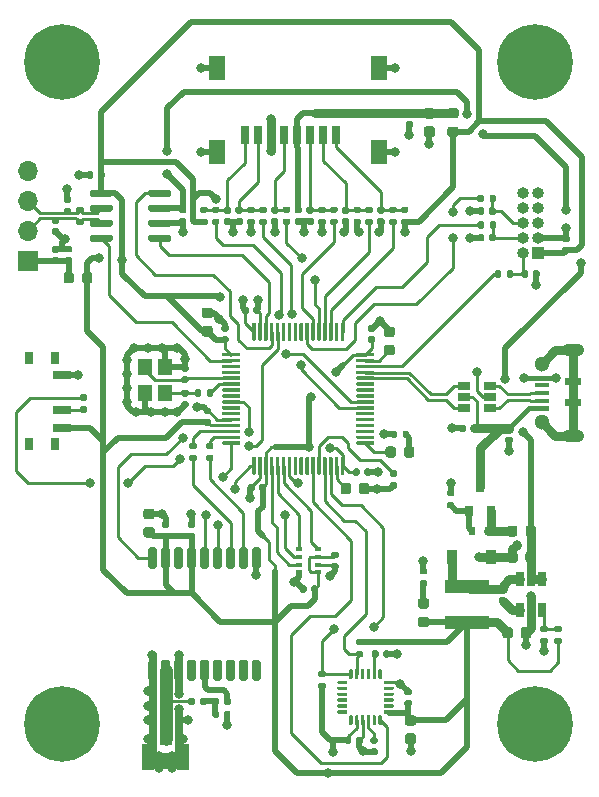
<source format=gbr>
%TF.GenerationSoftware,KiCad,Pcbnew,(5.1.7)-1*%
%TF.CreationDate,2021-03-16T10:20:49+01:00*%
%TF.ProjectId,BluePhil,426c7565-5068-4696-9c2e-6b696361645f,rev?*%
%TF.SameCoordinates,Original*%
%TF.FileFunction,Copper,L1,Top*%
%TF.FilePolarity,Positive*%
%FSLAX46Y46*%
G04 Gerber Fmt 4.6, Leading zero omitted, Abs format (unit mm)*
G04 Created by KiCad (PCBNEW (5.1.7)-1) date 2021-03-16 10:20:49*
%MOMM*%
%LPD*%
G01*
G04 APERTURE LIST*
%TA.AperFunction,ComponentPad*%
%ADD10C,0.800000*%
%TD*%
%TA.AperFunction,ComponentPad*%
%ADD11C,6.400000*%
%TD*%
%TA.AperFunction,SMDPad,CuDef*%
%ADD12R,1.200000X1.400000*%
%TD*%
%TA.AperFunction,SMDPad,CuDef*%
%ADD13R,0.500000X0.350000*%
%TD*%
%TA.AperFunction,SMDPad,CuDef*%
%ADD14R,1.060000X0.650000*%
%TD*%
%TA.AperFunction,SMDPad,CuDef*%
%ADD15R,0.650000X1.220000*%
%TD*%
%TA.AperFunction,SMDPad,CuDef*%
%ADD16R,1.500000X0.700000*%
%TD*%
%TA.AperFunction,SMDPad,CuDef*%
%ADD17R,0.800000X1.000000*%
%TD*%
%TA.AperFunction,SMDPad,CuDef*%
%ADD18R,0.800000X0.900000*%
%TD*%
%TA.AperFunction,SMDPad,CuDef*%
%ADD19C,0.100000*%
%TD*%
%TA.AperFunction,ComponentPad*%
%ADD20O,1.700000X1.700000*%
%TD*%
%TA.AperFunction,ComponentPad*%
%ADD21R,1.700000X1.700000*%
%TD*%
%TA.AperFunction,SMDPad,CuDef*%
%ADD22R,1.450000X2.000000*%
%TD*%
%TA.AperFunction,SMDPad,CuDef*%
%ADD23R,0.800000X1.500000*%
%TD*%
%TA.AperFunction,SMDPad,CuDef*%
%ADD24R,1.000000X1.000000*%
%TD*%
%TA.AperFunction,SMDPad,CuDef*%
%ADD25R,1.050000X2.200000*%
%TD*%
%TA.AperFunction,ComponentPad*%
%ADD26O,1.900000X1.070000*%
%TD*%
%TA.AperFunction,ComponentPad*%
%ADD27C,1.300000*%
%TD*%
%TA.AperFunction,SMDPad,CuDef*%
%ADD28R,1.250000X0.400000*%
%TD*%
%TA.AperFunction,ComponentPad*%
%ADD29O,1.000000X1.000000*%
%TD*%
%TA.AperFunction,ComponentPad*%
%ADD30R,1.000000X1.000000*%
%TD*%
%TA.AperFunction,SMDPad,CuDef*%
%ADD31R,0.900000X1.200000*%
%TD*%
%TA.AperFunction,SMDPad,CuDef*%
%ADD32R,0.600000X0.700000*%
%TD*%
%TA.AperFunction,ViaPad*%
%ADD33C,0.800000*%
%TD*%
%TA.AperFunction,Conductor*%
%ADD34C,0.700000*%
%TD*%
%TA.AperFunction,Conductor*%
%ADD35C,0.500000*%
%TD*%
%TA.AperFunction,Conductor*%
%ADD36C,0.293370*%
%TD*%
%TA.AperFunction,Conductor*%
%ADD37C,0.750000*%
%TD*%
%TA.AperFunction,Conductor*%
%ADD38C,0.450000*%
%TD*%
%TA.AperFunction,Conductor*%
%ADD39C,0.250000*%
%TD*%
%TA.AperFunction,Conductor*%
%ADD40C,1.081880*%
%TD*%
%TA.AperFunction,Conductor*%
%ADD41C,0.261112*%
%TD*%
G04 APERTURE END LIST*
D10*
%TO.P,H503,1*%
%TO.N,GND*%
X95697056Y-50302944D03*
X94000000Y-49600000D03*
X92302944Y-50302944D03*
X91600000Y-52000000D03*
X92302944Y-53697056D03*
X94000000Y-54400000D03*
X95697056Y-53697056D03*
X96400000Y-52000000D03*
D11*
X94000000Y-52000000D03*
%TD*%
D10*
%TO.P,H502,1*%
%TO.N,GND*%
X135697056Y-50302944D03*
X134000000Y-49600000D03*
X132302944Y-50302944D03*
X131600000Y-52000000D03*
X132302944Y-53697056D03*
X134000000Y-54400000D03*
X135697056Y-53697056D03*
X136400000Y-52000000D03*
D11*
X134000000Y-52000000D03*
%TD*%
D10*
%TO.P,H501,1*%
%TO.N,GND*%
X135697056Y-106302944D03*
X134000000Y-105600000D03*
X132302944Y-106302944D03*
X131600000Y-108000000D03*
X132302944Y-109697056D03*
X134000000Y-110400000D03*
X135697056Y-109697056D03*
X136400000Y-108000000D03*
D11*
X134000000Y-108000000D03*
%TD*%
D10*
%TO.P,H500,1*%
%TO.N,GND*%
X95697056Y-106302944D03*
X94000000Y-105600000D03*
X92302944Y-106302944D03*
X91600000Y-108000000D03*
X92302944Y-109697056D03*
X94000000Y-110400000D03*
X95697056Y-109697056D03*
X96400000Y-108000000D03*
D11*
X94000000Y-108000000D03*
%TD*%
%TO.P,U200,1*%
%TO.N,+3V3*%
%TA.AperFunction,SMDPad,CuDef*%
G36*
G01*
X107550000Y-76825000D02*
X107550000Y-76675000D01*
G75*
G02*
X107625000Y-76600000I75000J0D01*
G01*
X109025000Y-76600000D01*
G75*
G02*
X109100000Y-76675000I0J-75000D01*
G01*
X109100000Y-76825000D01*
G75*
G02*
X109025000Y-76900000I-75000J0D01*
G01*
X107625000Y-76900000D01*
G75*
G02*
X107550000Y-76825000I0J75000D01*
G01*
G37*
%TD.AperFunction*%
%TO.P,U200,2*%
%TO.N,CAN_SILENT*%
%TA.AperFunction,SMDPad,CuDef*%
G36*
G01*
X107550000Y-77325000D02*
X107550000Y-77175000D01*
G75*
G02*
X107625000Y-77100000I75000J0D01*
G01*
X109025000Y-77100000D01*
G75*
G02*
X109100000Y-77175000I0J-75000D01*
G01*
X109100000Y-77325000D01*
G75*
G02*
X109025000Y-77400000I-75000J0D01*
G01*
X107625000Y-77400000D01*
G75*
G02*
X107550000Y-77325000I0J75000D01*
G01*
G37*
%TD.AperFunction*%
%TO.P,U200,3*%
%TO.N,N/C*%
%TA.AperFunction,SMDPad,CuDef*%
G36*
G01*
X107550000Y-77825000D02*
X107550000Y-77675000D01*
G75*
G02*
X107625000Y-77600000I75000J0D01*
G01*
X109025000Y-77600000D01*
G75*
G02*
X109100000Y-77675000I0J-75000D01*
G01*
X109100000Y-77825000D01*
G75*
G02*
X109025000Y-77900000I-75000J0D01*
G01*
X107625000Y-77900000D01*
G75*
G02*
X107550000Y-77825000I0J75000D01*
G01*
G37*
%TD.AperFunction*%
%TO.P,U200,4*%
%TA.AperFunction,SMDPad,CuDef*%
G36*
G01*
X107550000Y-78325000D02*
X107550000Y-78175000D01*
G75*
G02*
X107625000Y-78100000I75000J0D01*
G01*
X109025000Y-78100000D01*
G75*
G02*
X109100000Y-78175000I0J-75000D01*
G01*
X109100000Y-78325000D01*
G75*
G02*
X109025000Y-78400000I-75000J0D01*
G01*
X107625000Y-78400000D01*
G75*
G02*
X107550000Y-78325000I0J75000D01*
G01*
G37*
%TD.AperFunction*%
%TO.P,U200,5*%
%TO.N,/Microcontroller/MCU_HSE_IN*%
%TA.AperFunction,SMDPad,CuDef*%
G36*
G01*
X107550000Y-78825000D02*
X107550000Y-78675000D01*
G75*
G02*
X107625000Y-78600000I75000J0D01*
G01*
X109025000Y-78600000D01*
G75*
G02*
X109100000Y-78675000I0J-75000D01*
G01*
X109100000Y-78825000D01*
G75*
G02*
X109025000Y-78900000I-75000J0D01*
G01*
X107625000Y-78900000D01*
G75*
G02*
X107550000Y-78825000I0J75000D01*
G01*
G37*
%TD.AperFunction*%
%TO.P,U200,6*%
%TO.N,/Microcontroller/MCU_HSE_OUT*%
%TA.AperFunction,SMDPad,CuDef*%
G36*
G01*
X107550000Y-79325000D02*
X107550000Y-79175000D01*
G75*
G02*
X107625000Y-79100000I75000J0D01*
G01*
X109025000Y-79100000D01*
G75*
G02*
X109100000Y-79175000I0J-75000D01*
G01*
X109100000Y-79325000D01*
G75*
G02*
X109025000Y-79400000I-75000J0D01*
G01*
X107625000Y-79400000D01*
G75*
G02*
X107550000Y-79325000I0J75000D01*
G01*
G37*
%TD.AperFunction*%
%TO.P,U200,7*%
%TO.N,N/C*%
%TA.AperFunction,SMDPad,CuDef*%
G36*
G01*
X107550000Y-79825000D02*
X107550000Y-79675000D01*
G75*
G02*
X107625000Y-79600000I75000J0D01*
G01*
X109025000Y-79600000D01*
G75*
G02*
X109100000Y-79675000I0J-75000D01*
G01*
X109100000Y-79825000D01*
G75*
G02*
X109025000Y-79900000I-75000J0D01*
G01*
X107625000Y-79900000D01*
G75*
G02*
X107550000Y-79825000I0J75000D01*
G01*
G37*
%TD.AperFunction*%
%TO.P,U200,8*%
%TA.AperFunction,SMDPad,CuDef*%
G36*
G01*
X107550000Y-80325000D02*
X107550000Y-80175000D01*
G75*
G02*
X107625000Y-80100000I75000J0D01*
G01*
X109025000Y-80100000D01*
G75*
G02*
X109100000Y-80175000I0J-75000D01*
G01*
X109100000Y-80325000D01*
G75*
G02*
X109025000Y-80400000I-75000J0D01*
G01*
X107625000Y-80400000D01*
G75*
G02*
X107550000Y-80325000I0J75000D01*
G01*
G37*
%TD.AperFunction*%
%TO.P,U200,9*%
%TO.N,GPS_NRST*%
%TA.AperFunction,SMDPad,CuDef*%
G36*
G01*
X107550000Y-80825000D02*
X107550000Y-80675000D01*
G75*
G02*
X107625000Y-80600000I75000J0D01*
G01*
X109025000Y-80600000D01*
G75*
G02*
X109100000Y-80675000I0J-75000D01*
G01*
X109100000Y-80825000D01*
G75*
G02*
X109025000Y-80900000I-75000J0D01*
G01*
X107625000Y-80900000D01*
G75*
G02*
X107550000Y-80825000I0J75000D01*
G01*
G37*
%TD.AperFunction*%
%TO.P,U200,10*%
%TO.N,N/C*%
%TA.AperFunction,SMDPad,CuDef*%
G36*
G01*
X107550000Y-81325000D02*
X107550000Y-81175000D01*
G75*
G02*
X107625000Y-81100000I75000J0D01*
G01*
X109025000Y-81100000D01*
G75*
G02*
X109100000Y-81175000I0J-75000D01*
G01*
X109100000Y-81325000D01*
G75*
G02*
X109025000Y-81400000I-75000J0D01*
G01*
X107625000Y-81400000D01*
G75*
G02*
X107550000Y-81325000I0J75000D01*
G01*
G37*
%TD.AperFunction*%
%TO.P,U200,11*%
%TA.AperFunction,SMDPad,CuDef*%
G36*
G01*
X107550000Y-81825000D02*
X107550000Y-81675000D01*
G75*
G02*
X107625000Y-81600000I75000J0D01*
G01*
X109025000Y-81600000D01*
G75*
G02*
X109100000Y-81675000I0J-75000D01*
G01*
X109100000Y-81825000D01*
G75*
G02*
X109025000Y-81900000I-75000J0D01*
G01*
X107625000Y-81900000D01*
G75*
G02*
X107550000Y-81825000I0J75000D01*
G01*
G37*
%TD.AperFunction*%
%TO.P,U200,12*%
%TO.N,GND*%
%TA.AperFunction,SMDPad,CuDef*%
G36*
G01*
X107550000Y-82325000D02*
X107550000Y-82175000D01*
G75*
G02*
X107625000Y-82100000I75000J0D01*
G01*
X109025000Y-82100000D01*
G75*
G02*
X109100000Y-82175000I0J-75000D01*
G01*
X109100000Y-82325000D01*
G75*
G02*
X109025000Y-82400000I-75000J0D01*
G01*
X107625000Y-82400000D01*
G75*
G02*
X107550000Y-82325000I0J75000D01*
G01*
G37*
%TD.AperFunction*%
%TO.P,U200,13*%
%TO.N,+3V3*%
%TA.AperFunction,SMDPad,CuDef*%
G36*
G01*
X107550000Y-82825000D02*
X107550000Y-82675000D01*
G75*
G02*
X107625000Y-82600000I75000J0D01*
G01*
X109025000Y-82600000D01*
G75*
G02*
X109100000Y-82675000I0J-75000D01*
G01*
X109100000Y-82825000D01*
G75*
G02*
X109025000Y-82900000I-75000J0D01*
G01*
X107625000Y-82900000D01*
G75*
G02*
X107550000Y-82825000I0J75000D01*
G01*
G37*
%TD.AperFunction*%
%TO.P,U200,14*%
%TO.N,MCU_UART4_TX*%
%TA.AperFunction,SMDPad,CuDef*%
G36*
G01*
X107550000Y-83325000D02*
X107550000Y-83175000D01*
G75*
G02*
X107625000Y-83100000I75000J0D01*
G01*
X109025000Y-83100000D01*
G75*
G02*
X109100000Y-83175000I0J-75000D01*
G01*
X109100000Y-83325000D01*
G75*
G02*
X109025000Y-83400000I-75000J0D01*
G01*
X107625000Y-83400000D01*
G75*
G02*
X107550000Y-83325000I0J75000D01*
G01*
G37*
%TD.AperFunction*%
%TO.P,U200,15*%
%TO.N,MCU_UART4_RX*%
%TA.AperFunction,SMDPad,CuDef*%
G36*
G01*
X107550000Y-83825000D02*
X107550000Y-83675000D01*
G75*
G02*
X107625000Y-83600000I75000J0D01*
G01*
X109025000Y-83600000D01*
G75*
G02*
X109100000Y-83675000I0J-75000D01*
G01*
X109100000Y-83825000D01*
G75*
G02*
X109025000Y-83900000I-75000J0D01*
G01*
X107625000Y-83900000D01*
G75*
G02*
X107550000Y-83825000I0J75000D01*
G01*
G37*
%TD.AperFunction*%
%TO.P,U200,16*%
%TO.N,GPS_ONOFF*%
%TA.AperFunction,SMDPad,CuDef*%
G36*
G01*
X107550000Y-84325000D02*
X107550000Y-84175000D01*
G75*
G02*
X107625000Y-84100000I75000J0D01*
G01*
X109025000Y-84100000D01*
G75*
G02*
X109100000Y-84175000I0J-75000D01*
G01*
X109100000Y-84325000D01*
G75*
G02*
X109025000Y-84400000I-75000J0D01*
G01*
X107625000Y-84400000D01*
G75*
G02*
X107550000Y-84325000I0J75000D01*
G01*
G37*
%TD.AperFunction*%
%TO.P,U200,17*%
%TO.N,GPS_PPS*%
%TA.AperFunction,SMDPad,CuDef*%
G36*
G01*
X110100000Y-86875000D02*
X110100000Y-85475000D01*
G75*
G02*
X110175000Y-85400000I75000J0D01*
G01*
X110325000Y-85400000D01*
G75*
G02*
X110400000Y-85475000I0J-75000D01*
G01*
X110400000Y-86875000D01*
G75*
G02*
X110325000Y-86950000I-75000J0D01*
G01*
X110175000Y-86950000D01*
G75*
G02*
X110100000Y-86875000I0J75000D01*
G01*
G37*
%TD.AperFunction*%
%TO.P,U200,18*%
%TO.N,GND*%
%TA.AperFunction,SMDPad,CuDef*%
G36*
G01*
X110600000Y-86875000D02*
X110600000Y-85475000D01*
G75*
G02*
X110675000Y-85400000I75000J0D01*
G01*
X110825000Y-85400000D01*
G75*
G02*
X110900000Y-85475000I0J-75000D01*
G01*
X110900000Y-86875000D01*
G75*
G02*
X110825000Y-86950000I-75000J0D01*
G01*
X110675000Y-86950000D01*
G75*
G02*
X110600000Y-86875000I0J75000D01*
G01*
G37*
%TD.AperFunction*%
%TO.P,U200,19*%
%TO.N,+3V3*%
%TA.AperFunction,SMDPad,CuDef*%
G36*
G01*
X111100000Y-86875000D02*
X111100000Y-85475000D01*
G75*
G02*
X111175000Y-85400000I75000J0D01*
G01*
X111325000Y-85400000D01*
G75*
G02*
X111400000Y-85475000I0J-75000D01*
G01*
X111400000Y-86875000D01*
G75*
G02*
X111325000Y-86950000I-75000J0D01*
G01*
X111175000Y-86950000D01*
G75*
G02*
X111100000Y-86875000I0J75000D01*
G01*
G37*
%TD.AperFunction*%
%TO.P,U200,20*%
%TO.N,MCU_SPI1_NSS*%
%TA.AperFunction,SMDPad,CuDef*%
G36*
G01*
X111600000Y-86875000D02*
X111600000Y-85475000D01*
G75*
G02*
X111675000Y-85400000I75000J0D01*
G01*
X111825000Y-85400000D01*
G75*
G02*
X111900000Y-85475000I0J-75000D01*
G01*
X111900000Y-86875000D01*
G75*
G02*
X111825000Y-86950000I-75000J0D01*
G01*
X111675000Y-86950000D01*
G75*
G02*
X111600000Y-86875000I0J75000D01*
G01*
G37*
%TD.AperFunction*%
%TO.P,U200,21*%
%TO.N,MCU_SPI1_SCK*%
%TA.AperFunction,SMDPad,CuDef*%
G36*
G01*
X112100000Y-86875000D02*
X112100000Y-85475000D01*
G75*
G02*
X112175000Y-85400000I75000J0D01*
G01*
X112325000Y-85400000D01*
G75*
G02*
X112400000Y-85475000I0J-75000D01*
G01*
X112400000Y-86875000D01*
G75*
G02*
X112325000Y-86950000I-75000J0D01*
G01*
X112175000Y-86950000D01*
G75*
G02*
X112100000Y-86875000I0J75000D01*
G01*
G37*
%TD.AperFunction*%
%TO.P,U200,22*%
%TO.N,MCU_SPI1_MISO*%
%TA.AperFunction,SMDPad,CuDef*%
G36*
G01*
X112600000Y-86875000D02*
X112600000Y-85475000D01*
G75*
G02*
X112675000Y-85400000I75000J0D01*
G01*
X112825000Y-85400000D01*
G75*
G02*
X112900000Y-85475000I0J-75000D01*
G01*
X112900000Y-86875000D01*
G75*
G02*
X112825000Y-86950000I-75000J0D01*
G01*
X112675000Y-86950000D01*
G75*
G02*
X112600000Y-86875000I0J75000D01*
G01*
G37*
%TD.AperFunction*%
%TO.P,U200,23*%
%TO.N,MCU_SPI1_MOSI*%
%TA.AperFunction,SMDPad,CuDef*%
G36*
G01*
X113100000Y-86875000D02*
X113100000Y-85475000D01*
G75*
G02*
X113175000Y-85400000I75000J0D01*
G01*
X113325000Y-85400000D01*
G75*
G02*
X113400000Y-85475000I0J-75000D01*
G01*
X113400000Y-86875000D01*
G75*
G02*
X113325000Y-86950000I-75000J0D01*
G01*
X113175000Y-86950000D01*
G75*
G02*
X113100000Y-86875000I0J75000D01*
G01*
G37*
%TD.AperFunction*%
%TO.P,U200,24*%
%TO.N,N/C*%
%TA.AperFunction,SMDPad,CuDef*%
G36*
G01*
X113600000Y-86875000D02*
X113600000Y-85475000D01*
G75*
G02*
X113675000Y-85400000I75000J0D01*
G01*
X113825000Y-85400000D01*
G75*
G02*
X113900000Y-85475000I0J-75000D01*
G01*
X113900000Y-86875000D01*
G75*
G02*
X113825000Y-86950000I-75000J0D01*
G01*
X113675000Y-86950000D01*
G75*
G02*
X113600000Y-86875000I0J75000D01*
G01*
G37*
%TD.AperFunction*%
%TO.P,U200,25*%
%TA.AperFunction,SMDPad,CuDef*%
G36*
G01*
X114100000Y-86875000D02*
X114100000Y-85475000D01*
G75*
G02*
X114175000Y-85400000I75000J0D01*
G01*
X114325000Y-85400000D01*
G75*
G02*
X114400000Y-85475000I0J-75000D01*
G01*
X114400000Y-86875000D01*
G75*
G02*
X114325000Y-86950000I-75000J0D01*
G01*
X114175000Y-86950000D01*
G75*
G02*
X114100000Y-86875000I0J75000D01*
G01*
G37*
%TD.AperFunction*%
%TO.P,U200,26*%
%TA.AperFunction,SMDPad,CuDef*%
G36*
G01*
X114600000Y-86875000D02*
X114600000Y-85475000D01*
G75*
G02*
X114675000Y-85400000I75000J0D01*
G01*
X114825000Y-85400000D01*
G75*
G02*
X114900000Y-85475000I0J-75000D01*
G01*
X114900000Y-86875000D01*
G75*
G02*
X114825000Y-86950000I-75000J0D01*
G01*
X114675000Y-86950000D01*
G75*
G02*
X114600000Y-86875000I0J75000D01*
G01*
G37*
%TD.AperFunction*%
%TO.P,U200,27*%
%TO.N,IMU_INTERRUPT*%
%TA.AperFunction,SMDPad,CuDef*%
G36*
G01*
X115100000Y-86875000D02*
X115100000Y-85475000D01*
G75*
G02*
X115175000Y-85400000I75000J0D01*
G01*
X115325000Y-85400000D01*
G75*
G02*
X115400000Y-85475000I0J-75000D01*
G01*
X115400000Y-86875000D01*
G75*
G02*
X115325000Y-86950000I-75000J0D01*
G01*
X115175000Y-86950000D01*
G75*
G02*
X115100000Y-86875000I0J75000D01*
G01*
G37*
%TD.AperFunction*%
%TO.P,U200,28*%
%TO.N,/Microcontroller/MCU_BOOT1*%
%TA.AperFunction,SMDPad,CuDef*%
G36*
G01*
X115600000Y-86875000D02*
X115600000Y-85475000D01*
G75*
G02*
X115675000Y-85400000I75000J0D01*
G01*
X115825000Y-85400000D01*
G75*
G02*
X115900000Y-85475000I0J-75000D01*
G01*
X115900000Y-86875000D01*
G75*
G02*
X115825000Y-86950000I-75000J0D01*
G01*
X115675000Y-86950000D01*
G75*
G02*
X115600000Y-86875000I0J75000D01*
G01*
G37*
%TD.AperFunction*%
%TO.P,U200,29*%
%TO.N,MCU_I2C2_SCL*%
%TA.AperFunction,SMDPad,CuDef*%
G36*
G01*
X116100000Y-86875000D02*
X116100000Y-85475000D01*
G75*
G02*
X116175000Y-85400000I75000J0D01*
G01*
X116325000Y-85400000D01*
G75*
G02*
X116400000Y-85475000I0J-75000D01*
G01*
X116400000Y-86875000D01*
G75*
G02*
X116325000Y-86950000I-75000J0D01*
G01*
X116175000Y-86950000D01*
G75*
G02*
X116100000Y-86875000I0J75000D01*
G01*
G37*
%TD.AperFunction*%
%TO.P,U200,30*%
%TO.N,MCU_I2C2_SDA*%
%TA.AperFunction,SMDPad,CuDef*%
G36*
G01*
X116600000Y-86875000D02*
X116600000Y-85475000D01*
G75*
G02*
X116675000Y-85400000I75000J0D01*
G01*
X116825000Y-85400000D01*
G75*
G02*
X116900000Y-85475000I0J-75000D01*
G01*
X116900000Y-86875000D01*
G75*
G02*
X116825000Y-86950000I-75000J0D01*
G01*
X116675000Y-86950000D01*
G75*
G02*
X116600000Y-86875000I0J75000D01*
G01*
G37*
%TD.AperFunction*%
%TO.P,U200,31*%
%TO.N,/Microcontroller/MCU_VCAP1*%
%TA.AperFunction,SMDPad,CuDef*%
G36*
G01*
X117100000Y-86875000D02*
X117100000Y-85475000D01*
G75*
G02*
X117175000Y-85400000I75000J0D01*
G01*
X117325000Y-85400000D01*
G75*
G02*
X117400000Y-85475000I0J-75000D01*
G01*
X117400000Y-86875000D01*
G75*
G02*
X117325000Y-86950000I-75000J0D01*
G01*
X117175000Y-86950000D01*
G75*
G02*
X117100000Y-86875000I0J75000D01*
G01*
G37*
%TD.AperFunction*%
%TO.P,U200,32*%
%TO.N,+3V3*%
%TA.AperFunction,SMDPad,CuDef*%
G36*
G01*
X117600000Y-86875000D02*
X117600000Y-85475000D01*
G75*
G02*
X117675000Y-85400000I75000J0D01*
G01*
X117825000Y-85400000D01*
G75*
G02*
X117900000Y-85475000I0J-75000D01*
G01*
X117900000Y-86875000D01*
G75*
G02*
X117825000Y-86950000I-75000J0D01*
G01*
X117675000Y-86950000D01*
G75*
G02*
X117600000Y-86875000I0J75000D01*
G01*
G37*
%TD.AperFunction*%
%TO.P,U200,33*%
%TO.N,/Microcontroller/MCU_LED_A*%
%TA.AperFunction,SMDPad,CuDef*%
G36*
G01*
X118900000Y-84325000D02*
X118900000Y-84175000D01*
G75*
G02*
X118975000Y-84100000I75000J0D01*
G01*
X120375000Y-84100000D01*
G75*
G02*
X120450000Y-84175000I0J-75000D01*
G01*
X120450000Y-84325000D01*
G75*
G02*
X120375000Y-84400000I-75000J0D01*
G01*
X118975000Y-84400000D01*
G75*
G02*
X118900000Y-84325000I0J75000D01*
G01*
G37*
%TD.AperFunction*%
%TO.P,U200,34*%
%TO.N,N/C*%
%TA.AperFunction,SMDPad,CuDef*%
G36*
G01*
X118900000Y-83825000D02*
X118900000Y-83675000D01*
G75*
G02*
X118975000Y-83600000I75000J0D01*
G01*
X120375000Y-83600000D01*
G75*
G02*
X120450000Y-83675000I0J-75000D01*
G01*
X120450000Y-83825000D01*
G75*
G02*
X120375000Y-83900000I-75000J0D01*
G01*
X118975000Y-83900000D01*
G75*
G02*
X118900000Y-83825000I0J75000D01*
G01*
G37*
%TD.AperFunction*%
%TO.P,U200,35*%
%TA.AperFunction,SMDPad,CuDef*%
G36*
G01*
X118900000Y-83325000D02*
X118900000Y-83175000D01*
G75*
G02*
X118975000Y-83100000I75000J0D01*
G01*
X120375000Y-83100000D01*
G75*
G02*
X120450000Y-83175000I0J-75000D01*
G01*
X120450000Y-83325000D01*
G75*
G02*
X120375000Y-83400000I-75000J0D01*
G01*
X118975000Y-83400000D01*
G75*
G02*
X118900000Y-83325000I0J75000D01*
G01*
G37*
%TD.AperFunction*%
%TO.P,U200,36*%
%TA.AperFunction,SMDPad,CuDef*%
G36*
G01*
X118900000Y-82825000D02*
X118900000Y-82675000D01*
G75*
G02*
X118975000Y-82600000I75000J0D01*
G01*
X120375000Y-82600000D01*
G75*
G02*
X120450000Y-82675000I0J-75000D01*
G01*
X120450000Y-82825000D01*
G75*
G02*
X120375000Y-82900000I-75000J0D01*
G01*
X118975000Y-82900000D01*
G75*
G02*
X118900000Y-82825000I0J75000D01*
G01*
G37*
%TD.AperFunction*%
%TO.P,U200,37*%
%TA.AperFunction,SMDPad,CuDef*%
G36*
G01*
X118900000Y-82325000D02*
X118900000Y-82175000D01*
G75*
G02*
X118975000Y-82100000I75000J0D01*
G01*
X120375000Y-82100000D01*
G75*
G02*
X120450000Y-82175000I0J-75000D01*
G01*
X120450000Y-82325000D01*
G75*
G02*
X120375000Y-82400000I-75000J0D01*
G01*
X118975000Y-82400000D01*
G75*
G02*
X118900000Y-82325000I0J75000D01*
G01*
G37*
%TD.AperFunction*%
%TO.P,U200,38*%
%TA.AperFunction,SMDPad,CuDef*%
G36*
G01*
X118900000Y-81825000D02*
X118900000Y-81675000D01*
G75*
G02*
X118975000Y-81600000I75000J0D01*
G01*
X120375000Y-81600000D01*
G75*
G02*
X120450000Y-81675000I0J-75000D01*
G01*
X120450000Y-81825000D01*
G75*
G02*
X120375000Y-81900000I-75000J0D01*
G01*
X118975000Y-81900000D01*
G75*
G02*
X118900000Y-81825000I0J75000D01*
G01*
G37*
%TD.AperFunction*%
%TO.P,U200,39*%
%TO.N,MCU_SDIO_D0*%
%TA.AperFunction,SMDPad,CuDef*%
G36*
G01*
X118900000Y-81325000D02*
X118900000Y-81175000D01*
G75*
G02*
X118975000Y-81100000I75000J0D01*
G01*
X120375000Y-81100000D01*
G75*
G02*
X120450000Y-81175000I0J-75000D01*
G01*
X120450000Y-81325000D01*
G75*
G02*
X120375000Y-81400000I-75000J0D01*
G01*
X118975000Y-81400000D01*
G75*
G02*
X118900000Y-81325000I0J75000D01*
G01*
G37*
%TD.AperFunction*%
%TO.P,U200,40*%
%TO.N,MCU_SDIO_D1*%
%TA.AperFunction,SMDPad,CuDef*%
G36*
G01*
X118900000Y-80825000D02*
X118900000Y-80675000D01*
G75*
G02*
X118975000Y-80600000I75000J0D01*
G01*
X120375000Y-80600000D01*
G75*
G02*
X120450000Y-80675000I0J-75000D01*
G01*
X120450000Y-80825000D01*
G75*
G02*
X120375000Y-80900000I-75000J0D01*
G01*
X118975000Y-80900000D01*
G75*
G02*
X118900000Y-80825000I0J75000D01*
G01*
G37*
%TD.AperFunction*%
%TO.P,U200,41*%
%TO.N,N/C*%
%TA.AperFunction,SMDPad,CuDef*%
G36*
G01*
X118900000Y-80325000D02*
X118900000Y-80175000D01*
G75*
G02*
X118975000Y-80100000I75000J0D01*
G01*
X120375000Y-80100000D01*
G75*
G02*
X120450000Y-80175000I0J-75000D01*
G01*
X120450000Y-80325000D01*
G75*
G02*
X120375000Y-80400000I-75000J0D01*
G01*
X118975000Y-80400000D01*
G75*
G02*
X118900000Y-80325000I0J75000D01*
G01*
G37*
%TD.AperFunction*%
%TO.P,U200,42*%
%TA.AperFunction,SMDPad,CuDef*%
G36*
G01*
X118900000Y-79825000D02*
X118900000Y-79675000D01*
G75*
G02*
X118975000Y-79600000I75000J0D01*
G01*
X120375000Y-79600000D01*
G75*
G02*
X120450000Y-79675000I0J-75000D01*
G01*
X120450000Y-79825000D01*
G75*
G02*
X120375000Y-79900000I-75000J0D01*
G01*
X118975000Y-79900000D01*
G75*
G02*
X118900000Y-79825000I0J75000D01*
G01*
G37*
%TD.AperFunction*%
%TO.P,U200,43*%
%TA.AperFunction,SMDPad,CuDef*%
G36*
G01*
X118900000Y-79325000D02*
X118900000Y-79175000D01*
G75*
G02*
X118975000Y-79100000I75000J0D01*
G01*
X120375000Y-79100000D01*
G75*
G02*
X120450000Y-79175000I0J-75000D01*
G01*
X120450000Y-79325000D01*
G75*
G02*
X120375000Y-79400000I-75000J0D01*
G01*
X118975000Y-79400000D01*
G75*
G02*
X118900000Y-79325000I0J75000D01*
G01*
G37*
%TD.AperFunction*%
%TO.P,U200,44*%
%TO.N,MCU_USB_D-*%
%TA.AperFunction,SMDPad,CuDef*%
G36*
G01*
X118900000Y-78825000D02*
X118900000Y-78675000D01*
G75*
G02*
X118975000Y-78600000I75000J0D01*
G01*
X120375000Y-78600000D01*
G75*
G02*
X120450000Y-78675000I0J-75000D01*
G01*
X120450000Y-78825000D01*
G75*
G02*
X120375000Y-78900000I-75000J0D01*
G01*
X118975000Y-78900000D01*
G75*
G02*
X118900000Y-78825000I0J75000D01*
G01*
G37*
%TD.AperFunction*%
%TO.P,U200,45*%
%TO.N,MCU_USB_D+*%
%TA.AperFunction,SMDPad,CuDef*%
G36*
G01*
X118900000Y-78325000D02*
X118900000Y-78175000D01*
G75*
G02*
X118975000Y-78100000I75000J0D01*
G01*
X120375000Y-78100000D01*
G75*
G02*
X120450000Y-78175000I0J-75000D01*
G01*
X120450000Y-78325000D01*
G75*
G02*
X120375000Y-78400000I-75000J0D01*
G01*
X118975000Y-78400000D01*
G75*
G02*
X118900000Y-78325000I0J75000D01*
G01*
G37*
%TD.AperFunction*%
%TO.P,U200,46*%
%TO.N,MCU_SWDIO*%
%TA.AperFunction,SMDPad,CuDef*%
G36*
G01*
X118900000Y-77825000D02*
X118900000Y-77675000D01*
G75*
G02*
X118975000Y-77600000I75000J0D01*
G01*
X120375000Y-77600000D01*
G75*
G02*
X120450000Y-77675000I0J-75000D01*
G01*
X120450000Y-77825000D01*
G75*
G02*
X120375000Y-77900000I-75000J0D01*
G01*
X118975000Y-77900000D01*
G75*
G02*
X118900000Y-77825000I0J75000D01*
G01*
G37*
%TD.AperFunction*%
%TO.P,U200,47*%
%TO.N,/Microcontroller/MCU_VCAP2*%
%TA.AperFunction,SMDPad,CuDef*%
G36*
G01*
X118900000Y-77325000D02*
X118900000Y-77175000D01*
G75*
G02*
X118975000Y-77100000I75000J0D01*
G01*
X120375000Y-77100000D01*
G75*
G02*
X120450000Y-77175000I0J-75000D01*
G01*
X120450000Y-77325000D01*
G75*
G02*
X120375000Y-77400000I-75000J0D01*
G01*
X118975000Y-77400000D01*
G75*
G02*
X118900000Y-77325000I0J75000D01*
G01*
G37*
%TD.AperFunction*%
%TO.P,U200,48*%
%TO.N,+3V3*%
%TA.AperFunction,SMDPad,CuDef*%
G36*
G01*
X118900000Y-76825000D02*
X118900000Y-76675000D01*
G75*
G02*
X118975000Y-76600000I75000J0D01*
G01*
X120375000Y-76600000D01*
G75*
G02*
X120450000Y-76675000I0J-75000D01*
G01*
X120450000Y-76825000D01*
G75*
G02*
X120375000Y-76900000I-75000J0D01*
G01*
X118975000Y-76900000D01*
G75*
G02*
X118900000Y-76825000I0J75000D01*
G01*
G37*
%TD.AperFunction*%
%TO.P,U200,49*%
%TO.N,MCU_SWCLK*%
%TA.AperFunction,SMDPad,CuDef*%
G36*
G01*
X117600000Y-75525000D02*
X117600000Y-74125000D01*
G75*
G02*
X117675000Y-74050000I75000J0D01*
G01*
X117825000Y-74050000D01*
G75*
G02*
X117900000Y-74125000I0J-75000D01*
G01*
X117900000Y-75525000D01*
G75*
G02*
X117825000Y-75600000I-75000J0D01*
G01*
X117675000Y-75600000D01*
G75*
G02*
X117600000Y-75525000I0J75000D01*
G01*
G37*
%TD.AperFunction*%
%TO.P,U200,50*%
%TO.N,N/C*%
%TA.AperFunction,SMDPad,CuDef*%
G36*
G01*
X117100000Y-75525000D02*
X117100000Y-74125000D01*
G75*
G02*
X117175000Y-74050000I75000J0D01*
G01*
X117325000Y-74050000D01*
G75*
G02*
X117400000Y-74125000I0J-75000D01*
G01*
X117400000Y-75525000D01*
G75*
G02*
X117325000Y-75600000I-75000J0D01*
G01*
X117175000Y-75600000D01*
G75*
G02*
X117100000Y-75525000I0J75000D01*
G01*
G37*
%TD.AperFunction*%
%TO.P,U200,51*%
%TO.N,MCU_SDIO_D2*%
%TA.AperFunction,SMDPad,CuDef*%
G36*
G01*
X116600000Y-75525000D02*
X116600000Y-74125000D01*
G75*
G02*
X116675000Y-74050000I75000J0D01*
G01*
X116825000Y-74050000D01*
G75*
G02*
X116900000Y-74125000I0J-75000D01*
G01*
X116900000Y-75525000D01*
G75*
G02*
X116825000Y-75600000I-75000J0D01*
G01*
X116675000Y-75600000D01*
G75*
G02*
X116600000Y-75525000I0J75000D01*
G01*
G37*
%TD.AperFunction*%
%TO.P,U200,52*%
%TO.N,MCU_SDIO_D3*%
%TA.AperFunction,SMDPad,CuDef*%
G36*
G01*
X116100000Y-75525000D02*
X116100000Y-74125000D01*
G75*
G02*
X116175000Y-74050000I75000J0D01*
G01*
X116325000Y-74050000D01*
G75*
G02*
X116400000Y-74125000I0J-75000D01*
G01*
X116400000Y-75525000D01*
G75*
G02*
X116325000Y-75600000I-75000J0D01*
G01*
X116175000Y-75600000D01*
G75*
G02*
X116100000Y-75525000I0J75000D01*
G01*
G37*
%TD.AperFunction*%
%TO.P,U200,53*%
%TO.N,MCU_SDIO_CK*%
%TA.AperFunction,SMDPad,CuDef*%
G36*
G01*
X115600000Y-75525000D02*
X115600000Y-74125000D01*
G75*
G02*
X115675000Y-74050000I75000J0D01*
G01*
X115825000Y-74050000D01*
G75*
G02*
X115900000Y-74125000I0J-75000D01*
G01*
X115900000Y-75525000D01*
G75*
G02*
X115825000Y-75600000I-75000J0D01*
G01*
X115675000Y-75600000D01*
G75*
G02*
X115600000Y-75525000I0J75000D01*
G01*
G37*
%TD.AperFunction*%
%TO.P,U200,54*%
%TO.N,MCU_SDIO_CMD*%
%TA.AperFunction,SMDPad,CuDef*%
G36*
G01*
X115100000Y-75525000D02*
X115100000Y-74125000D01*
G75*
G02*
X115175000Y-74050000I75000J0D01*
G01*
X115325000Y-74050000D01*
G75*
G02*
X115400000Y-74125000I0J-75000D01*
G01*
X115400000Y-75525000D01*
G75*
G02*
X115325000Y-75600000I-75000J0D01*
G01*
X115175000Y-75600000D01*
G75*
G02*
X115100000Y-75525000I0J75000D01*
G01*
G37*
%TD.AperFunction*%
%TO.P,U200,55*%
%TO.N,MCU_SWO*%
%TA.AperFunction,SMDPad,CuDef*%
G36*
G01*
X114600000Y-75525000D02*
X114600000Y-74125000D01*
G75*
G02*
X114675000Y-74050000I75000J0D01*
G01*
X114825000Y-74050000D01*
G75*
G02*
X114900000Y-74125000I0J-75000D01*
G01*
X114900000Y-75525000D01*
G75*
G02*
X114825000Y-75600000I-75000J0D01*
G01*
X114675000Y-75600000D01*
G75*
G02*
X114600000Y-75525000I0J75000D01*
G01*
G37*
%TD.AperFunction*%
%TO.P,U200,56*%
%TO.N,N/C*%
%TA.AperFunction,SMDPad,CuDef*%
G36*
G01*
X114100000Y-75525000D02*
X114100000Y-74125000D01*
G75*
G02*
X114175000Y-74050000I75000J0D01*
G01*
X114325000Y-74050000D01*
G75*
G02*
X114400000Y-74125000I0J-75000D01*
G01*
X114400000Y-75525000D01*
G75*
G02*
X114325000Y-75600000I-75000J0D01*
G01*
X114175000Y-75600000D01*
G75*
G02*
X114100000Y-75525000I0J75000D01*
G01*
G37*
%TD.AperFunction*%
%TO.P,U200,57*%
%TA.AperFunction,SMDPad,CuDef*%
G36*
G01*
X113600000Y-75525000D02*
X113600000Y-74125000D01*
G75*
G02*
X113675000Y-74050000I75000J0D01*
G01*
X113825000Y-74050000D01*
G75*
G02*
X113900000Y-74125000I0J-75000D01*
G01*
X113900000Y-75525000D01*
G75*
G02*
X113825000Y-75600000I-75000J0D01*
G01*
X113675000Y-75600000D01*
G75*
G02*
X113600000Y-75525000I0J75000D01*
G01*
G37*
%TD.AperFunction*%
%TO.P,U200,58*%
%TA.AperFunction,SMDPad,CuDef*%
G36*
G01*
X113100000Y-75525000D02*
X113100000Y-74125000D01*
G75*
G02*
X113175000Y-74050000I75000J0D01*
G01*
X113325000Y-74050000D01*
G75*
G02*
X113400000Y-74125000I0J-75000D01*
G01*
X113400000Y-75525000D01*
G75*
G02*
X113325000Y-75600000I-75000J0D01*
G01*
X113175000Y-75600000D01*
G75*
G02*
X113100000Y-75525000I0J75000D01*
G01*
G37*
%TD.AperFunction*%
%TO.P,U200,59*%
%TA.AperFunction,SMDPad,CuDef*%
G36*
G01*
X112600000Y-75525000D02*
X112600000Y-74125000D01*
G75*
G02*
X112675000Y-74050000I75000J0D01*
G01*
X112825000Y-74050000D01*
G75*
G02*
X112900000Y-74125000I0J-75000D01*
G01*
X112900000Y-75525000D01*
G75*
G02*
X112825000Y-75600000I-75000J0D01*
G01*
X112675000Y-75600000D01*
G75*
G02*
X112600000Y-75525000I0J75000D01*
G01*
G37*
%TD.AperFunction*%
%TO.P,U200,60*%
%TO.N,/Microcontroller/MCU_BOOT0*%
%TA.AperFunction,SMDPad,CuDef*%
G36*
G01*
X112100000Y-75525000D02*
X112100000Y-74125000D01*
G75*
G02*
X112175000Y-74050000I75000J0D01*
G01*
X112325000Y-74050000D01*
G75*
G02*
X112400000Y-74125000I0J-75000D01*
G01*
X112400000Y-75525000D01*
G75*
G02*
X112325000Y-75600000I-75000J0D01*
G01*
X112175000Y-75600000D01*
G75*
G02*
X112100000Y-75525000I0J75000D01*
G01*
G37*
%TD.AperFunction*%
%TO.P,U200,61*%
%TO.N,MCU_CAN1_RX*%
%TA.AperFunction,SMDPad,CuDef*%
G36*
G01*
X111600000Y-75525000D02*
X111600000Y-74125000D01*
G75*
G02*
X111675000Y-74050000I75000J0D01*
G01*
X111825000Y-74050000D01*
G75*
G02*
X111900000Y-74125000I0J-75000D01*
G01*
X111900000Y-75525000D01*
G75*
G02*
X111825000Y-75600000I-75000J0D01*
G01*
X111675000Y-75600000D01*
G75*
G02*
X111600000Y-75525000I0J75000D01*
G01*
G37*
%TD.AperFunction*%
%TO.P,U200,62*%
%TO.N,MCU_CAN1_TX*%
%TA.AperFunction,SMDPad,CuDef*%
G36*
G01*
X111100000Y-75525000D02*
X111100000Y-74125000D01*
G75*
G02*
X111175000Y-74050000I75000J0D01*
G01*
X111325000Y-74050000D01*
G75*
G02*
X111400000Y-74125000I0J-75000D01*
G01*
X111400000Y-75525000D01*
G75*
G02*
X111325000Y-75600000I-75000J0D01*
G01*
X111175000Y-75600000D01*
G75*
G02*
X111100000Y-75525000I0J75000D01*
G01*
G37*
%TD.AperFunction*%
%TO.P,U200,63*%
%TO.N,GND*%
%TA.AperFunction,SMDPad,CuDef*%
G36*
G01*
X110600000Y-75525000D02*
X110600000Y-74125000D01*
G75*
G02*
X110675000Y-74050000I75000J0D01*
G01*
X110825000Y-74050000D01*
G75*
G02*
X110900000Y-74125000I0J-75000D01*
G01*
X110900000Y-75525000D01*
G75*
G02*
X110825000Y-75600000I-75000J0D01*
G01*
X110675000Y-75600000D01*
G75*
G02*
X110600000Y-75525000I0J75000D01*
G01*
G37*
%TD.AperFunction*%
%TO.P,U200,64*%
%TO.N,+3V3*%
%TA.AperFunction,SMDPad,CuDef*%
G36*
G01*
X110100000Y-75525000D02*
X110100000Y-74125000D01*
G75*
G02*
X110175000Y-74050000I75000J0D01*
G01*
X110325000Y-74050000D01*
G75*
G02*
X110400000Y-74125000I0J-75000D01*
G01*
X110400000Y-75525000D01*
G75*
G02*
X110325000Y-75600000I-75000J0D01*
G01*
X110175000Y-75600000D01*
G75*
G02*
X110100000Y-75525000I0J75000D01*
G01*
G37*
%TD.AperFunction*%
%TD*%
%TO.P,FB500,2*%
%TO.N,+3V3*%
%TA.AperFunction,SMDPad,CuDef*%
G36*
G01*
X126843750Y-57450000D02*
X127356250Y-57450000D01*
G75*
G02*
X127575000Y-57668750I0J-218750D01*
G01*
X127575000Y-58106250D01*
G75*
G02*
X127356250Y-58325000I-218750J0D01*
G01*
X126843750Y-58325000D01*
G75*
G02*
X126625000Y-58106250I0J218750D01*
G01*
X126625000Y-57668750D01*
G75*
G02*
X126843750Y-57450000I218750J0D01*
G01*
G37*
%TD.AperFunction*%
%TO.P,FB500,1*%
%TO.N,/Miscellaneous/SD_VDD*%
%TA.AperFunction,SMDPad,CuDef*%
G36*
G01*
X126843750Y-55875000D02*
X127356250Y-55875000D01*
G75*
G02*
X127575000Y-56093750I0J-218750D01*
G01*
X127575000Y-56531250D01*
G75*
G02*
X127356250Y-56750000I-218750J0D01*
G01*
X126843750Y-56750000D01*
G75*
G02*
X126625000Y-56531250I0J218750D01*
G01*
X126625000Y-56093750D01*
G75*
G02*
X126843750Y-55875000I218750J0D01*
G01*
G37*
%TD.AperFunction*%
%TD*%
D12*
%TO.P,Y200,4*%
%TO.N,GND*%
X102750000Y-77800000D03*
%TO.P,Y200,3*%
%TO.N,/Microcontroller/MCU_HSE_OUT_R*%
X102750000Y-80000000D03*
%TO.P,Y200,2*%
%TO.N,GND*%
X101050000Y-80000000D03*
%TO.P,Y200,1*%
%TO.N,/Microcontroller/MCU_HSE_IN*%
X101050000Y-77800000D03*
%TD*%
%TO.P,U500,8*%
%TO.N,CAN_SILENT*%
%TA.AperFunction,SMDPad,CuDef*%
G36*
G01*
X98300000Y-66755000D02*
X98300000Y-67055000D01*
G75*
G02*
X98150000Y-67205000I-150000J0D01*
G01*
X96500000Y-67205000D01*
G75*
G02*
X96350000Y-67055000I0J150000D01*
G01*
X96350000Y-66755000D01*
G75*
G02*
X96500000Y-66605000I150000J0D01*
G01*
X98150000Y-66605000D01*
G75*
G02*
X98300000Y-66755000I0J-150000D01*
G01*
G37*
%TD.AperFunction*%
%TO.P,U500,7*%
%TO.N,/Miscellaneous/CAN+*%
%TA.AperFunction,SMDPad,CuDef*%
G36*
G01*
X98300000Y-65485000D02*
X98300000Y-65785000D01*
G75*
G02*
X98150000Y-65935000I-150000J0D01*
G01*
X96500000Y-65935000D01*
G75*
G02*
X96350000Y-65785000I0J150000D01*
G01*
X96350000Y-65485000D01*
G75*
G02*
X96500000Y-65335000I150000J0D01*
G01*
X98150000Y-65335000D01*
G75*
G02*
X98300000Y-65485000I0J-150000D01*
G01*
G37*
%TD.AperFunction*%
%TO.P,U500,6*%
%TO.N,/Miscellaneous/CAN-*%
%TA.AperFunction,SMDPad,CuDef*%
G36*
G01*
X98300000Y-64215000D02*
X98300000Y-64515000D01*
G75*
G02*
X98150000Y-64665000I-150000J0D01*
G01*
X96500000Y-64665000D01*
G75*
G02*
X96350000Y-64515000I0J150000D01*
G01*
X96350000Y-64215000D01*
G75*
G02*
X96500000Y-64065000I150000J0D01*
G01*
X98150000Y-64065000D01*
G75*
G02*
X98300000Y-64215000I0J-150000D01*
G01*
G37*
%TD.AperFunction*%
%TO.P,U500,5*%
%TO.N,+3V3*%
%TA.AperFunction,SMDPad,CuDef*%
G36*
G01*
X98300000Y-62945000D02*
X98300000Y-63245000D01*
G75*
G02*
X98150000Y-63395000I-150000J0D01*
G01*
X96500000Y-63395000D01*
G75*
G02*
X96350000Y-63245000I0J150000D01*
G01*
X96350000Y-62945000D01*
G75*
G02*
X96500000Y-62795000I150000J0D01*
G01*
X98150000Y-62795000D01*
G75*
G02*
X98300000Y-62945000I0J-150000D01*
G01*
G37*
%TD.AperFunction*%
%TO.P,U500,4*%
%TO.N,MCU_CAN1_RX*%
%TA.AperFunction,SMDPad,CuDef*%
G36*
G01*
X103250000Y-62945000D02*
X103250000Y-63245000D01*
G75*
G02*
X103100000Y-63395000I-150000J0D01*
G01*
X101450000Y-63395000D01*
G75*
G02*
X101300000Y-63245000I0J150000D01*
G01*
X101300000Y-62945000D01*
G75*
G02*
X101450000Y-62795000I150000J0D01*
G01*
X103100000Y-62795000D01*
G75*
G02*
X103250000Y-62945000I0J-150000D01*
G01*
G37*
%TD.AperFunction*%
%TO.P,U500,3*%
%TO.N,+5V*%
%TA.AperFunction,SMDPad,CuDef*%
G36*
G01*
X103250000Y-64215000D02*
X103250000Y-64515000D01*
G75*
G02*
X103100000Y-64665000I-150000J0D01*
G01*
X101450000Y-64665000D01*
G75*
G02*
X101300000Y-64515000I0J150000D01*
G01*
X101300000Y-64215000D01*
G75*
G02*
X101450000Y-64065000I150000J0D01*
G01*
X103100000Y-64065000D01*
G75*
G02*
X103250000Y-64215000I0J-150000D01*
G01*
G37*
%TD.AperFunction*%
%TO.P,U500,2*%
%TO.N,GND*%
%TA.AperFunction,SMDPad,CuDef*%
G36*
G01*
X103250000Y-65485000D02*
X103250000Y-65785000D01*
G75*
G02*
X103100000Y-65935000I-150000J0D01*
G01*
X101450000Y-65935000D01*
G75*
G02*
X101300000Y-65785000I0J150000D01*
G01*
X101300000Y-65485000D01*
G75*
G02*
X101450000Y-65335000I150000J0D01*
G01*
X103100000Y-65335000D01*
G75*
G02*
X103250000Y-65485000I0J-150000D01*
G01*
G37*
%TD.AperFunction*%
%TO.P,U500,1*%
%TO.N,MCU_CAN1_TX*%
%TA.AperFunction,SMDPad,CuDef*%
G36*
G01*
X103250000Y-66755000D02*
X103250000Y-67055000D01*
G75*
G02*
X103100000Y-67205000I-150000J0D01*
G01*
X101450000Y-67205000D01*
G75*
G02*
X101300000Y-67055000I0J150000D01*
G01*
X101300000Y-66755000D01*
G75*
G02*
X101450000Y-66605000I150000J0D01*
G01*
X103100000Y-66605000D01*
G75*
G02*
X103250000Y-66755000I0J-150000D01*
G01*
G37*
%TD.AperFunction*%
%TD*%
%TO.P,U401,1*%
%TO.N,N/C*%
%TA.AperFunction,SMDPad,CuDef*%
G36*
G01*
X117315000Y-104585000D02*
X117315000Y-104435000D01*
G75*
G02*
X117390000Y-104360000I75000J0D01*
G01*
X118090000Y-104360000D01*
G75*
G02*
X118165000Y-104435000I0J-75000D01*
G01*
X118165000Y-104585000D01*
G75*
G02*
X118090000Y-104660000I-75000J0D01*
G01*
X117390000Y-104660000D01*
G75*
G02*
X117315000Y-104585000I0J75000D01*
G01*
G37*
%TD.AperFunction*%
%TO.P,U401,2*%
%TA.AperFunction,SMDPad,CuDef*%
G36*
G01*
X117315000Y-105085000D02*
X117315000Y-104935000D01*
G75*
G02*
X117390000Y-104860000I75000J0D01*
G01*
X118090000Y-104860000D01*
G75*
G02*
X118165000Y-104935000I0J-75000D01*
G01*
X118165000Y-105085000D01*
G75*
G02*
X118090000Y-105160000I-75000J0D01*
G01*
X117390000Y-105160000D01*
G75*
G02*
X117315000Y-105085000I0J75000D01*
G01*
G37*
%TD.AperFunction*%
%TO.P,U401,3*%
%TA.AperFunction,SMDPad,CuDef*%
G36*
G01*
X117315000Y-105585000D02*
X117315000Y-105435000D01*
G75*
G02*
X117390000Y-105360000I75000J0D01*
G01*
X118090000Y-105360000D01*
G75*
G02*
X118165000Y-105435000I0J-75000D01*
G01*
X118165000Y-105585000D01*
G75*
G02*
X118090000Y-105660000I-75000J0D01*
G01*
X117390000Y-105660000D01*
G75*
G02*
X117315000Y-105585000I0J75000D01*
G01*
G37*
%TD.AperFunction*%
%TO.P,U401,4*%
%TA.AperFunction,SMDPad,CuDef*%
G36*
G01*
X117315000Y-106085000D02*
X117315000Y-105935000D01*
G75*
G02*
X117390000Y-105860000I75000J0D01*
G01*
X118090000Y-105860000D01*
G75*
G02*
X118165000Y-105935000I0J-75000D01*
G01*
X118165000Y-106085000D01*
G75*
G02*
X118090000Y-106160000I-75000J0D01*
G01*
X117390000Y-106160000D01*
G75*
G02*
X117315000Y-106085000I0J75000D01*
G01*
G37*
%TD.AperFunction*%
%TO.P,U401,5*%
%TA.AperFunction,SMDPad,CuDef*%
G36*
G01*
X117315000Y-106585000D02*
X117315000Y-106435000D01*
G75*
G02*
X117390000Y-106360000I75000J0D01*
G01*
X118090000Y-106360000D01*
G75*
G02*
X118165000Y-106435000I0J-75000D01*
G01*
X118165000Y-106585000D01*
G75*
G02*
X118090000Y-106660000I-75000J0D01*
G01*
X117390000Y-106660000D01*
G75*
G02*
X117315000Y-106585000I0J75000D01*
G01*
G37*
%TD.AperFunction*%
%TO.P,U401,6*%
%TA.AperFunction,SMDPad,CuDef*%
G36*
G01*
X117315000Y-107085000D02*
X117315000Y-106935000D01*
G75*
G02*
X117390000Y-106860000I75000J0D01*
G01*
X118090000Y-106860000D01*
G75*
G02*
X118165000Y-106935000I0J-75000D01*
G01*
X118165000Y-107085000D01*
G75*
G02*
X118090000Y-107160000I-75000J0D01*
G01*
X117390000Y-107160000D01*
G75*
G02*
X117315000Y-107085000I0J75000D01*
G01*
G37*
%TD.AperFunction*%
%TO.P,U401,7*%
%TA.AperFunction,SMDPad,CuDef*%
G36*
G01*
X118515000Y-108135000D02*
X118365000Y-108135000D01*
G75*
G02*
X118290000Y-108060000I0J75000D01*
G01*
X118290000Y-107360000D01*
G75*
G02*
X118365000Y-107285000I75000J0D01*
G01*
X118515000Y-107285000D01*
G75*
G02*
X118590000Y-107360000I0J-75000D01*
G01*
X118590000Y-108060000D01*
G75*
G02*
X118515000Y-108135000I-75000J0D01*
G01*
G37*
%TD.AperFunction*%
%TO.P,U401,8*%
%TO.N,+3V3*%
%TA.AperFunction,SMDPad,CuDef*%
G36*
G01*
X119015000Y-108135000D02*
X118865000Y-108135000D01*
G75*
G02*
X118790000Y-108060000I0J75000D01*
G01*
X118790000Y-107360000D01*
G75*
G02*
X118865000Y-107285000I75000J0D01*
G01*
X119015000Y-107285000D01*
G75*
G02*
X119090000Y-107360000I0J-75000D01*
G01*
X119090000Y-108060000D01*
G75*
G02*
X119015000Y-108135000I-75000J0D01*
G01*
G37*
%TD.AperFunction*%
%TO.P,U401,9*%
%TO.N,GND*%
%TA.AperFunction,SMDPad,CuDef*%
G36*
G01*
X119515000Y-108135000D02*
X119365000Y-108135000D01*
G75*
G02*
X119290000Y-108060000I0J75000D01*
G01*
X119290000Y-107360000D01*
G75*
G02*
X119365000Y-107285000I75000J0D01*
G01*
X119515000Y-107285000D01*
G75*
G02*
X119590000Y-107360000I0J-75000D01*
G01*
X119590000Y-108060000D01*
G75*
G02*
X119515000Y-108135000I-75000J0D01*
G01*
G37*
%TD.AperFunction*%
%TO.P,U401,10*%
%TO.N,/Sensors/IMU_REGOUT*%
%TA.AperFunction,SMDPad,CuDef*%
G36*
G01*
X120015000Y-108135000D02*
X119865000Y-108135000D01*
G75*
G02*
X119790000Y-108060000I0J75000D01*
G01*
X119790000Y-107360000D01*
G75*
G02*
X119865000Y-107285000I75000J0D01*
G01*
X120015000Y-107285000D01*
G75*
G02*
X120090000Y-107360000I0J-75000D01*
G01*
X120090000Y-108060000D01*
G75*
G02*
X120015000Y-108135000I-75000J0D01*
G01*
G37*
%TD.AperFunction*%
%TO.P,U401,11*%
%TO.N,N/C*%
%TA.AperFunction,SMDPad,CuDef*%
G36*
G01*
X120515000Y-108135000D02*
X120365000Y-108135000D01*
G75*
G02*
X120290000Y-108060000I0J75000D01*
G01*
X120290000Y-107360000D01*
G75*
G02*
X120365000Y-107285000I75000J0D01*
G01*
X120515000Y-107285000D01*
G75*
G02*
X120590000Y-107360000I0J-75000D01*
G01*
X120590000Y-108060000D01*
G75*
G02*
X120515000Y-108135000I-75000J0D01*
G01*
G37*
%TD.AperFunction*%
%TO.P,U401,12*%
%TO.N,IMU_INTERRUPT*%
%TA.AperFunction,SMDPad,CuDef*%
G36*
G01*
X121015000Y-108135000D02*
X120865000Y-108135000D01*
G75*
G02*
X120790000Y-108060000I0J75000D01*
G01*
X120790000Y-107360000D01*
G75*
G02*
X120865000Y-107285000I75000J0D01*
G01*
X121015000Y-107285000D01*
G75*
G02*
X121090000Y-107360000I0J-75000D01*
G01*
X121090000Y-108060000D01*
G75*
G02*
X121015000Y-108135000I-75000J0D01*
G01*
G37*
%TD.AperFunction*%
%TO.P,U401,13*%
%TO.N,+3V3*%
%TA.AperFunction,SMDPad,CuDef*%
G36*
G01*
X121215000Y-107085000D02*
X121215000Y-106935000D01*
G75*
G02*
X121290000Y-106860000I75000J0D01*
G01*
X121990000Y-106860000D01*
G75*
G02*
X122065000Y-106935000I0J-75000D01*
G01*
X122065000Y-107085000D01*
G75*
G02*
X121990000Y-107160000I-75000J0D01*
G01*
X121290000Y-107160000D01*
G75*
G02*
X121215000Y-107085000I0J75000D01*
G01*
G37*
%TD.AperFunction*%
%TO.P,U401,14*%
%TO.N,N/C*%
%TA.AperFunction,SMDPad,CuDef*%
G36*
G01*
X121215000Y-106585000D02*
X121215000Y-106435000D01*
G75*
G02*
X121290000Y-106360000I75000J0D01*
G01*
X121990000Y-106360000D01*
G75*
G02*
X122065000Y-106435000I0J-75000D01*
G01*
X122065000Y-106585000D01*
G75*
G02*
X121990000Y-106660000I-75000J0D01*
G01*
X121290000Y-106660000D01*
G75*
G02*
X121215000Y-106585000I0J75000D01*
G01*
G37*
%TD.AperFunction*%
%TO.P,U401,15*%
%TA.AperFunction,SMDPad,CuDef*%
G36*
G01*
X121215000Y-106085000D02*
X121215000Y-105935000D01*
G75*
G02*
X121290000Y-105860000I75000J0D01*
G01*
X121990000Y-105860000D01*
G75*
G02*
X122065000Y-105935000I0J-75000D01*
G01*
X122065000Y-106085000D01*
G75*
G02*
X121990000Y-106160000I-75000J0D01*
G01*
X121290000Y-106160000D01*
G75*
G02*
X121215000Y-106085000I0J75000D01*
G01*
G37*
%TD.AperFunction*%
%TO.P,U401,16*%
%TA.AperFunction,SMDPad,CuDef*%
G36*
G01*
X121215000Y-105585000D02*
X121215000Y-105435000D01*
G75*
G02*
X121290000Y-105360000I75000J0D01*
G01*
X121990000Y-105360000D01*
G75*
G02*
X122065000Y-105435000I0J-75000D01*
G01*
X122065000Y-105585000D01*
G75*
G02*
X121990000Y-105660000I-75000J0D01*
G01*
X121290000Y-105660000D01*
G75*
G02*
X121215000Y-105585000I0J75000D01*
G01*
G37*
%TD.AperFunction*%
%TO.P,U401,17*%
%TA.AperFunction,SMDPad,CuDef*%
G36*
G01*
X121215000Y-105085000D02*
X121215000Y-104935000D01*
G75*
G02*
X121290000Y-104860000I75000J0D01*
G01*
X121990000Y-104860000D01*
G75*
G02*
X122065000Y-104935000I0J-75000D01*
G01*
X122065000Y-105085000D01*
G75*
G02*
X121990000Y-105160000I-75000J0D01*
G01*
X121290000Y-105160000D01*
G75*
G02*
X121215000Y-105085000I0J75000D01*
G01*
G37*
%TD.AperFunction*%
%TO.P,U401,18*%
%TO.N,GND*%
%TA.AperFunction,SMDPad,CuDef*%
G36*
G01*
X121215000Y-104585000D02*
X121215000Y-104435000D01*
G75*
G02*
X121290000Y-104360000I75000J0D01*
G01*
X121990000Y-104360000D01*
G75*
G02*
X122065000Y-104435000I0J-75000D01*
G01*
X122065000Y-104585000D01*
G75*
G02*
X121990000Y-104660000I-75000J0D01*
G01*
X121290000Y-104660000D01*
G75*
G02*
X121215000Y-104585000I0J75000D01*
G01*
G37*
%TD.AperFunction*%
%TO.P,U401,19*%
%TO.N,N/C*%
%TA.AperFunction,SMDPad,CuDef*%
G36*
G01*
X121015000Y-104235000D02*
X120865000Y-104235000D01*
G75*
G02*
X120790000Y-104160000I0J75000D01*
G01*
X120790000Y-103460000D01*
G75*
G02*
X120865000Y-103385000I75000J0D01*
G01*
X121015000Y-103385000D01*
G75*
G02*
X121090000Y-103460000I0J-75000D01*
G01*
X121090000Y-104160000D01*
G75*
G02*
X121015000Y-104235000I-75000J0D01*
G01*
G37*
%TD.AperFunction*%
%TO.P,U401,20*%
%TO.N,/Sensors/IMU_CPOUT*%
%TA.AperFunction,SMDPad,CuDef*%
G36*
G01*
X120515000Y-104235000D02*
X120365000Y-104235000D01*
G75*
G02*
X120290000Y-104160000I0J75000D01*
G01*
X120290000Y-103460000D01*
G75*
G02*
X120365000Y-103385000I75000J0D01*
G01*
X120515000Y-103385000D01*
G75*
G02*
X120590000Y-103460000I0J-75000D01*
G01*
X120590000Y-104160000D01*
G75*
G02*
X120515000Y-104235000I-75000J0D01*
G01*
G37*
%TD.AperFunction*%
%TO.P,U401,21*%
%TO.N,N/C*%
%TA.AperFunction,SMDPad,CuDef*%
G36*
G01*
X120015000Y-104235000D02*
X119865000Y-104235000D01*
G75*
G02*
X119790000Y-104160000I0J75000D01*
G01*
X119790000Y-103460000D01*
G75*
G02*
X119865000Y-103385000I75000J0D01*
G01*
X120015000Y-103385000D01*
G75*
G02*
X120090000Y-103460000I0J-75000D01*
G01*
X120090000Y-104160000D01*
G75*
G02*
X120015000Y-104235000I-75000J0D01*
G01*
G37*
%TD.AperFunction*%
%TO.P,U401,22*%
%TA.AperFunction,SMDPad,CuDef*%
G36*
G01*
X119515000Y-104235000D02*
X119365000Y-104235000D01*
G75*
G02*
X119290000Y-104160000I0J75000D01*
G01*
X119290000Y-103460000D01*
G75*
G02*
X119365000Y-103385000I75000J0D01*
G01*
X119515000Y-103385000D01*
G75*
G02*
X119590000Y-103460000I0J-75000D01*
G01*
X119590000Y-104160000D01*
G75*
G02*
X119515000Y-104235000I-75000J0D01*
G01*
G37*
%TD.AperFunction*%
%TO.P,U401,23*%
%TO.N,MCU_I2C2_SCL*%
%TA.AperFunction,SMDPad,CuDef*%
G36*
G01*
X119015000Y-104235000D02*
X118865000Y-104235000D01*
G75*
G02*
X118790000Y-104160000I0J75000D01*
G01*
X118790000Y-103460000D01*
G75*
G02*
X118865000Y-103385000I75000J0D01*
G01*
X119015000Y-103385000D01*
G75*
G02*
X119090000Y-103460000I0J-75000D01*
G01*
X119090000Y-104160000D01*
G75*
G02*
X119015000Y-104235000I-75000J0D01*
G01*
G37*
%TD.AperFunction*%
%TO.P,U401,24*%
%TO.N,MCU_I2C2_SDA*%
%TA.AperFunction,SMDPad,CuDef*%
G36*
G01*
X118515000Y-104235000D02*
X118365000Y-104235000D01*
G75*
G02*
X118290000Y-104160000I0J75000D01*
G01*
X118290000Y-103460000D01*
G75*
G02*
X118365000Y-103385000I75000J0D01*
G01*
X118515000Y-103385000D01*
G75*
G02*
X118590000Y-103460000I0J-75000D01*
G01*
X118590000Y-104160000D01*
G75*
G02*
X118515000Y-104235000I-75000J0D01*
G01*
G37*
%TD.AperFunction*%
%TD*%
D13*
%TO.P,U400,8*%
%TO.N,+3V3*%
X115700000Y-95175000D03*
%TO.P,U400,2*%
%TO.N,MCU_SPI1_NSS*%
X114100000Y-94525000D03*
%TO.P,U400,3*%
%TO.N,MCU_SPI1_MOSI*%
X114100000Y-93875000D03*
%TO.P,U400,4*%
%TO.N,MCU_SPI1_SCK*%
X114100000Y-93225000D03*
%TO.P,U400,7*%
%TO.N,GND*%
X115700000Y-94525000D03*
%TO.P,U400,6*%
%TO.N,+3V3*%
X115700000Y-93875000D03*
%TO.P,U400,5*%
%TO.N,MCU_SPI1_MISO*%
X115700000Y-93225000D03*
%TO.P,U400,1*%
%TO.N,GND*%
X114100000Y-95175000D03*
%TD*%
%TO.P,U300,18*%
%TO.N,N/C*%
%TA.AperFunction,SMDPad,CuDef*%
G36*
G01*
X110285000Y-102570000D02*
X110635000Y-102570000D01*
G75*
G02*
X110810000Y-102745000I0J-175000D01*
G01*
X110810000Y-104195000D01*
G75*
G02*
X110635000Y-104370000I-175000J0D01*
G01*
X110285000Y-104370000D01*
G75*
G02*
X110110000Y-104195000I0J175000D01*
G01*
X110110000Y-102745000D01*
G75*
G02*
X110285000Y-102570000I175000J0D01*
G01*
G37*
%TD.AperFunction*%
%TO.P,U300,17*%
%TA.AperFunction,SMDPad,CuDef*%
G36*
G01*
X109160000Y-102570000D02*
X109560000Y-102570000D01*
G75*
G02*
X109760000Y-102770000I0J-200000D01*
G01*
X109760000Y-104170000D01*
G75*
G02*
X109560000Y-104370000I-200000J0D01*
G01*
X109160000Y-104370000D01*
G75*
G02*
X108960000Y-104170000I0J200000D01*
G01*
X108960000Y-102770000D01*
G75*
G02*
X109160000Y-102570000I200000J0D01*
G01*
G37*
%TD.AperFunction*%
%TO.P,U300,16*%
%TA.AperFunction,SMDPad,CuDef*%
G36*
G01*
X108060000Y-102570000D02*
X108460000Y-102570000D01*
G75*
G02*
X108660000Y-102770000I0J-200000D01*
G01*
X108660000Y-104170000D01*
G75*
G02*
X108460000Y-104370000I-200000J0D01*
G01*
X108060000Y-104370000D01*
G75*
G02*
X107860000Y-104170000I0J200000D01*
G01*
X107860000Y-102770000D01*
G75*
G02*
X108060000Y-102570000I200000J0D01*
G01*
G37*
%TD.AperFunction*%
%TO.P,U300,15*%
%TA.AperFunction,SMDPad,CuDef*%
G36*
G01*
X106960000Y-102570000D02*
X107360000Y-102570000D01*
G75*
G02*
X107560000Y-102770000I0J-200000D01*
G01*
X107560000Y-104170000D01*
G75*
G02*
X107360000Y-104370000I-200000J0D01*
G01*
X106960000Y-104370000D01*
G75*
G02*
X106760000Y-104170000I0J200000D01*
G01*
X106760000Y-102770000D01*
G75*
G02*
X106960000Y-102570000I200000J0D01*
G01*
G37*
%TD.AperFunction*%
%TO.P,U300,14*%
%TO.N,Net-(R300-Pad2)*%
%TA.AperFunction,SMDPad,CuDef*%
G36*
G01*
X105860000Y-102570000D02*
X106260000Y-102570000D01*
G75*
G02*
X106460000Y-102770000I0J-200000D01*
G01*
X106460000Y-104170000D01*
G75*
G02*
X106260000Y-104370000I-200000J0D01*
G01*
X105860000Y-104370000D01*
G75*
G02*
X105660000Y-104170000I0J200000D01*
G01*
X105660000Y-102770000D01*
G75*
G02*
X105860000Y-102570000I200000J0D01*
G01*
G37*
%TD.AperFunction*%
%TO.P,U300,13*%
%TO.N,N/C*%
%TA.AperFunction,SMDPad,CuDef*%
G36*
G01*
X104760000Y-102570000D02*
X105160000Y-102570000D01*
G75*
G02*
X105360000Y-102770000I0J-200000D01*
G01*
X105360000Y-104170000D01*
G75*
G02*
X105160000Y-104370000I-200000J0D01*
G01*
X104760000Y-104370000D01*
G75*
G02*
X104560000Y-104170000I0J200000D01*
G01*
X104560000Y-102770000D01*
G75*
G02*
X104760000Y-102570000I200000J0D01*
G01*
G37*
%TD.AperFunction*%
%TO.P,U300,12*%
%TO.N,GND*%
%TA.AperFunction,SMDPad,CuDef*%
G36*
G01*
X103660000Y-102570000D02*
X104060000Y-102570000D01*
G75*
G02*
X104260000Y-102770000I0J-200000D01*
G01*
X104260000Y-104170000D01*
G75*
G02*
X104060000Y-104370000I-200000J0D01*
G01*
X103660000Y-104370000D01*
G75*
G02*
X103460000Y-104170000I0J200000D01*
G01*
X103460000Y-102770000D01*
G75*
G02*
X103660000Y-102570000I200000J0D01*
G01*
G37*
%TD.AperFunction*%
%TO.P,U300,11*%
%TO.N,Net-(D300-Pad1)*%
%TA.AperFunction,SMDPad,CuDef*%
G36*
G01*
X102560000Y-102570000D02*
X102960000Y-102570000D01*
G75*
G02*
X103160000Y-102770000I0J-200000D01*
G01*
X103160000Y-104170000D01*
G75*
G02*
X102960000Y-104370000I-200000J0D01*
G01*
X102560000Y-104370000D01*
G75*
G02*
X102360000Y-104170000I0J200000D01*
G01*
X102360000Y-102770000D01*
G75*
G02*
X102560000Y-102570000I200000J0D01*
G01*
G37*
%TD.AperFunction*%
%TO.P,U300,10*%
%TO.N,GND*%
%TA.AperFunction,SMDPad,CuDef*%
G36*
G01*
X101485000Y-102570000D02*
X101835000Y-102570000D01*
G75*
G02*
X102010000Y-102745000I0J-175000D01*
G01*
X102010000Y-104195000D01*
G75*
G02*
X101835000Y-104370000I-175000J0D01*
G01*
X101485000Y-104370000D01*
G75*
G02*
X101310000Y-104195000I0J175000D01*
G01*
X101310000Y-102745000D01*
G75*
G02*
X101485000Y-102570000I175000J0D01*
G01*
G37*
%TD.AperFunction*%
%TO.P,U300,9*%
%TO.N,GPS_NRST*%
%TA.AperFunction,SMDPad,CuDef*%
G36*
G01*
X101485000Y-93070000D02*
X101835000Y-93070000D01*
G75*
G02*
X102010000Y-93245000I0J-175000D01*
G01*
X102010000Y-94695000D01*
G75*
G02*
X101835000Y-94870000I-175000J0D01*
G01*
X101485000Y-94870000D01*
G75*
G02*
X101310000Y-94695000I0J175000D01*
G01*
X101310000Y-93245000D01*
G75*
G02*
X101485000Y-93070000I175000J0D01*
G01*
G37*
%TD.AperFunction*%
%TO.P,U300,8*%
%TO.N,+3V3*%
%TA.AperFunction,SMDPad,CuDef*%
G36*
G01*
X102560000Y-93070000D02*
X102960000Y-93070000D01*
G75*
G02*
X103160000Y-93270000I0J-200000D01*
G01*
X103160000Y-94670000D01*
G75*
G02*
X102960000Y-94870000I-200000J0D01*
G01*
X102560000Y-94870000D01*
G75*
G02*
X102360000Y-94670000I0J200000D01*
G01*
X102360000Y-93270000D01*
G75*
G02*
X102560000Y-93070000I200000J0D01*
G01*
G37*
%TD.AperFunction*%
%TO.P,U300,7*%
%TO.N,N/C*%
%TA.AperFunction,SMDPad,CuDef*%
G36*
G01*
X103660000Y-93070000D02*
X104060000Y-93070000D01*
G75*
G02*
X104260000Y-93270000I0J-200000D01*
G01*
X104260000Y-94670000D01*
G75*
G02*
X104060000Y-94870000I-200000J0D01*
G01*
X103660000Y-94870000D01*
G75*
G02*
X103460000Y-94670000I0J200000D01*
G01*
X103460000Y-93270000D01*
G75*
G02*
X103660000Y-93070000I200000J0D01*
G01*
G37*
%TD.AperFunction*%
%TO.P,U300,6*%
%TO.N,+3V3*%
%TA.AperFunction,SMDPad,CuDef*%
G36*
G01*
X104760000Y-93070000D02*
X105160000Y-93070000D01*
G75*
G02*
X105360000Y-93270000I0J-200000D01*
G01*
X105360000Y-94670000D01*
G75*
G02*
X105160000Y-94870000I-200000J0D01*
G01*
X104760000Y-94870000D01*
G75*
G02*
X104560000Y-94670000I0J200000D01*
G01*
X104560000Y-93270000D01*
G75*
G02*
X104760000Y-93070000I200000J0D01*
G01*
G37*
%TD.AperFunction*%
%TO.P,U300,5*%
%TO.N,GPS_ONOFF*%
%TA.AperFunction,SMDPad,CuDef*%
G36*
G01*
X105860000Y-93070000D02*
X106260000Y-93070000D01*
G75*
G02*
X106460000Y-93270000I0J-200000D01*
G01*
X106460000Y-94670000D01*
G75*
G02*
X106260000Y-94870000I-200000J0D01*
G01*
X105860000Y-94870000D01*
G75*
G02*
X105660000Y-94670000I0J200000D01*
G01*
X105660000Y-93270000D01*
G75*
G02*
X105860000Y-93070000I200000J0D01*
G01*
G37*
%TD.AperFunction*%
%TO.P,U300,4*%
%TO.N,GPS_PPS*%
%TA.AperFunction,SMDPad,CuDef*%
G36*
G01*
X106960000Y-93070000D02*
X107360000Y-93070000D01*
G75*
G02*
X107560000Y-93270000I0J-200000D01*
G01*
X107560000Y-94670000D01*
G75*
G02*
X107360000Y-94870000I-200000J0D01*
G01*
X106960000Y-94870000D01*
G75*
G02*
X106760000Y-94670000I0J200000D01*
G01*
X106760000Y-93270000D01*
G75*
G02*
X106960000Y-93070000I200000J0D01*
G01*
G37*
%TD.AperFunction*%
%TO.P,U300,3*%
%TO.N,/GPS/GPS_RX*%
%TA.AperFunction,SMDPad,CuDef*%
G36*
G01*
X108060000Y-93070000D02*
X108460000Y-93070000D01*
G75*
G02*
X108660000Y-93270000I0J-200000D01*
G01*
X108660000Y-94670000D01*
G75*
G02*
X108460000Y-94870000I-200000J0D01*
G01*
X108060000Y-94870000D01*
G75*
G02*
X107860000Y-94670000I0J200000D01*
G01*
X107860000Y-93270000D01*
G75*
G02*
X108060000Y-93070000I200000J0D01*
G01*
G37*
%TD.AperFunction*%
%TO.P,U300,2*%
%TO.N,/GPS/GPS_TX*%
%TA.AperFunction,SMDPad,CuDef*%
G36*
G01*
X109160000Y-93070000D02*
X109560000Y-93070000D01*
G75*
G02*
X109760000Y-93270000I0J-200000D01*
G01*
X109760000Y-94670000D01*
G75*
G02*
X109560000Y-94870000I-200000J0D01*
G01*
X109160000Y-94870000D01*
G75*
G02*
X108960000Y-94670000I0J200000D01*
G01*
X108960000Y-93270000D01*
G75*
G02*
X109160000Y-93070000I200000J0D01*
G01*
G37*
%TD.AperFunction*%
%TO.P,U300,1*%
%TO.N,GND*%
%TA.AperFunction,SMDPad,CuDef*%
G36*
G01*
X110285000Y-93070000D02*
X110635000Y-93070000D01*
G75*
G02*
X110810000Y-93245000I0J-175000D01*
G01*
X110810000Y-94695000D01*
G75*
G02*
X110635000Y-94870000I-175000J0D01*
G01*
X110285000Y-94870000D01*
G75*
G02*
X110110000Y-94695000I0J175000D01*
G01*
X110110000Y-93245000D01*
G75*
G02*
X110285000Y-93070000I175000J0D01*
G01*
G37*
%TD.AperFunction*%
%TD*%
D14*
%TO.P,U201,5*%
%TO.N,VBUS*%
X128000000Y-80325000D03*
%TO.P,U201,6*%
%TO.N,MCU_USB_D-*%
X128000000Y-81275000D03*
%TO.P,U201,4*%
%TO.N,MCU_USB_D+*%
X128000000Y-79375000D03*
%TO.P,U201,3*%
%TO.N,CONN_USB_D+*%
X130200000Y-79375000D03*
%TO.P,U201,2*%
%TO.N,GND*%
X130200000Y-80325000D03*
%TO.P,U201,1*%
%TO.N,CONN_USB_D-*%
X130200000Y-81275000D03*
%TD*%
D15*
%TO.P,U100,6*%
%TO.N,Net-(C101-Pad1)*%
X132750000Y-95790000D03*
%TO.P,U100,5*%
%TO.N,+5V*%
X133700000Y-95790000D03*
%TO.P,U100,4*%
X134650000Y-95790000D03*
%TO.P,U100,3*%
%TO.N,Net-(R101-Pad2)*%
X134650000Y-98410000D03*
%TO.P,U100,2*%
%TO.N,GND*%
X133700000Y-98410000D03*
%TO.P,U100,1*%
%TO.N,Net-(C101-Pad2)*%
X132750000Y-98410000D03*
%TD*%
D16*
%TO.P,SW200,1*%
%TO.N,GND*%
X94030000Y-78450000D03*
%TO.P,SW200,2*%
%TO.N,/Microcontroller/SW_BOOT0*%
X94030000Y-81450000D03*
%TO.P,SW200,3*%
%TO.N,+3V3*%
X94030000Y-82950000D03*
D17*
%TO.P,SW200,*%
%TO.N,*%
X91170000Y-77050000D03*
X91170000Y-84350000D03*
X93380000Y-84350000D03*
X93380000Y-77050000D03*
%TD*%
%TO.P,R511,2*%
%TO.N,/Miscellaneous/CAN-*%
%TA.AperFunction,SMDPad,CuDef*%
G36*
G01*
X95685000Y-64760000D02*
X95315000Y-64760000D01*
G75*
G02*
X95180000Y-64625000I0J135000D01*
G01*
X95180000Y-64355000D01*
G75*
G02*
X95315000Y-64220000I135000J0D01*
G01*
X95685000Y-64220000D01*
G75*
G02*
X95820000Y-64355000I0J-135000D01*
G01*
X95820000Y-64625000D01*
G75*
G02*
X95685000Y-64760000I-135000J0D01*
G01*
G37*
%TD.AperFunction*%
%TO.P,R511,1*%
%TO.N,/Miscellaneous/CAN+*%
%TA.AperFunction,SMDPad,CuDef*%
G36*
G01*
X95685000Y-65780000D02*
X95315000Y-65780000D01*
G75*
G02*
X95180000Y-65645000I0J135000D01*
G01*
X95180000Y-65375000D01*
G75*
G02*
X95315000Y-65240000I135000J0D01*
G01*
X95685000Y-65240000D01*
G75*
G02*
X95820000Y-65375000I0J-135000D01*
G01*
X95820000Y-65645000D01*
G75*
G02*
X95685000Y-65780000I-135000J0D01*
G01*
G37*
%TD.AperFunction*%
%TD*%
%TO.P,R510,2*%
%TO.N,/Miscellaneous/SD_DAT2*%
%TA.AperFunction,SMDPad,CuDef*%
G36*
G01*
X123185000Y-64760000D02*
X122815000Y-64760000D01*
G75*
G02*
X122680000Y-64625000I0J135000D01*
G01*
X122680000Y-64355000D01*
G75*
G02*
X122815000Y-64220000I135000J0D01*
G01*
X123185000Y-64220000D01*
G75*
G02*
X123320000Y-64355000I0J-135000D01*
G01*
X123320000Y-64625000D01*
G75*
G02*
X123185000Y-64760000I-135000J0D01*
G01*
G37*
%TD.AperFunction*%
%TO.P,R510,1*%
%TO.N,+3V3*%
%TA.AperFunction,SMDPad,CuDef*%
G36*
G01*
X123185000Y-65780000D02*
X122815000Y-65780000D01*
G75*
G02*
X122680000Y-65645000I0J135000D01*
G01*
X122680000Y-65375000D01*
G75*
G02*
X122815000Y-65240000I135000J0D01*
G01*
X123185000Y-65240000D01*
G75*
G02*
X123320000Y-65375000I0J-135000D01*
G01*
X123320000Y-65645000D01*
G75*
G02*
X123185000Y-65780000I-135000J0D01*
G01*
G37*
%TD.AperFunction*%
%TD*%
%TO.P,R509,2*%
%TO.N,/Miscellaneous/SD_DAT3*%
%TA.AperFunction,SMDPad,CuDef*%
G36*
G01*
X119185000Y-64760000D02*
X118815000Y-64760000D01*
G75*
G02*
X118680000Y-64625000I0J135000D01*
G01*
X118680000Y-64355000D01*
G75*
G02*
X118815000Y-64220000I135000J0D01*
G01*
X119185000Y-64220000D01*
G75*
G02*
X119320000Y-64355000I0J-135000D01*
G01*
X119320000Y-64625000D01*
G75*
G02*
X119185000Y-64760000I-135000J0D01*
G01*
G37*
%TD.AperFunction*%
%TO.P,R509,1*%
%TO.N,+3V3*%
%TA.AperFunction,SMDPad,CuDef*%
G36*
G01*
X119185000Y-65780000D02*
X118815000Y-65780000D01*
G75*
G02*
X118680000Y-65645000I0J135000D01*
G01*
X118680000Y-65375000D01*
G75*
G02*
X118815000Y-65240000I135000J0D01*
G01*
X119185000Y-65240000D01*
G75*
G02*
X119320000Y-65375000I0J-135000D01*
G01*
X119320000Y-65645000D01*
G75*
G02*
X119185000Y-65780000I-135000J0D01*
G01*
G37*
%TD.AperFunction*%
%TD*%
%TO.P,R508,2*%
%TO.N,/Miscellaneous/SD_CMD*%
%TA.AperFunction,SMDPad,CuDef*%
G36*
G01*
X116185000Y-64760000D02*
X115815000Y-64760000D01*
G75*
G02*
X115680000Y-64625000I0J135000D01*
G01*
X115680000Y-64355000D01*
G75*
G02*
X115815000Y-64220000I135000J0D01*
G01*
X116185000Y-64220000D01*
G75*
G02*
X116320000Y-64355000I0J-135000D01*
G01*
X116320000Y-64625000D01*
G75*
G02*
X116185000Y-64760000I-135000J0D01*
G01*
G37*
%TD.AperFunction*%
%TO.P,R508,1*%
%TO.N,+3V3*%
%TA.AperFunction,SMDPad,CuDef*%
G36*
G01*
X116185000Y-65780000D02*
X115815000Y-65780000D01*
G75*
G02*
X115680000Y-65645000I0J135000D01*
G01*
X115680000Y-65375000D01*
G75*
G02*
X115815000Y-65240000I135000J0D01*
G01*
X116185000Y-65240000D01*
G75*
G02*
X116320000Y-65375000I0J-135000D01*
G01*
X116320000Y-65645000D01*
G75*
G02*
X116185000Y-65780000I-135000J0D01*
G01*
G37*
%TD.AperFunction*%
%TD*%
%TO.P,R507,2*%
%TO.N,/Miscellaneous/SD_DAT0*%
%TA.AperFunction,SMDPad,CuDef*%
G36*
G01*
X110185000Y-64760000D02*
X109815000Y-64760000D01*
G75*
G02*
X109680000Y-64625000I0J135000D01*
G01*
X109680000Y-64355000D01*
G75*
G02*
X109815000Y-64220000I135000J0D01*
G01*
X110185000Y-64220000D01*
G75*
G02*
X110320000Y-64355000I0J-135000D01*
G01*
X110320000Y-64625000D01*
G75*
G02*
X110185000Y-64760000I-135000J0D01*
G01*
G37*
%TD.AperFunction*%
%TO.P,R507,1*%
%TO.N,+3V3*%
%TA.AperFunction,SMDPad,CuDef*%
G36*
G01*
X110185000Y-65780000D02*
X109815000Y-65780000D01*
G75*
G02*
X109680000Y-65645000I0J135000D01*
G01*
X109680000Y-65375000D01*
G75*
G02*
X109815000Y-65240000I135000J0D01*
G01*
X110185000Y-65240000D01*
G75*
G02*
X110320000Y-65375000I0J-135000D01*
G01*
X110320000Y-65645000D01*
G75*
G02*
X110185000Y-65780000I-135000J0D01*
G01*
G37*
%TD.AperFunction*%
%TD*%
%TO.P,R506,2*%
%TO.N,/Miscellaneous/SD_DAT1*%
%TA.AperFunction,SMDPad,CuDef*%
G36*
G01*
X106185000Y-64760000D02*
X105815000Y-64760000D01*
G75*
G02*
X105680000Y-64625000I0J135000D01*
G01*
X105680000Y-64355000D01*
G75*
G02*
X105815000Y-64220000I135000J0D01*
G01*
X106185000Y-64220000D01*
G75*
G02*
X106320000Y-64355000I0J-135000D01*
G01*
X106320000Y-64625000D01*
G75*
G02*
X106185000Y-64760000I-135000J0D01*
G01*
G37*
%TD.AperFunction*%
%TO.P,R506,1*%
%TO.N,+3V3*%
%TA.AperFunction,SMDPad,CuDef*%
G36*
G01*
X106185000Y-65780000D02*
X105815000Y-65780000D01*
G75*
G02*
X105680000Y-65645000I0J135000D01*
G01*
X105680000Y-65375000D01*
G75*
G02*
X105815000Y-65240000I135000J0D01*
G01*
X106185000Y-65240000D01*
G75*
G02*
X106320000Y-65375000I0J-135000D01*
G01*
X106320000Y-65645000D01*
G75*
G02*
X106185000Y-65780000I-135000J0D01*
G01*
G37*
%TD.AperFunction*%
%TD*%
%TO.P,R505,2*%
%TO.N,MCU_SDIO_D1*%
%TA.AperFunction,SMDPad,CuDef*%
G36*
G01*
X106815000Y-65240000D02*
X107185000Y-65240000D01*
G75*
G02*
X107320000Y-65375000I0J-135000D01*
G01*
X107320000Y-65645000D01*
G75*
G02*
X107185000Y-65780000I-135000J0D01*
G01*
X106815000Y-65780000D01*
G75*
G02*
X106680000Y-65645000I0J135000D01*
G01*
X106680000Y-65375000D01*
G75*
G02*
X106815000Y-65240000I135000J0D01*
G01*
G37*
%TD.AperFunction*%
%TO.P,R505,1*%
%TO.N,/Miscellaneous/SD_DAT1*%
%TA.AperFunction,SMDPad,CuDef*%
G36*
G01*
X106815000Y-64220000D02*
X107185000Y-64220000D01*
G75*
G02*
X107320000Y-64355000I0J-135000D01*
G01*
X107320000Y-64625000D01*
G75*
G02*
X107185000Y-64760000I-135000J0D01*
G01*
X106815000Y-64760000D01*
G75*
G02*
X106680000Y-64625000I0J135000D01*
G01*
X106680000Y-64355000D01*
G75*
G02*
X106815000Y-64220000I135000J0D01*
G01*
G37*
%TD.AperFunction*%
%TD*%
%TO.P,R504,2*%
%TO.N,MCU_SDIO_D0*%
%TA.AperFunction,SMDPad,CuDef*%
G36*
G01*
X110815000Y-65240000D02*
X111185000Y-65240000D01*
G75*
G02*
X111320000Y-65375000I0J-135000D01*
G01*
X111320000Y-65645000D01*
G75*
G02*
X111185000Y-65780000I-135000J0D01*
G01*
X110815000Y-65780000D01*
G75*
G02*
X110680000Y-65645000I0J135000D01*
G01*
X110680000Y-65375000D01*
G75*
G02*
X110815000Y-65240000I135000J0D01*
G01*
G37*
%TD.AperFunction*%
%TO.P,R504,1*%
%TO.N,/Miscellaneous/SD_DAT0*%
%TA.AperFunction,SMDPad,CuDef*%
G36*
G01*
X110815000Y-64220000D02*
X111185000Y-64220000D01*
G75*
G02*
X111320000Y-64355000I0J-135000D01*
G01*
X111320000Y-64625000D01*
G75*
G02*
X111185000Y-64760000I-135000J0D01*
G01*
X110815000Y-64760000D01*
G75*
G02*
X110680000Y-64625000I0J135000D01*
G01*
X110680000Y-64355000D01*
G75*
G02*
X110815000Y-64220000I135000J0D01*
G01*
G37*
%TD.AperFunction*%
%TD*%
%TO.P,R503,2*%
%TO.N,MCU_SDIO_CK*%
%TA.AperFunction,SMDPad,CuDef*%
G36*
G01*
X112815000Y-65240000D02*
X113185000Y-65240000D01*
G75*
G02*
X113320000Y-65375000I0J-135000D01*
G01*
X113320000Y-65645000D01*
G75*
G02*
X113185000Y-65780000I-135000J0D01*
G01*
X112815000Y-65780000D01*
G75*
G02*
X112680000Y-65645000I0J135000D01*
G01*
X112680000Y-65375000D01*
G75*
G02*
X112815000Y-65240000I135000J0D01*
G01*
G37*
%TD.AperFunction*%
%TO.P,R503,1*%
%TO.N,/Miscellaneous/SD_CLK*%
%TA.AperFunction,SMDPad,CuDef*%
G36*
G01*
X112815000Y-64220000D02*
X113185000Y-64220000D01*
G75*
G02*
X113320000Y-64355000I0J-135000D01*
G01*
X113320000Y-64625000D01*
G75*
G02*
X113185000Y-64760000I-135000J0D01*
G01*
X112815000Y-64760000D01*
G75*
G02*
X112680000Y-64625000I0J135000D01*
G01*
X112680000Y-64355000D01*
G75*
G02*
X112815000Y-64220000I135000J0D01*
G01*
G37*
%TD.AperFunction*%
%TD*%
%TO.P,R502,2*%
%TO.N,MCU_SDIO_CMD*%
%TA.AperFunction,SMDPad,CuDef*%
G36*
G01*
X116815000Y-65240000D02*
X117185000Y-65240000D01*
G75*
G02*
X117320000Y-65375000I0J-135000D01*
G01*
X117320000Y-65645000D01*
G75*
G02*
X117185000Y-65780000I-135000J0D01*
G01*
X116815000Y-65780000D01*
G75*
G02*
X116680000Y-65645000I0J135000D01*
G01*
X116680000Y-65375000D01*
G75*
G02*
X116815000Y-65240000I135000J0D01*
G01*
G37*
%TD.AperFunction*%
%TO.P,R502,1*%
%TO.N,/Miscellaneous/SD_CMD*%
%TA.AperFunction,SMDPad,CuDef*%
G36*
G01*
X116815000Y-64220000D02*
X117185000Y-64220000D01*
G75*
G02*
X117320000Y-64355000I0J-135000D01*
G01*
X117320000Y-64625000D01*
G75*
G02*
X117185000Y-64760000I-135000J0D01*
G01*
X116815000Y-64760000D01*
G75*
G02*
X116680000Y-64625000I0J135000D01*
G01*
X116680000Y-64355000D01*
G75*
G02*
X116815000Y-64220000I135000J0D01*
G01*
G37*
%TD.AperFunction*%
%TD*%
%TO.P,R501,2*%
%TO.N,MCU_SDIO_D3*%
%TA.AperFunction,SMDPad,CuDef*%
G36*
G01*
X119815000Y-65240000D02*
X120185000Y-65240000D01*
G75*
G02*
X120320000Y-65375000I0J-135000D01*
G01*
X120320000Y-65645000D01*
G75*
G02*
X120185000Y-65780000I-135000J0D01*
G01*
X119815000Y-65780000D01*
G75*
G02*
X119680000Y-65645000I0J135000D01*
G01*
X119680000Y-65375000D01*
G75*
G02*
X119815000Y-65240000I135000J0D01*
G01*
G37*
%TD.AperFunction*%
%TO.P,R501,1*%
%TO.N,/Miscellaneous/SD_DAT3*%
%TA.AperFunction,SMDPad,CuDef*%
G36*
G01*
X119815000Y-64220000D02*
X120185000Y-64220000D01*
G75*
G02*
X120320000Y-64355000I0J-135000D01*
G01*
X120320000Y-64625000D01*
G75*
G02*
X120185000Y-64760000I-135000J0D01*
G01*
X119815000Y-64760000D01*
G75*
G02*
X119680000Y-64625000I0J135000D01*
G01*
X119680000Y-64355000D01*
G75*
G02*
X119815000Y-64220000I135000J0D01*
G01*
G37*
%TD.AperFunction*%
%TD*%
%TO.P,R500,2*%
%TO.N,MCU_SDIO_D2*%
%TA.AperFunction,SMDPad,CuDef*%
G36*
G01*
X121815000Y-65240000D02*
X122185000Y-65240000D01*
G75*
G02*
X122320000Y-65375000I0J-135000D01*
G01*
X122320000Y-65645000D01*
G75*
G02*
X122185000Y-65780000I-135000J0D01*
G01*
X121815000Y-65780000D01*
G75*
G02*
X121680000Y-65645000I0J135000D01*
G01*
X121680000Y-65375000D01*
G75*
G02*
X121815000Y-65240000I135000J0D01*
G01*
G37*
%TD.AperFunction*%
%TO.P,R500,1*%
%TO.N,/Miscellaneous/SD_DAT2*%
%TA.AperFunction,SMDPad,CuDef*%
G36*
G01*
X121815000Y-64220000D02*
X122185000Y-64220000D01*
G75*
G02*
X122320000Y-64355000I0J-135000D01*
G01*
X122320000Y-64625000D01*
G75*
G02*
X122185000Y-64760000I-135000J0D01*
G01*
X121815000Y-64760000D01*
G75*
G02*
X121680000Y-64625000I0J135000D01*
G01*
X121680000Y-64355000D01*
G75*
G02*
X121815000Y-64220000I135000J0D01*
G01*
G37*
%TD.AperFunction*%
%TD*%
%TO.P,R302,2*%
%TO.N,MCU_UART4_RX*%
%TA.AperFunction,SMDPad,CuDef*%
G36*
G01*
X106685000Y-84760000D02*
X106315000Y-84760000D01*
G75*
G02*
X106180000Y-84625000I0J135000D01*
G01*
X106180000Y-84355000D01*
G75*
G02*
X106315000Y-84220000I135000J0D01*
G01*
X106685000Y-84220000D01*
G75*
G02*
X106820000Y-84355000I0J-135000D01*
G01*
X106820000Y-84625000D01*
G75*
G02*
X106685000Y-84760000I-135000J0D01*
G01*
G37*
%TD.AperFunction*%
%TO.P,R302,1*%
%TO.N,/GPS/GPS_TX*%
%TA.AperFunction,SMDPad,CuDef*%
G36*
G01*
X106685000Y-85780000D02*
X106315000Y-85780000D01*
G75*
G02*
X106180000Y-85645000I0J135000D01*
G01*
X106180000Y-85375000D01*
G75*
G02*
X106315000Y-85240000I135000J0D01*
G01*
X106685000Y-85240000D01*
G75*
G02*
X106820000Y-85375000I0J-135000D01*
G01*
X106820000Y-85645000D01*
G75*
G02*
X106685000Y-85780000I-135000J0D01*
G01*
G37*
%TD.AperFunction*%
%TD*%
%TO.P,R301,2*%
%TO.N,MCU_UART4_TX*%
%TA.AperFunction,SMDPad,CuDef*%
G36*
G01*
X105285000Y-84760000D02*
X104915000Y-84760000D01*
G75*
G02*
X104780000Y-84625000I0J135000D01*
G01*
X104780000Y-84355000D01*
G75*
G02*
X104915000Y-84220000I135000J0D01*
G01*
X105285000Y-84220000D01*
G75*
G02*
X105420000Y-84355000I0J-135000D01*
G01*
X105420000Y-84625000D01*
G75*
G02*
X105285000Y-84760000I-135000J0D01*
G01*
G37*
%TD.AperFunction*%
%TO.P,R301,1*%
%TO.N,/GPS/GPS_RX*%
%TA.AperFunction,SMDPad,CuDef*%
G36*
G01*
X105285000Y-85780000D02*
X104915000Y-85780000D01*
G75*
G02*
X104780000Y-85645000I0J135000D01*
G01*
X104780000Y-85375000D01*
G75*
G02*
X104915000Y-85240000I135000J0D01*
G01*
X105285000Y-85240000D01*
G75*
G02*
X105420000Y-85375000I0J-135000D01*
G01*
X105420000Y-85645000D01*
G75*
G02*
X105285000Y-85780000I-135000J0D01*
G01*
G37*
%TD.AperFunction*%
%TD*%
%TO.P,R300,2*%
%TO.N,Net-(R300-Pad2)*%
%TA.AperFunction,SMDPad,CuDef*%
G36*
G01*
X107735000Y-106295000D02*
X107735000Y-105925000D01*
G75*
G02*
X107870000Y-105790000I135000J0D01*
G01*
X108140000Y-105790000D01*
G75*
G02*
X108275000Y-105925000I0J-135000D01*
G01*
X108275000Y-106295000D01*
G75*
G02*
X108140000Y-106430000I-135000J0D01*
G01*
X107870000Y-106430000D01*
G75*
G02*
X107735000Y-106295000I0J135000D01*
G01*
G37*
%TD.AperFunction*%
%TO.P,R300,1*%
%TO.N,Net-(C303-Pad1)*%
%TA.AperFunction,SMDPad,CuDef*%
G36*
G01*
X106715000Y-106295000D02*
X106715000Y-105925000D01*
G75*
G02*
X106850000Y-105790000I135000J0D01*
G01*
X107120000Y-105790000D01*
G75*
G02*
X107255000Y-105925000I0J-135000D01*
G01*
X107255000Y-106295000D01*
G75*
G02*
X107120000Y-106430000I-135000J0D01*
G01*
X106850000Y-106430000D01*
G75*
G02*
X106715000Y-106295000I0J135000D01*
G01*
G37*
%TD.AperFunction*%
%TD*%
%TO.P,R208,2*%
%TO.N,/Microcontroller/CONN_SWO*%
%TA.AperFunction,SMDPad,CuDef*%
G36*
G01*
X130190000Y-63710000D02*
X130190000Y-63340000D01*
G75*
G02*
X130325000Y-63205000I135000J0D01*
G01*
X130595000Y-63205000D01*
G75*
G02*
X130730000Y-63340000I0J-135000D01*
G01*
X130730000Y-63710000D01*
G75*
G02*
X130595000Y-63845000I-135000J0D01*
G01*
X130325000Y-63845000D01*
G75*
G02*
X130190000Y-63710000I0J135000D01*
G01*
G37*
%TD.AperFunction*%
%TO.P,R208,1*%
%TO.N,MCU_SWO*%
%TA.AperFunction,SMDPad,CuDef*%
G36*
G01*
X129170000Y-63710000D02*
X129170000Y-63340000D01*
G75*
G02*
X129305000Y-63205000I135000J0D01*
G01*
X129575000Y-63205000D01*
G75*
G02*
X129710000Y-63340000I0J-135000D01*
G01*
X129710000Y-63710000D01*
G75*
G02*
X129575000Y-63845000I-135000J0D01*
G01*
X129305000Y-63845000D01*
G75*
G02*
X129170000Y-63710000I0J135000D01*
G01*
G37*
%TD.AperFunction*%
%TD*%
%TO.P,R207,2*%
%TO.N,/Microcontroller/CONN_SWCLK*%
%TA.AperFunction,SMDPad,CuDef*%
G36*
G01*
X130190000Y-65960000D02*
X130190000Y-65590000D01*
G75*
G02*
X130325000Y-65455000I135000J0D01*
G01*
X130595000Y-65455000D01*
G75*
G02*
X130730000Y-65590000I0J-135000D01*
G01*
X130730000Y-65960000D01*
G75*
G02*
X130595000Y-66095000I-135000J0D01*
G01*
X130325000Y-66095000D01*
G75*
G02*
X130190000Y-65960000I0J135000D01*
G01*
G37*
%TD.AperFunction*%
%TO.P,R207,1*%
%TO.N,MCU_SWCLK*%
%TA.AperFunction,SMDPad,CuDef*%
G36*
G01*
X129170000Y-65960000D02*
X129170000Y-65590000D01*
G75*
G02*
X129305000Y-65455000I135000J0D01*
G01*
X129575000Y-65455000D01*
G75*
G02*
X129710000Y-65590000I0J-135000D01*
G01*
X129710000Y-65960000D01*
G75*
G02*
X129575000Y-66095000I-135000J0D01*
G01*
X129305000Y-66095000D01*
G75*
G02*
X129170000Y-65960000I0J135000D01*
G01*
G37*
%TD.AperFunction*%
%TD*%
%TO.P,R206,2*%
%TO.N,/Microcontroller/CONN_SWDIO*%
%TA.AperFunction,SMDPad,CuDef*%
G36*
G01*
X131640000Y-70110000D02*
X131640000Y-69740000D01*
G75*
G02*
X131775000Y-69605000I135000J0D01*
G01*
X132045000Y-69605000D01*
G75*
G02*
X132180000Y-69740000I0J-135000D01*
G01*
X132180000Y-70110000D01*
G75*
G02*
X132045000Y-70245000I-135000J0D01*
G01*
X131775000Y-70245000D01*
G75*
G02*
X131640000Y-70110000I0J135000D01*
G01*
G37*
%TD.AperFunction*%
%TO.P,R206,1*%
%TO.N,MCU_SWDIO*%
%TA.AperFunction,SMDPad,CuDef*%
G36*
G01*
X130620000Y-70110000D02*
X130620000Y-69740000D01*
G75*
G02*
X130755000Y-69605000I135000J0D01*
G01*
X131025000Y-69605000D01*
G75*
G02*
X131160000Y-69740000I0J-135000D01*
G01*
X131160000Y-70110000D01*
G75*
G02*
X131025000Y-70245000I-135000J0D01*
G01*
X130755000Y-70245000D01*
G75*
G02*
X130620000Y-70110000I0J135000D01*
G01*
G37*
%TD.AperFunction*%
%TD*%
%TO.P,R205,2*%
%TO.N,GND*%
%TA.AperFunction,SMDPad,CuDef*%
G36*
G01*
X122360000Y-83315000D02*
X122360000Y-83685000D01*
G75*
G02*
X122225000Y-83820000I-135000J0D01*
G01*
X121955000Y-83820000D01*
G75*
G02*
X121820000Y-83685000I0J135000D01*
G01*
X121820000Y-83315000D01*
G75*
G02*
X121955000Y-83180000I135000J0D01*
G01*
X122225000Y-83180000D01*
G75*
G02*
X122360000Y-83315000I0J-135000D01*
G01*
G37*
%TD.AperFunction*%
%TO.P,R205,1*%
%TO.N,/Microcontroller/MCU_LED_K*%
%TA.AperFunction,SMDPad,CuDef*%
G36*
G01*
X123380000Y-83315000D02*
X123380000Y-83685000D01*
G75*
G02*
X123245000Y-83820000I-135000J0D01*
G01*
X122975000Y-83820000D01*
G75*
G02*
X122840000Y-83685000I0J135000D01*
G01*
X122840000Y-83315000D01*
G75*
G02*
X122975000Y-83180000I135000J0D01*
G01*
X123245000Y-83180000D01*
G75*
G02*
X123380000Y-83315000I0J-135000D01*
G01*
G37*
%TD.AperFunction*%
%TD*%
%TO.P,R204,2*%
%TO.N,MCU_I2C2_SDA*%
%TA.AperFunction,SMDPad,CuDef*%
G36*
G01*
X116185000Y-104060000D02*
X115815000Y-104060000D01*
G75*
G02*
X115680000Y-103925000I0J135000D01*
G01*
X115680000Y-103655000D01*
G75*
G02*
X115815000Y-103520000I135000J0D01*
G01*
X116185000Y-103520000D01*
G75*
G02*
X116320000Y-103655000I0J-135000D01*
G01*
X116320000Y-103925000D01*
G75*
G02*
X116185000Y-104060000I-135000J0D01*
G01*
G37*
%TD.AperFunction*%
%TO.P,R204,1*%
%TO.N,+3V3*%
%TA.AperFunction,SMDPad,CuDef*%
G36*
G01*
X116185000Y-105080000D02*
X115815000Y-105080000D01*
G75*
G02*
X115680000Y-104945000I0J135000D01*
G01*
X115680000Y-104675000D01*
G75*
G02*
X115815000Y-104540000I135000J0D01*
G01*
X116185000Y-104540000D01*
G75*
G02*
X116320000Y-104675000I0J-135000D01*
G01*
X116320000Y-104945000D01*
G75*
G02*
X116185000Y-105080000I-135000J0D01*
G01*
G37*
%TD.AperFunction*%
%TD*%
%TO.P,R203,2*%
%TO.N,MCU_I2C2_SCL*%
%TA.AperFunction,SMDPad,CuDef*%
G36*
G01*
X119015000Y-101840000D02*
X119385000Y-101840000D01*
G75*
G02*
X119520000Y-101975000I0J-135000D01*
G01*
X119520000Y-102245000D01*
G75*
G02*
X119385000Y-102380000I-135000J0D01*
G01*
X119015000Y-102380000D01*
G75*
G02*
X118880000Y-102245000I0J135000D01*
G01*
X118880000Y-101975000D01*
G75*
G02*
X119015000Y-101840000I135000J0D01*
G01*
G37*
%TD.AperFunction*%
%TO.P,R203,1*%
%TO.N,+3V3*%
%TA.AperFunction,SMDPad,CuDef*%
G36*
G01*
X119015000Y-100820000D02*
X119385000Y-100820000D01*
G75*
G02*
X119520000Y-100955000I0J-135000D01*
G01*
X119520000Y-101225000D01*
G75*
G02*
X119385000Y-101360000I-135000J0D01*
G01*
X119015000Y-101360000D01*
G75*
G02*
X118880000Y-101225000I0J135000D01*
G01*
X118880000Y-100955000D01*
G75*
G02*
X119015000Y-100820000I135000J0D01*
G01*
G37*
%TD.AperFunction*%
%TD*%
%TO.P,R202,2*%
%TO.N,GND*%
%TA.AperFunction,SMDPad,CuDef*%
G36*
G01*
X121865000Y-87565000D02*
X122235000Y-87565000D01*
G75*
G02*
X122370000Y-87700000I0J-135000D01*
G01*
X122370000Y-87970000D01*
G75*
G02*
X122235000Y-88105000I-135000J0D01*
G01*
X121865000Y-88105000D01*
G75*
G02*
X121730000Y-87970000I0J135000D01*
G01*
X121730000Y-87700000D01*
G75*
G02*
X121865000Y-87565000I135000J0D01*
G01*
G37*
%TD.AperFunction*%
%TO.P,R202,1*%
%TO.N,/Microcontroller/MCU_BOOT1*%
%TA.AperFunction,SMDPad,CuDef*%
G36*
G01*
X121865000Y-86545000D02*
X122235000Y-86545000D01*
G75*
G02*
X122370000Y-86680000I0J-135000D01*
G01*
X122370000Y-86950000D01*
G75*
G02*
X122235000Y-87085000I-135000J0D01*
G01*
X121865000Y-87085000D01*
G75*
G02*
X121730000Y-86950000I0J135000D01*
G01*
X121730000Y-86680000D01*
G75*
G02*
X121865000Y-86545000I135000J0D01*
G01*
G37*
%TD.AperFunction*%
%TD*%
%TO.P,R201,2*%
%TO.N,/Microcontroller/MCU_HSE_OUT_R*%
%TA.AperFunction,SMDPad,CuDef*%
G36*
G01*
X105760000Y-79815000D02*
X105760000Y-80185000D01*
G75*
G02*
X105625000Y-80320000I-135000J0D01*
G01*
X105355000Y-80320000D01*
G75*
G02*
X105220000Y-80185000I0J135000D01*
G01*
X105220000Y-79815000D01*
G75*
G02*
X105355000Y-79680000I135000J0D01*
G01*
X105625000Y-79680000D01*
G75*
G02*
X105760000Y-79815000I0J-135000D01*
G01*
G37*
%TD.AperFunction*%
%TO.P,R201,1*%
%TO.N,/Microcontroller/MCU_HSE_OUT*%
%TA.AperFunction,SMDPad,CuDef*%
G36*
G01*
X106780000Y-79815000D02*
X106780000Y-80185000D01*
G75*
G02*
X106645000Y-80320000I-135000J0D01*
G01*
X106375000Y-80320000D01*
G75*
G02*
X106240000Y-80185000I0J135000D01*
G01*
X106240000Y-79815000D01*
G75*
G02*
X106375000Y-79680000I135000J0D01*
G01*
X106645000Y-79680000D01*
G75*
G02*
X106780000Y-79815000I0J-135000D01*
G01*
G37*
%TD.AperFunction*%
%TD*%
%TO.P,R200,2*%
%TO.N,/Microcontroller/SW_BOOT0*%
%TA.AperFunction,SMDPad,CuDef*%
G36*
G01*
X95615000Y-81140000D02*
X95985000Y-81140000D01*
G75*
G02*
X96120000Y-81275000I0J-135000D01*
G01*
X96120000Y-81545000D01*
G75*
G02*
X95985000Y-81680000I-135000J0D01*
G01*
X95615000Y-81680000D01*
G75*
G02*
X95480000Y-81545000I0J135000D01*
G01*
X95480000Y-81275000D01*
G75*
G02*
X95615000Y-81140000I135000J0D01*
G01*
G37*
%TD.AperFunction*%
%TO.P,R200,1*%
%TO.N,/Microcontroller/MCU_BOOT0*%
%TA.AperFunction,SMDPad,CuDef*%
G36*
G01*
X95615000Y-80120000D02*
X95985000Y-80120000D01*
G75*
G02*
X96120000Y-80255000I0J-135000D01*
G01*
X96120000Y-80525000D01*
G75*
G02*
X95985000Y-80660000I-135000J0D01*
G01*
X95615000Y-80660000D01*
G75*
G02*
X95480000Y-80525000I0J135000D01*
G01*
X95480000Y-80255000D01*
G75*
G02*
X95615000Y-80120000I135000J0D01*
G01*
G37*
%TD.AperFunction*%
%TD*%
%TO.P,R103,2*%
%TO.N,GND*%
%TA.AperFunction,SMDPad,CuDef*%
G36*
G01*
X124785000Y-95360000D02*
X124415000Y-95360000D01*
G75*
G02*
X124280000Y-95225000I0J135000D01*
G01*
X124280000Y-94955000D01*
G75*
G02*
X124415000Y-94820000I135000J0D01*
G01*
X124785000Y-94820000D01*
G75*
G02*
X124920000Y-94955000I0J-135000D01*
G01*
X124920000Y-95225000D01*
G75*
G02*
X124785000Y-95360000I-135000J0D01*
G01*
G37*
%TD.AperFunction*%
%TO.P,R103,1*%
%TO.N,Net-(D102-Pad1)*%
%TA.AperFunction,SMDPad,CuDef*%
G36*
G01*
X124785000Y-96380000D02*
X124415000Y-96380000D01*
G75*
G02*
X124280000Y-96245000I0J135000D01*
G01*
X124280000Y-95975000D01*
G75*
G02*
X124415000Y-95840000I135000J0D01*
G01*
X124785000Y-95840000D01*
G75*
G02*
X124920000Y-95975000I0J-135000D01*
G01*
X124920000Y-96245000D01*
G75*
G02*
X124785000Y-96380000I-135000J0D01*
G01*
G37*
%TD.AperFunction*%
%TD*%
%TO.P,R102,2*%
%TO.N,GND*%
%TA.AperFunction,SMDPad,CuDef*%
G36*
G01*
X134615000Y-100740000D02*
X134985000Y-100740000D01*
G75*
G02*
X135120000Y-100875000I0J-135000D01*
G01*
X135120000Y-101145000D01*
G75*
G02*
X134985000Y-101280000I-135000J0D01*
G01*
X134615000Y-101280000D01*
G75*
G02*
X134480000Y-101145000I0J135000D01*
G01*
X134480000Y-100875000D01*
G75*
G02*
X134615000Y-100740000I135000J0D01*
G01*
G37*
%TD.AperFunction*%
%TO.P,R102,1*%
%TO.N,Net-(R101-Pad2)*%
%TA.AperFunction,SMDPad,CuDef*%
G36*
G01*
X134615000Y-99720000D02*
X134985000Y-99720000D01*
G75*
G02*
X135120000Y-99855000I0J-135000D01*
G01*
X135120000Y-100125000D01*
G75*
G02*
X134985000Y-100260000I-135000J0D01*
G01*
X134615000Y-100260000D01*
G75*
G02*
X134480000Y-100125000I0J135000D01*
G01*
X134480000Y-99855000D01*
G75*
G02*
X134615000Y-99720000I135000J0D01*
G01*
G37*
%TD.AperFunction*%
%TD*%
%TO.P,R101,2*%
%TO.N,Net-(R101-Pad2)*%
%TA.AperFunction,SMDPad,CuDef*%
G36*
G01*
X136185000Y-100260000D02*
X135815000Y-100260000D01*
G75*
G02*
X135680000Y-100125000I0J135000D01*
G01*
X135680000Y-99855000D01*
G75*
G02*
X135815000Y-99720000I135000J0D01*
G01*
X136185000Y-99720000D01*
G75*
G02*
X136320000Y-99855000I0J-135000D01*
G01*
X136320000Y-100125000D01*
G75*
G02*
X136185000Y-100260000I-135000J0D01*
G01*
G37*
%TD.AperFunction*%
%TO.P,R101,1*%
%TO.N,+3V3*%
%TA.AperFunction,SMDPad,CuDef*%
G36*
G01*
X136185000Y-101280000D02*
X135815000Y-101280000D01*
G75*
G02*
X135680000Y-101145000I0J135000D01*
G01*
X135680000Y-100875000D01*
G75*
G02*
X135815000Y-100740000I135000J0D01*
G01*
X136185000Y-100740000D01*
G75*
G02*
X136320000Y-100875000I0J-135000D01*
G01*
X136320000Y-101145000D01*
G75*
G02*
X136185000Y-101280000I-135000J0D01*
G01*
G37*
%TD.AperFunction*%
%TD*%
%TO.P,R100,2*%
%TO.N,GND*%
%TA.AperFunction,SMDPad,CuDef*%
G36*
G01*
X127085000Y-88760000D02*
X126715000Y-88760000D01*
G75*
G02*
X126580000Y-88625000I0J135000D01*
G01*
X126580000Y-88355000D01*
G75*
G02*
X126715000Y-88220000I135000J0D01*
G01*
X127085000Y-88220000D01*
G75*
G02*
X127220000Y-88355000I0J-135000D01*
G01*
X127220000Y-88625000D01*
G75*
G02*
X127085000Y-88760000I-135000J0D01*
G01*
G37*
%TD.AperFunction*%
%TO.P,R100,1*%
%TO.N,Net-(D100-Pad2)*%
%TA.AperFunction,SMDPad,CuDef*%
G36*
G01*
X127085000Y-89780000D02*
X126715000Y-89780000D01*
G75*
G02*
X126580000Y-89645000I0J135000D01*
G01*
X126580000Y-89375000D01*
G75*
G02*
X126715000Y-89240000I135000J0D01*
G01*
X127085000Y-89240000D01*
G75*
G02*
X127220000Y-89375000I0J-135000D01*
G01*
X127220000Y-89645000D01*
G75*
G02*
X127085000Y-89780000I-135000J0D01*
G01*
G37*
%TD.AperFunction*%
%TD*%
D18*
%TO.P,Q100,3*%
%TO.N,VBUS*%
X129400000Y-88000000D03*
%TO.P,Q100,2*%
%TO.N,Net-(D100-Pad1)*%
X130350000Y-90000000D03*
%TO.P,Q100,1*%
%TO.N,Net-(D100-Pad2)*%
X128450000Y-90000000D03*
%TD*%
%TO.P,L300,2*%
%TO.N,Net-(D300-Pad1)*%
%TA.AperFunction,SMDPad,CuDef*%
G36*
G01*
X105280000Y-105937500D02*
X105280000Y-106282500D01*
G75*
G02*
X105132500Y-106430000I-147500J0D01*
G01*
X104837500Y-106430000D01*
G75*
G02*
X104690000Y-106282500I0J147500D01*
G01*
X104690000Y-105937500D01*
G75*
G02*
X104837500Y-105790000I147500J0D01*
G01*
X105132500Y-105790000D01*
G75*
G02*
X105280000Y-105937500I0J-147500D01*
G01*
G37*
%TD.AperFunction*%
%TO.P,L300,1*%
%TO.N,Net-(C303-Pad1)*%
%TA.AperFunction,SMDPad,CuDef*%
G36*
G01*
X106250000Y-105937500D02*
X106250000Y-106282500D01*
G75*
G02*
X106102500Y-106430000I-147500J0D01*
G01*
X105807500Y-106430000D01*
G75*
G02*
X105660000Y-106282500I0J147500D01*
G01*
X105660000Y-105937500D01*
G75*
G02*
X105807500Y-105790000I147500J0D01*
G01*
X106102500Y-105790000D01*
G75*
G02*
X106250000Y-105937500I0J-147500D01*
G01*
G37*
%TD.AperFunction*%
%TD*%
%TA.AperFunction,SMDPad,CuDef*%
D19*
%TO.P,L1,2*%
%TO.N,+3V3*%
G36*
X126450000Y-98850000D02*
G01*
X130150000Y-98850000D01*
X130150000Y-99950000D01*
X126450000Y-99950000D01*
X126450000Y-98850000D01*
G37*
%TD.AperFunction*%
%TA.AperFunction,SMDPad,CuDef*%
%TO.P,L1,1*%
%TO.N,Net-(C101-Pad1)*%
G36*
X126450000Y-95850000D02*
G01*
X130150000Y-95850000D01*
X130150000Y-96950000D01*
X126450000Y-96950000D01*
X126450000Y-95850000D01*
G37*
%TD.AperFunction*%
%TD*%
D20*
%TO.P,J501,4*%
%TO.N,GND*%
X91100000Y-61180000D03*
%TO.P,J501,3*%
%TO.N,/Miscellaneous/CAN-*%
X91100000Y-63720000D03*
%TO.P,J501,2*%
%TO.N,/Miscellaneous/CAN+*%
X91100000Y-66260000D03*
D21*
%TO.P,J501,1*%
%TO.N,/Miscellaneous/3V3_CAN*%
X91100000Y-68800000D03*
%TD*%
D22*
%TO.P,J500,9*%
%TO.N,GND*%
X120875000Y-59575000D03*
X107125000Y-59575000D03*
X107125000Y-52450000D03*
X120875000Y-52450000D03*
D23*
%TO.P,J500,8*%
%TO.N,/Miscellaneous/SD_DAT1*%
X109500000Y-58150000D03*
%TO.P,J500,7*%
%TO.N,/Miscellaneous/SD_DAT0*%
X110600000Y-58150000D03*
%TO.P,J500,6*%
%TO.N,GND*%
X111700000Y-58150000D03*
%TO.P,J500,5*%
%TO.N,/Miscellaneous/SD_CLK*%
X112800000Y-58150000D03*
%TO.P,J500,1*%
%TO.N,/Miscellaneous/SD_DAT2*%
X117200000Y-58150000D03*
%TO.P,J500,2*%
%TO.N,/Miscellaneous/SD_DAT3*%
X116100000Y-58150000D03*
%TO.P,J500,3*%
%TO.N,/Miscellaneous/SD_CMD*%
X115000000Y-58150000D03*
%TO.P,J500,4*%
%TO.N,/Miscellaneous/SD_VDD*%
X113900000Y-58150000D03*
%TD*%
D24*
%TO.P,J300,1*%
%TO.N,Net-(D300-Pad1)*%
X102760000Y-109320000D03*
D25*
%TO.P,J300,2*%
%TO.N,GND*%
X101285000Y-110820000D03*
X104235000Y-110820000D03*
%TD*%
%TA.AperFunction,SMDPad,CuDef*%
D19*
%TO.P,J201,6*%
%TO.N,Net-(J201-Pad6)*%
G36*
X136600000Y-78725000D02*
G01*
X137950000Y-78725000D01*
X137950000Y-79325000D01*
X136600000Y-79325000D01*
X136600000Y-78725000D01*
G37*
%TD.AperFunction*%
%TA.AperFunction,SMDPad,CuDef*%
G36*
X136600000Y-80500000D02*
G01*
X137950000Y-80500000D01*
X137950000Y-81100000D01*
X136600000Y-81100000D01*
X136600000Y-80500000D01*
G37*
%TD.AperFunction*%
D26*
X137225000Y-83600000D03*
X137225000Y-76400000D03*
D27*
X134600000Y-82425000D03*
X134600000Y-77575000D03*
%TA.AperFunction,SMDPad,CuDef*%
D19*
%TO.P,J201,1*%
%TO.N,VBUS*%
G36*
X133975000Y-81100000D02*
G01*
X135225000Y-81100000D01*
X135225000Y-81500000D01*
X133975000Y-81500000D01*
X133975000Y-81100000D01*
G37*
%TD.AperFunction*%
D28*
%TO.P,J201,2*%
%TO.N,CONN_USB_D-*%
X134600000Y-80650000D03*
%TO.P,J201,5*%
%TO.N,GND*%
X134600000Y-78700000D03*
%TO.P,J201,4*%
%TO.N,N/C*%
X134600000Y-79350000D03*
%TO.P,J201,3*%
%TO.N,CONN_USB_D+*%
X134600000Y-80000000D03*
%TD*%
D29*
%TO.P,J200,10*%
%TO.N,N/C*%
X133050000Y-63035000D03*
%TO.P,J200,9*%
%TO.N,GND*%
X134320000Y-63035000D03*
%TO.P,J200,8*%
%TO.N,N/C*%
X133050000Y-64305000D03*
%TO.P,J200,7*%
X134320000Y-64305000D03*
%TO.P,J200,6*%
%TO.N,/Microcontroller/CONN_SWO*%
X133050000Y-65575000D03*
%TO.P,J200,5*%
%TO.N,GND*%
X134320000Y-65575000D03*
%TO.P,J200,4*%
%TO.N,/Microcontroller/CONN_SWCLK*%
X133050000Y-66845000D03*
%TO.P,J200,3*%
%TO.N,GND*%
X134320000Y-66845000D03*
%TO.P,J200,2*%
%TO.N,/Microcontroller/CONN_SWDIO*%
X133050000Y-68115000D03*
D30*
%TO.P,J200,1*%
%TO.N,+3V3*%
X134320000Y-68115000D03*
%TD*%
%TO.P,FB501,2*%
%TO.N,+3V3*%
%TA.AperFunction,SMDPad,CuDef*%
G36*
G01*
X95700000Y-70506250D02*
X95700000Y-69993750D01*
G75*
G02*
X95918750Y-69775000I218750J0D01*
G01*
X96356250Y-69775000D01*
G75*
G02*
X96575000Y-69993750I0J-218750D01*
G01*
X96575000Y-70506250D01*
G75*
G02*
X96356250Y-70725000I-218750J0D01*
G01*
X95918750Y-70725000D01*
G75*
G02*
X95700000Y-70506250I0J218750D01*
G01*
G37*
%TD.AperFunction*%
%TO.P,FB501,1*%
%TO.N,/Miscellaneous/3V3_CAN*%
%TA.AperFunction,SMDPad,CuDef*%
G36*
G01*
X94125000Y-70506250D02*
X94125000Y-69993750D01*
G75*
G02*
X94343750Y-69775000I218750J0D01*
G01*
X94781250Y-69775000D01*
G75*
G02*
X95000000Y-69993750I0J-218750D01*
G01*
X95000000Y-70506250D01*
G75*
G02*
X94781250Y-70725000I-218750J0D01*
G01*
X94343750Y-70725000D01*
G75*
G02*
X94125000Y-70506250I0J218750D01*
G01*
G37*
%TD.AperFunction*%
%TD*%
%TO.P,FB100,2*%
%TO.N,Net-(D100-Pad1)*%
%TA.AperFunction,SMDPad,CuDef*%
G36*
G01*
X132550000Y-91443750D02*
X132550000Y-91956250D01*
G75*
G02*
X132331250Y-92175000I-218750J0D01*
G01*
X131893750Y-92175000D01*
G75*
G02*
X131675000Y-91956250I0J218750D01*
G01*
X131675000Y-91443750D01*
G75*
G02*
X131893750Y-91225000I218750J0D01*
G01*
X132331250Y-91225000D01*
G75*
G02*
X132550000Y-91443750I0J-218750D01*
G01*
G37*
%TD.AperFunction*%
%TO.P,FB100,1*%
%TO.N,+5V*%
%TA.AperFunction,SMDPad,CuDef*%
G36*
G01*
X134125000Y-91443750D02*
X134125000Y-91956250D01*
G75*
G02*
X133906250Y-92175000I-218750J0D01*
G01*
X133468750Y-92175000D01*
G75*
G02*
X133250000Y-91956250I0J218750D01*
G01*
X133250000Y-91443750D01*
G75*
G02*
X133468750Y-91225000I218750J0D01*
G01*
X133906250Y-91225000D01*
G75*
G02*
X134125000Y-91443750I0J-218750D01*
G01*
G37*
%TD.AperFunction*%
%TD*%
%TO.P,D509,2*%
%TO.N,GND*%
%TA.AperFunction,SMDPad,CuDef*%
G36*
G01*
X93622500Y-68110000D02*
X93277500Y-68110000D01*
G75*
G02*
X93130000Y-67962500I0J147500D01*
G01*
X93130000Y-67667500D01*
G75*
G02*
X93277500Y-67520000I147500J0D01*
G01*
X93622500Y-67520000D01*
G75*
G02*
X93770000Y-67667500I0J-147500D01*
G01*
X93770000Y-67962500D01*
G75*
G02*
X93622500Y-68110000I-147500J0D01*
G01*
G37*
%TD.AperFunction*%
%TO.P,D509,1*%
%TO.N,/Miscellaneous/3V3_CAN*%
%TA.AperFunction,SMDPad,CuDef*%
G36*
G01*
X93622500Y-69080000D02*
X93277500Y-69080000D01*
G75*
G02*
X93130000Y-68932500I0J147500D01*
G01*
X93130000Y-68637500D01*
G75*
G02*
X93277500Y-68490000I147500J0D01*
G01*
X93622500Y-68490000D01*
G75*
G02*
X93770000Y-68637500I0J-147500D01*
G01*
X93770000Y-68932500D01*
G75*
G02*
X93622500Y-69080000I-147500J0D01*
G01*
G37*
%TD.AperFunction*%
%TD*%
%TO.P,D508,2*%
%TO.N,GND*%
%TA.AperFunction,SMDPad,CuDef*%
G36*
G01*
X93277500Y-66065000D02*
X93622500Y-66065000D01*
G75*
G02*
X93770000Y-66212500I0J-147500D01*
G01*
X93770000Y-66507500D01*
G75*
G02*
X93622500Y-66655000I-147500J0D01*
G01*
X93277500Y-66655000D01*
G75*
G02*
X93130000Y-66507500I0J147500D01*
G01*
X93130000Y-66212500D01*
G75*
G02*
X93277500Y-66065000I147500J0D01*
G01*
G37*
%TD.AperFunction*%
%TO.P,D508,1*%
%TO.N,/Miscellaneous/CAN+*%
%TA.AperFunction,SMDPad,CuDef*%
G36*
G01*
X93277500Y-65095000D02*
X93622500Y-65095000D01*
G75*
G02*
X93770000Y-65242500I0J-147500D01*
G01*
X93770000Y-65537500D01*
G75*
G02*
X93622500Y-65685000I-147500J0D01*
G01*
X93277500Y-65685000D01*
G75*
G02*
X93130000Y-65537500I0J147500D01*
G01*
X93130000Y-65242500D01*
G75*
G02*
X93277500Y-65095000I147500J0D01*
G01*
G37*
%TD.AperFunction*%
%TD*%
%TO.P,D507,2*%
%TO.N,GND*%
%TA.AperFunction,SMDPad,CuDef*%
G36*
G01*
X94622500Y-63935000D02*
X94277500Y-63935000D01*
G75*
G02*
X94130000Y-63787500I0J147500D01*
G01*
X94130000Y-63492500D01*
G75*
G02*
X94277500Y-63345000I147500J0D01*
G01*
X94622500Y-63345000D01*
G75*
G02*
X94770000Y-63492500I0J-147500D01*
G01*
X94770000Y-63787500D01*
G75*
G02*
X94622500Y-63935000I-147500J0D01*
G01*
G37*
%TD.AperFunction*%
%TO.P,D507,1*%
%TO.N,/Miscellaneous/CAN-*%
%TA.AperFunction,SMDPad,CuDef*%
G36*
G01*
X94622500Y-64905000D02*
X94277500Y-64905000D01*
G75*
G02*
X94130000Y-64757500I0J147500D01*
G01*
X94130000Y-64462500D01*
G75*
G02*
X94277500Y-64315000I147500J0D01*
G01*
X94622500Y-64315000D01*
G75*
G02*
X94770000Y-64462500I0J-147500D01*
G01*
X94770000Y-64757500D01*
G75*
G02*
X94622500Y-64905000I-147500J0D01*
G01*
G37*
%TD.AperFunction*%
%TD*%
%TO.P,D506,2*%
%TO.N,GND*%
%TA.AperFunction,SMDPad,CuDef*%
G36*
G01*
X123227500Y-56990000D02*
X123572500Y-56990000D01*
G75*
G02*
X123720000Y-57137500I0J-147500D01*
G01*
X123720000Y-57432500D01*
G75*
G02*
X123572500Y-57580000I-147500J0D01*
G01*
X123227500Y-57580000D01*
G75*
G02*
X123080000Y-57432500I0J147500D01*
G01*
X123080000Y-57137500D01*
G75*
G02*
X123227500Y-56990000I147500J0D01*
G01*
G37*
%TD.AperFunction*%
%TO.P,D506,1*%
%TO.N,/Miscellaneous/SD_VDD*%
%TA.AperFunction,SMDPad,CuDef*%
G36*
G01*
X123227500Y-56020000D02*
X123572500Y-56020000D01*
G75*
G02*
X123720000Y-56167500I0J-147500D01*
G01*
X123720000Y-56462500D01*
G75*
G02*
X123572500Y-56610000I-147500J0D01*
G01*
X123227500Y-56610000D01*
G75*
G02*
X123080000Y-56462500I0J147500D01*
G01*
X123080000Y-56167500D01*
G75*
G02*
X123227500Y-56020000I147500J0D01*
G01*
G37*
%TD.AperFunction*%
%TD*%
%TO.P,D505,2*%
%TO.N,GND*%
%TA.AperFunction,SMDPad,CuDef*%
G36*
G01*
X107827500Y-65190000D02*
X108172500Y-65190000D01*
G75*
G02*
X108320000Y-65337500I0J-147500D01*
G01*
X108320000Y-65632500D01*
G75*
G02*
X108172500Y-65780000I-147500J0D01*
G01*
X107827500Y-65780000D01*
G75*
G02*
X107680000Y-65632500I0J147500D01*
G01*
X107680000Y-65337500D01*
G75*
G02*
X107827500Y-65190000I147500J0D01*
G01*
G37*
%TD.AperFunction*%
%TO.P,D505,1*%
%TO.N,/Miscellaneous/SD_DAT1*%
%TA.AperFunction,SMDPad,CuDef*%
G36*
G01*
X107827500Y-64220000D02*
X108172500Y-64220000D01*
G75*
G02*
X108320000Y-64367500I0J-147500D01*
G01*
X108320000Y-64662500D01*
G75*
G02*
X108172500Y-64810000I-147500J0D01*
G01*
X107827500Y-64810000D01*
G75*
G02*
X107680000Y-64662500I0J147500D01*
G01*
X107680000Y-64367500D01*
G75*
G02*
X107827500Y-64220000I147500J0D01*
G01*
G37*
%TD.AperFunction*%
%TD*%
%TO.P,D504,2*%
%TO.N,GND*%
%TA.AperFunction,SMDPad,CuDef*%
G36*
G01*
X108827500Y-65190000D02*
X109172500Y-65190000D01*
G75*
G02*
X109320000Y-65337500I0J-147500D01*
G01*
X109320000Y-65632500D01*
G75*
G02*
X109172500Y-65780000I-147500J0D01*
G01*
X108827500Y-65780000D01*
G75*
G02*
X108680000Y-65632500I0J147500D01*
G01*
X108680000Y-65337500D01*
G75*
G02*
X108827500Y-65190000I147500J0D01*
G01*
G37*
%TD.AperFunction*%
%TO.P,D504,1*%
%TO.N,/Miscellaneous/SD_DAT0*%
%TA.AperFunction,SMDPad,CuDef*%
G36*
G01*
X108827500Y-64220000D02*
X109172500Y-64220000D01*
G75*
G02*
X109320000Y-64367500I0J-147500D01*
G01*
X109320000Y-64662500D01*
G75*
G02*
X109172500Y-64810000I-147500J0D01*
G01*
X108827500Y-64810000D01*
G75*
G02*
X108680000Y-64662500I0J147500D01*
G01*
X108680000Y-64367500D01*
G75*
G02*
X108827500Y-64220000I147500J0D01*
G01*
G37*
%TD.AperFunction*%
%TD*%
%TO.P,D503,2*%
%TO.N,GND*%
%TA.AperFunction,SMDPad,CuDef*%
G36*
G01*
X111827500Y-65190000D02*
X112172500Y-65190000D01*
G75*
G02*
X112320000Y-65337500I0J-147500D01*
G01*
X112320000Y-65632500D01*
G75*
G02*
X112172500Y-65780000I-147500J0D01*
G01*
X111827500Y-65780000D01*
G75*
G02*
X111680000Y-65632500I0J147500D01*
G01*
X111680000Y-65337500D01*
G75*
G02*
X111827500Y-65190000I147500J0D01*
G01*
G37*
%TD.AperFunction*%
%TO.P,D503,1*%
%TO.N,/Miscellaneous/SD_CLK*%
%TA.AperFunction,SMDPad,CuDef*%
G36*
G01*
X111827500Y-64220000D02*
X112172500Y-64220000D01*
G75*
G02*
X112320000Y-64367500I0J-147500D01*
G01*
X112320000Y-64662500D01*
G75*
G02*
X112172500Y-64810000I-147500J0D01*
G01*
X111827500Y-64810000D01*
G75*
G02*
X111680000Y-64662500I0J147500D01*
G01*
X111680000Y-64367500D01*
G75*
G02*
X111827500Y-64220000I147500J0D01*
G01*
G37*
%TD.AperFunction*%
%TD*%
%TO.P,D502,2*%
%TO.N,GND*%
%TA.AperFunction,SMDPad,CuDef*%
G36*
G01*
X114827500Y-65190000D02*
X115172500Y-65190000D01*
G75*
G02*
X115320000Y-65337500I0J-147500D01*
G01*
X115320000Y-65632500D01*
G75*
G02*
X115172500Y-65780000I-147500J0D01*
G01*
X114827500Y-65780000D01*
G75*
G02*
X114680000Y-65632500I0J147500D01*
G01*
X114680000Y-65337500D01*
G75*
G02*
X114827500Y-65190000I147500J0D01*
G01*
G37*
%TD.AperFunction*%
%TO.P,D502,1*%
%TO.N,/Miscellaneous/SD_CMD*%
%TA.AperFunction,SMDPad,CuDef*%
G36*
G01*
X114827500Y-64220000D02*
X115172500Y-64220000D01*
G75*
G02*
X115320000Y-64367500I0J-147500D01*
G01*
X115320000Y-64662500D01*
G75*
G02*
X115172500Y-64810000I-147500J0D01*
G01*
X114827500Y-64810000D01*
G75*
G02*
X114680000Y-64662500I0J147500D01*
G01*
X114680000Y-64367500D01*
G75*
G02*
X114827500Y-64220000I147500J0D01*
G01*
G37*
%TD.AperFunction*%
%TD*%
%TO.P,D501,2*%
%TO.N,GND*%
%TA.AperFunction,SMDPad,CuDef*%
G36*
G01*
X117827500Y-65190000D02*
X118172500Y-65190000D01*
G75*
G02*
X118320000Y-65337500I0J-147500D01*
G01*
X118320000Y-65632500D01*
G75*
G02*
X118172500Y-65780000I-147500J0D01*
G01*
X117827500Y-65780000D01*
G75*
G02*
X117680000Y-65632500I0J147500D01*
G01*
X117680000Y-65337500D01*
G75*
G02*
X117827500Y-65190000I147500J0D01*
G01*
G37*
%TD.AperFunction*%
%TO.P,D501,1*%
%TO.N,/Miscellaneous/SD_DAT3*%
%TA.AperFunction,SMDPad,CuDef*%
G36*
G01*
X117827500Y-64220000D02*
X118172500Y-64220000D01*
G75*
G02*
X118320000Y-64367500I0J-147500D01*
G01*
X118320000Y-64662500D01*
G75*
G02*
X118172500Y-64810000I-147500J0D01*
G01*
X117827500Y-64810000D01*
G75*
G02*
X117680000Y-64662500I0J147500D01*
G01*
X117680000Y-64367500D01*
G75*
G02*
X117827500Y-64220000I147500J0D01*
G01*
G37*
%TD.AperFunction*%
%TD*%
%TO.P,D500,2*%
%TO.N,GND*%
%TA.AperFunction,SMDPad,CuDef*%
G36*
G01*
X120827500Y-65190000D02*
X121172500Y-65190000D01*
G75*
G02*
X121320000Y-65337500I0J-147500D01*
G01*
X121320000Y-65632500D01*
G75*
G02*
X121172500Y-65780000I-147500J0D01*
G01*
X120827500Y-65780000D01*
G75*
G02*
X120680000Y-65632500I0J147500D01*
G01*
X120680000Y-65337500D01*
G75*
G02*
X120827500Y-65190000I147500J0D01*
G01*
G37*
%TD.AperFunction*%
%TO.P,D500,1*%
%TO.N,/Miscellaneous/SD_DAT2*%
%TA.AperFunction,SMDPad,CuDef*%
G36*
G01*
X120827500Y-64220000D02*
X121172500Y-64220000D01*
G75*
G02*
X121320000Y-64367500I0J-147500D01*
G01*
X121320000Y-64662500D01*
G75*
G02*
X121172500Y-64810000I-147500J0D01*
G01*
X120827500Y-64810000D01*
G75*
G02*
X120680000Y-64662500I0J147500D01*
G01*
X120680000Y-64367500D01*
G75*
G02*
X120827500Y-64220000I147500J0D01*
G01*
G37*
%TD.AperFunction*%
%TD*%
%TO.P,D300,2*%
%TO.N,GND*%
%TA.AperFunction,SMDPad,CuDef*%
G36*
G01*
X103690000Y-107872500D02*
X103690000Y-107527500D01*
G75*
G02*
X103837500Y-107380000I147500J0D01*
G01*
X104132500Y-107380000D01*
G75*
G02*
X104280000Y-107527500I0J-147500D01*
G01*
X104280000Y-107872500D01*
G75*
G02*
X104132500Y-108020000I-147500J0D01*
G01*
X103837500Y-108020000D01*
G75*
G02*
X103690000Y-107872500I0J147500D01*
G01*
G37*
%TD.AperFunction*%
%TO.P,D300,1*%
%TO.N,Net-(D300-Pad1)*%
%TA.AperFunction,SMDPad,CuDef*%
G36*
G01*
X102720000Y-107872500D02*
X102720000Y-107527500D01*
G75*
G02*
X102867500Y-107380000I147500J0D01*
G01*
X103162500Y-107380000D01*
G75*
G02*
X103310000Y-107527500I0J-147500D01*
G01*
X103310000Y-107872500D01*
G75*
G02*
X103162500Y-108020000I-147500J0D01*
G01*
X102867500Y-108020000D01*
G75*
G02*
X102720000Y-107872500I0J147500D01*
G01*
G37*
%TD.AperFunction*%
%TD*%
%TO.P,D205,2*%
%TO.N,GND*%
%TA.AperFunction,SMDPad,CuDef*%
G36*
G01*
X131677500Y-83690000D02*
X132022500Y-83690000D01*
G75*
G02*
X132170000Y-83837500I0J-147500D01*
G01*
X132170000Y-84132500D01*
G75*
G02*
X132022500Y-84280000I-147500J0D01*
G01*
X131677500Y-84280000D01*
G75*
G02*
X131530000Y-84132500I0J147500D01*
G01*
X131530000Y-83837500D01*
G75*
G02*
X131677500Y-83690000I147500J0D01*
G01*
G37*
%TD.AperFunction*%
%TO.P,D205,1*%
%TO.N,VBUS*%
%TA.AperFunction,SMDPad,CuDef*%
G36*
G01*
X131677500Y-82720000D02*
X132022500Y-82720000D01*
G75*
G02*
X132170000Y-82867500I0J-147500D01*
G01*
X132170000Y-83162500D01*
G75*
G02*
X132022500Y-83310000I-147500J0D01*
G01*
X131677500Y-83310000D01*
G75*
G02*
X131530000Y-83162500I0J147500D01*
G01*
X131530000Y-82867500D01*
G75*
G02*
X131677500Y-82720000I147500J0D01*
G01*
G37*
%TD.AperFunction*%
%TD*%
%TO.P,D204,2*%
%TO.N,GND*%
%TA.AperFunction,SMDPad,CuDef*%
G36*
G01*
X133840000Y-70097500D02*
X133840000Y-69752500D01*
G75*
G02*
X133987500Y-69605000I147500J0D01*
G01*
X134282500Y-69605000D01*
G75*
G02*
X134430000Y-69752500I0J-147500D01*
G01*
X134430000Y-70097500D01*
G75*
G02*
X134282500Y-70245000I-147500J0D01*
G01*
X133987500Y-70245000D01*
G75*
G02*
X133840000Y-70097500I0J147500D01*
G01*
G37*
%TD.AperFunction*%
%TO.P,D204,1*%
%TO.N,/Microcontroller/CONN_SWDIO*%
%TA.AperFunction,SMDPad,CuDef*%
G36*
G01*
X132870000Y-70097500D02*
X132870000Y-69752500D01*
G75*
G02*
X133017500Y-69605000I147500J0D01*
G01*
X133312500Y-69605000D01*
G75*
G02*
X133460000Y-69752500I0J-147500D01*
G01*
X133460000Y-70097500D01*
G75*
G02*
X133312500Y-70245000I-147500J0D01*
G01*
X133017500Y-70245000D01*
G75*
G02*
X132870000Y-70097500I0J147500D01*
G01*
G37*
%TD.AperFunction*%
%TD*%
%TO.P,D203,2*%
%TO.N,GND*%
%TA.AperFunction,SMDPad,CuDef*%
G36*
G01*
X129760000Y-66677500D02*
X129760000Y-67022500D01*
G75*
G02*
X129612500Y-67170000I-147500J0D01*
G01*
X129317500Y-67170000D01*
G75*
G02*
X129170000Y-67022500I0J147500D01*
G01*
X129170000Y-66677500D01*
G75*
G02*
X129317500Y-66530000I147500J0D01*
G01*
X129612500Y-66530000D01*
G75*
G02*
X129760000Y-66677500I0J-147500D01*
G01*
G37*
%TD.AperFunction*%
%TO.P,D203,1*%
%TO.N,/Microcontroller/CONN_SWCLK*%
%TA.AperFunction,SMDPad,CuDef*%
G36*
G01*
X130730000Y-66677500D02*
X130730000Y-67022500D01*
G75*
G02*
X130582500Y-67170000I-147500J0D01*
G01*
X130287500Y-67170000D01*
G75*
G02*
X130140000Y-67022500I0J147500D01*
G01*
X130140000Y-66677500D01*
G75*
G02*
X130287500Y-66530000I147500J0D01*
G01*
X130582500Y-66530000D01*
G75*
G02*
X130730000Y-66677500I0J-147500D01*
G01*
G37*
%TD.AperFunction*%
%TD*%
%TO.P,D202,2*%
%TO.N,GND*%
%TA.AperFunction,SMDPad,CuDef*%
G36*
G01*
X129760000Y-64427500D02*
X129760000Y-64772500D01*
G75*
G02*
X129612500Y-64920000I-147500J0D01*
G01*
X129317500Y-64920000D01*
G75*
G02*
X129170000Y-64772500I0J147500D01*
G01*
X129170000Y-64427500D01*
G75*
G02*
X129317500Y-64280000I147500J0D01*
G01*
X129612500Y-64280000D01*
G75*
G02*
X129760000Y-64427500I0J-147500D01*
G01*
G37*
%TD.AperFunction*%
%TO.P,D202,1*%
%TO.N,/Microcontroller/CONN_SWO*%
%TA.AperFunction,SMDPad,CuDef*%
G36*
G01*
X130730000Y-64427500D02*
X130730000Y-64772500D01*
G75*
G02*
X130582500Y-64920000I-147500J0D01*
G01*
X130287500Y-64920000D01*
G75*
G02*
X130140000Y-64772500I0J147500D01*
G01*
X130140000Y-64427500D01*
G75*
G02*
X130287500Y-64280000I147500J0D01*
G01*
X130582500Y-64280000D01*
G75*
G02*
X130730000Y-64427500I0J-147500D01*
G01*
G37*
%TD.AperFunction*%
%TD*%
%TO.P,D201,2*%
%TO.N,GND*%
%TA.AperFunction,SMDPad,CuDef*%
G36*
G01*
X136847500Y-67235000D02*
X136502500Y-67235000D01*
G75*
G02*
X136355000Y-67087500I0J147500D01*
G01*
X136355000Y-66792500D01*
G75*
G02*
X136502500Y-66645000I147500J0D01*
G01*
X136847500Y-66645000D01*
G75*
G02*
X136995000Y-66792500I0J-147500D01*
G01*
X136995000Y-67087500D01*
G75*
G02*
X136847500Y-67235000I-147500J0D01*
G01*
G37*
%TD.AperFunction*%
%TO.P,D201,1*%
%TO.N,+3V3*%
%TA.AperFunction,SMDPad,CuDef*%
G36*
G01*
X136847500Y-68205000D02*
X136502500Y-68205000D01*
G75*
G02*
X136355000Y-68057500I0J147500D01*
G01*
X136355000Y-67762500D01*
G75*
G02*
X136502500Y-67615000I147500J0D01*
G01*
X136847500Y-67615000D01*
G75*
G02*
X136995000Y-67762500I0J-147500D01*
G01*
X136995000Y-68057500D01*
G75*
G02*
X136847500Y-68205000I-147500J0D01*
G01*
G37*
%TD.AperFunction*%
%TD*%
%TO.P,D200,2*%
%TO.N,/Microcontroller/MCU_LED_A*%
%TA.AperFunction,SMDPad,CuDef*%
G36*
G01*
X122250000Y-84743750D02*
X122250000Y-85256250D01*
G75*
G02*
X122031250Y-85475000I-218750J0D01*
G01*
X121593750Y-85475000D01*
G75*
G02*
X121375000Y-85256250I0J218750D01*
G01*
X121375000Y-84743750D01*
G75*
G02*
X121593750Y-84525000I218750J0D01*
G01*
X122031250Y-84525000D01*
G75*
G02*
X122250000Y-84743750I0J-218750D01*
G01*
G37*
%TD.AperFunction*%
%TO.P,D200,1*%
%TO.N,/Microcontroller/MCU_LED_K*%
%TA.AperFunction,SMDPad,CuDef*%
G36*
G01*
X123825000Y-84743750D02*
X123825000Y-85256250D01*
G75*
G02*
X123606250Y-85475000I-218750J0D01*
G01*
X123168750Y-85475000D01*
G75*
G02*
X122950000Y-85256250I0J218750D01*
G01*
X122950000Y-84743750D01*
G75*
G02*
X123168750Y-84525000I218750J0D01*
G01*
X123606250Y-84525000D01*
G75*
G02*
X123825000Y-84743750I0J-218750D01*
G01*
G37*
%TD.AperFunction*%
%TD*%
%TO.P,D102,2*%
%TO.N,+3V3*%
%TA.AperFunction,SMDPad,CuDef*%
G36*
G01*
X124343750Y-98950000D02*
X124856250Y-98950000D01*
G75*
G02*
X125075000Y-99168750I0J-218750D01*
G01*
X125075000Y-99606250D01*
G75*
G02*
X124856250Y-99825000I-218750J0D01*
G01*
X124343750Y-99825000D01*
G75*
G02*
X124125000Y-99606250I0J218750D01*
G01*
X124125000Y-99168750D01*
G75*
G02*
X124343750Y-98950000I218750J0D01*
G01*
G37*
%TD.AperFunction*%
%TO.P,D102,1*%
%TO.N,Net-(D102-Pad1)*%
%TA.AperFunction,SMDPad,CuDef*%
G36*
G01*
X124343750Y-97375000D02*
X124856250Y-97375000D01*
G75*
G02*
X125075000Y-97593750I0J-218750D01*
G01*
X125075000Y-98031250D01*
G75*
G02*
X124856250Y-98250000I-218750J0D01*
G01*
X124343750Y-98250000D01*
G75*
G02*
X124125000Y-98031250I0J218750D01*
G01*
X124125000Y-97593750D01*
G75*
G02*
X124343750Y-97375000I218750J0D01*
G01*
G37*
%TD.AperFunction*%
%TD*%
D31*
%TO.P,D101,2*%
%TO.N,GND*%
X130350000Y-93900000D03*
%TO.P,D101,1*%
%TO.N,Net-(C101-Pad1)*%
X127050000Y-93900000D03*
%TD*%
D32*
%TO.P,D100,1*%
%TO.N,Net-(D100-Pad1)*%
X130100000Y-91700000D03*
%TO.P,D100,2*%
%TO.N,Net-(D100-Pad2)*%
X128700000Y-91700000D03*
%TD*%
%TO.P,C504,2*%
%TO.N,GND*%
%TA.AperFunction,SMDPad,CuDef*%
G36*
G01*
X94720000Y-68100000D02*
X94380000Y-68100000D01*
G75*
G02*
X94240000Y-67960000I0J140000D01*
G01*
X94240000Y-67680000D01*
G75*
G02*
X94380000Y-67540000I140000J0D01*
G01*
X94720000Y-67540000D01*
G75*
G02*
X94860000Y-67680000I0J-140000D01*
G01*
X94860000Y-67960000D01*
G75*
G02*
X94720000Y-68100000I-140000J0D01*
G01*
G37*
%TD.AperFunction*%
%TO.P,C504,1*%
%TO.N,/Miscellaneous/3V3_CAN*%
%TA.AperFunction,SMDPad,CuDef*%
G36*
G01*
X94720000Y-69060000D02*
X94380000Y-69060000D01*
G75*
G02*
X94240000Y-68920000I0J140000D01*
G01*
X94240000Y-68640000D01*
G75*
G02*
X94380000Y-68500000I140000J0D01*
G01*
X94720000Y-68500000D01*
G75*
G02*
X94860000Y-68640000I0J-140000D01*
G01*
X94860000Y-68920000D01*
G75*
G02*
X94720000Y-69060000I-140000J0D01*
G01*
G37*
%TD.AperFunction*%
%TD*%
%TO.P,C503,2*%
%TO.N,+3V3*%
%TA.AperFunction,SMDPad,CuDef*%
G36*
G01*
X97045000Y-61720000D02*
X97045000Y-61380000D01*
G75*
G02*
X97185000Y-61240000I140000J0D01*
G01*
X97465000Y-61240000D01*
G75*
G02*
X97605000Y-61380000I0J-140000D01*
G01*
X97605000Y-61720000D01*
G75*
G02*
X97465000Y-61860000I-140000J0D01*
G01*
X97185000Y-61860000D01*
G75*
G02*
X97045000Y-61720000I0J140000D01*
G01*
G37*
%TD.AperFunction*%
%TO.P,C503,1*%
%TO.N,GND*%
%TA.AperFunction,SMDPad,CuDef*%
G36*
G01*
X96085000Y-61720000D02*
X96085000Y-61380000D01*
G75*
G02*
X96225000Y-61240000I140000J0D01*
G01*
X96505000Y-61240000D01*
G75*
G02*
X96645000Y-61380000I0J-140000D01*
G01*
X96645000Y-61720000D01*
G75*
G02*
X96505000Y-61860000I-140000J0D01*
G01*
X96225000Y-61860000D01*
G75*
G02*
X96085000Y-61720000I0J140000D01*
G01*
G37*
%TD.AperFunction*%
%TD*%
%TO.P,C502,2*%
%TO.N,+5V*%
%TA.AperFunction,SMDPad,CuDef*%
G36*
G01*
X104370000Y-64800000D02*
X104030000Y-64800000D01*
G75*
G02*
X103890000Y-64660000I0J140000D01*
G01*
X103890000Y-64380000D01*
G75*
G02*
X104030000Y-64240000I140000J0D01*
G01*
X104370000Y-64240000D01*
G75*
G02*
X104510000Y-64380000I0J-140000D01*
G01*
X104510000Y-64660000D01*
G75*
G02*
X104370000Y-64800000I-140000J0D01*
G01*
G37*
%TD.AperFunction*%
%TO.P,C502,1*%
%TO.N,GND*%
%TA.AperFunction,SMDPad,CuDef*%
G36*
G01*
X104370000Y-65760000D02*
X104030000Y-65760000D01*
G75*
G02*
X103890000Y-65620000I0J140000D01*
G01*
X103890000Y-65340000D01*
G75*
G02*
X104030000Y-65200000I140000J0D01*
G01*
X104370000Y-65200000D01*
G75*
G02*
X104510000Y-65340000I0J-140000D01*
G01*
X104510000Y-65620000D01*
G75*
G02*
X104370000Y-65760000I-140000J0D01*
G01*
G37*
%TD.AperFunction*%
%TD*%
%TO.P,C501,2*%
%TO.N,/Miscellaneous/SD_VDD*%
%TA.AperFunction,SMDPad,CuDef*%
G36*
G01*
X114170000Y-64800000D02*
X113830000Y-64800000D01*
G75*
G02*
X113690000Y-64660000I0J140000D01*
G01*
X113690000Y-64380000D01*
G75*
G02*
X113830000Y-64240000I140000J0D01*
G01*
X114170000Y-64240000D01*
G75*
G02*
X114310000Y-64380000I0J-140000D01*
G01*
X114310000Y-64660000D01*
G75*
G02*
X114170000Y-64800000I-140000J0D01*
G01*
G37*
%TD.AperFunction*%
%TO.P,C501,1*%
%TO.N,GND*%
%TA.AperFunction,SMDPad,CuDef*%
G36*
G01*
X114170000Y-65760000D02*
X113830000Y-65760000D01*
G75*
G02*
X113690000Y-65620000I0J140000D01*
G01*
X113690000Y-65340000D01*
G75*
G02*
X113830000Y-65200000I140000J0D01*
G01*
X114170000Y-65200000D01*
G75*
G02*
X114310000Y-65340000I0J-140000D01*
G01*
X114310000Y-65620000D01*
G75*
G02*
X114170000Y-65760000I-140000J0D01*
G01*
G37*
%TD.AperFunction*%
%TD*%
%TO.P,C500,2*%
%TO.N,/Miscellaneous/SD_VDD*%
%TA.AperFunction,SMDPad,CuDef*%
G36*
G01*
X125350000Y-56775000D02*
X124850000Y-56775000D01*
G75*
G02*
X124625000Y-56550000I0J225000D01*
G01*
X124625000Y-56100000D01*
G75*
G02*
X124850000Y-55875000I225000J0D01*
G01*
X125350000Y-55875000D01*
G75*
G02*
X125575000Y-56100000I0J-225000D01*
G01*
X125575000Y-56550000D01*
G75*
G02*
X125350000Y-56775000I-225000J0D01*
G01*
G37*
%TD.AperFunction*%
%TO.P,C500,1*%
%TO.N,GND*%
%TA.AperFunction,SMDPad,CuDef*%
G36*
G01*
X125350000Y-58325000D02*
X124850000Y-58325000D01*
G75*
G02*
X124625000Y-58100000I0J225000D01*
G01*
X124625000Y-57650000D01*
G75*
G02*
X124850000Y-57425000I225000J0D01*
G01*
X125350000Y-57425000D01*
G75*
G02*
X125575000Y-57650000I0J-225000D01*
G01*
X125575000Y-58100000D01*
G75*
G02*
X125350000Y-58325000I-225000J0D01*
G01*
G37*
%TD.AperFunction*%
%TD*%
%TO.P,C406,2*%
%TO.N,GND*%
%TA.AperFunction,SMDPad,CuDef*%
G36*
G01*
X121200000Y-102270000D02*
X121200000Y-101930000D01*
G75*
G02*
X121340000Y-101790000I140000J0D01*
G01*
X121620000Y-101790000D01*
G75*
G02*
X121760000Y-101930000I0J-140000D01*
G01*
X121760000Y-102270000D01*
G75*
G02*
X121620000Y-102410000I-140000J0D01*
G01*
X121340000Y-102410000D01*
G75*
G02*
X121200000Y-102270000I0J140000D01*
G01*
G37*
%TD.AperFunction*%
%TO.P,C406,1*%
%TO.N,/Sensors/IMU_CPOUT*%
%TA.AperFunction,SMDPad,CuDef*%
G36*
G01*
X120240000Y-102270000D02*
X120240000Y-101930000D01*
G75*
G02*
X120380000Y-101790000I140000J0D01*
G01*
X120660000Y-101790000D01*
G75*
G02*
X120800000Y-101930000I0J-140000D01*
G01*
X120800000Y-102270000D01*
G75*
G02*
X120660000Y-102410000I-140000J0D01*
G01*
X120380000Y-102410000D01*
G75*
G02*
X120240000Y-102270000I0J140000D01*
G01*
G37*
%TD.AperFunction*%
%TD*%
%TO.P,C405,2*%
%TO.N,GND*%
%TA.AperFunction,SMDPad,CuDef*%
G36*
G01*
X120230000Y-110100000D02*
X120570000Y-110100000D01*
G75*
G02*
X120710000Y-110240000I0J-140000D01*
G01*
X120710000Y-110520000D01*
G75*
G02*
X120570000Y-110660000I-140000J0D01*
G01*
X120230000Y-110660000D01*
G75*
G02*
X120090000Y-110520000I0J140000D01*
G01*
X120090000Y-110240000D01*
G75*
G02*
X120230000Y-110100000I140000J0D01*
G01*
G37*
%TD.AperFunction*%
%TO.P,C405,1*%
%TO.N,/Sensors/IMU_REGOUT*%
%TA.AperFunction,SMDPad,CuDef*%
G36*
G01*
X120230000Y-109140000D02*
X120570000Y-109140000D01*
G75*
G02*
X120710000Y-109280000I0J-140000D01*
G01*
X120710000Y-109560000D01*
G75*
G02*
X120570000Y-109700000I-140000J0D01*
G01*
X120230000Y-109700000D01*
G75*
G02*
X120090000Y-109560000I0J140000D01*
G01*
X120090000Y-109280000D01*
G75*
G02*
X120230000Y-109140000I140000J0D01*
G01*
G37*
%TD.AperFunction*%
%TD*%
%TO.P,C404,2*%
%TO.N,GND*%
%TA.AperFunction,SMDPad,CuDef*%
G36*
G01*
X123470000Y-105600000D02*
X123130000Y-105600000D01*
G75*
G02*
X122990000Y-105460000I0J140000D01*
G01*
X122990000Y-105180000D01*
G75*
G02*
X123130000Y-105040000I140000J0D01*
G01*
X123470000Y-105040000D01*
G75*
G02*
X123610000Y-105180000I0J-140000D01*
G01*
X123610000Y-105460000D01*
G75*
G02*
X123470000Y-105600000I-140000J0D01*
G01*
G37*
%TD.AperFunction*%
%TO.P,C404,1*%
%TO.N,+3V3*%
%TA.AperFunction,SMDPad,CuDef*%
G36*
G01*
X123470000Y-106560000D02*
X123130000Y-106560000D01*
G75*
G02*
X122990000Y-106420000I0J140000D01*
G01*
X122990000Y-106140000D01*
G75*
G02*
X123130000Y-106000000I140000J0D01*
G01*
X123470000Y-106000000D01*
G75*
G02*
X123610000Y-106140000I0J-140000D01*
G01*
X123610000Y-106420000D01*
G75*
G02*
X123470000Y-106560000I-140000J0D01*
G01*
G37*
%TD.AperFunction*%
%TD*%
%TO.P,C403,2*%
%TO.N,GND*%
%TA.AperFunction,SMDPad,CuDef*%
G36*
G01*
X118900000Y-109570000D02*
X118900000Y-109230000D01*
G75*
G02*
X119040000Y-109090000I140000J0D01*
G01*
X119320000Y-109090000D01*
G75*
G02*
X119460000Y-109230000I0J-140000D01*
G01*
X119460000Y-109570000D01*
G75*
G02*
X119320000Y-109710000I-140000J0D01*
G01*
X119040000Y-109710000D01*
G75*
G02*
X118900000Y-109570000I0J140000D01*
G01*
G37*
%TD.AperFunction*%
%TO.P,C403,1*%
%TO.N,+3V3*%
%TA.AperFunction,SMDPad,CuDef*%
G36*
G01*
X117940000Y-109570000D02*
X117940000Y-109230000D01*
G75*
G02*
X118080000Y-109090000I140000J0D01*
G01*
X118360000Y-109090000D01*
G75*
G02*
X118500000Y-109230000I0J-140000D01*
G01*
X118500000Y-109570000D01*
G75*
G02*
X118360000Y-109710000I-140000J0D01*
G01*
X118080000Y-109710000D01*
G75*
G02*
X117940000Y-109570000I0J140000D01*
G01*
G37*
%TD.AperFunction*%
%TD*%
%TO.P,C402,2*%
%TO.N,GND*%
%TA.AperFunction,SMDPad,CuDef*%
G36*
G01*
X123250000Y-108825000D02*
X123750000Y-108825000D01*
G75*
G02*
X123975000Y-109050000I0J-225000D01*
G01*
X123975000Y-109500000D01*
G75*
G02*
X123750000Y-109725000I-225000J0D01*
G01*
X123250000Y-109725000D01*
G75*
G02*
X123025000Y-109500000I0J225000D01*
G01*
X123025000Y-109050000D01*
G75*
G02*
X123250000Y-108825000I225000J0D01*
G01*
G37*
%TD.AperFunction*%
%TO.P,C402,1*%
%TO.N,+3V3*%
%TA.AperFunction,SMDPad,CuDef*%
G36*
G01*
X123250000Y-107275000D02*
X123750000Y-107275000D01*
G75*
G02*
X123975000Y-107500000I0J-225000D01*
G01*
X123975000Y-107950000D01*
G75*
G02*
X123750000Y-108175000I-225000J0D01*
G01*
X123250000Y-108175000D01*
G75*
G02*
X123025000Y-107950000I0J225000D01*
G01*
X123025000Y-107500000D01*
G75*
G02*
X123250000Y-107275000I225000J0D01*
G01*
G37*
%TD.AperFunction*%
%TD*%
%TO.P,C401,2*%
%TO.N,GND*%
%TA.AperFunction,SMDPad,CuDef*%
G36*
G01*
X114700000Y-96430000D02*
X114700000Y-96770000D01*
G75*
G02*
X114560000Y-96910000I-140000J0D01*
G01*
X114280000Y-96910000D01*
G75*
G02*
X114140000Y-96770000I0J140000D01*
G01*
X114140000Y-96430000D01*
G75*
G02*
X114280000Y-96290000I140000J0D01*
G01*
X114560000Y-96290000D01*
G75*
G02*
X114700000Y-96430000I0J-140000D01*
G01*
G37*
%TD.AperFunction*%
%TO.P,C401,1*%
%TO.N,+3V3*%
%TA.AperFunction,SMDPad,CuDef*%
G36*
G01*
X115660000Y-96430000D02*
X115660000Y-96770000D01*
G75*
G02*
X115520000Y-96910000I-140000J0D01*
G01*
X115240000Y-96910000D01*
G75*
G02*
X115100000Y-96770000I0J140000D01*
G01*
X115100000Y-96430000D01*
G75*
G02*
X115240000Y-96290000I140000J0D01*
G01*
X115520000Y-96290000D01*
G75*
G02*
X115660000Y-96430000I0J-140000D01*
G01*
G37*
%TD.AperFunction*%
%TD*%
%TO.P,C400,2*%
%TO.N,GND*%
%TA.AperFunction,SMDPad,CuDef*%
G36*
G01*
X116930000Y-94400000D02*
X117270000Y-94400000D01*
G75*
G02*
X117410000Y-94540000I0J-140000D01*
G01*
X117410000Y-94820000D01*
G75*
G02*
X117270000Y-94960000I-140000J0D01*
G01*
X116930000Y-94960000D01*
G75*
G02*
X116790000Y-94820000I0J140000D01*
G01*
X116790000Y-94540000D01*
G75*
G02*
X116930000Y-94400000I140000J0D01*
G01*
G37*
%TD.AperFunction*%
%TO.P,C400,1*%
%TO.N,+3V3*%
%TA.AperFunction,SMDPad,CuDef*%
G36*
G01*
X116930000Y-93440000D02*
X117270000Y-93440000D01*
G75*
G02*
X117410000Y-93580000I0J-140000D01*
G01*
X117410000Y-93860000D01*
G75*
G02*
X117270000Y-94000000I-140000J0D01*
G01*
X116930000Y-94000000D01*
G75*
G02*
X116790000Y-93860000I0J140000D01*
G01*
X116790000Y-93580000D01*
G75*
G02*
X116930000Y-93440000I140000J0D01*
G01*
G37*
%TD.AperFunction*%
%TD*%
%TO.P,C303,2*%
%TO.N,GND*%
%TA.AperFunction,SMDPad,CuDef*%
G36*
G01*
X107695000Y-107380000D02*
X107695000Y-107040000D01*
G75*
G02*
X107835000Y-106900000I140000J0D01*
G01*
X108115000Y-106900000D01*
G75*
G02*
X108255000Y-107040000I0J-140000D01*
G01*
X108255000Y-107380000D01*
G75*
G02*
X108115000Y-107520000I-140000J0D01*
G01*
X107835000Y-107520000D01*
G75*
G02*
X107695000Y-107380000I0J140000D01*
G01*
G37*
%TD.AperFunction*%
%TO.P,C303,1*%
%TO.N,Net-(C303-Pad1)*%
%TA.AperFunction,SMDPad,CuDef*%
G36*
G01*
X106735000Y-107380000D02*
X106735000Y-107040000D01*
G75*
G02*
X106875000Y-106900000I140000J0D01*
G01*
X107155000Y-106900000D01*
G75*
G02*
X107295000Y-107040000I0J-140000D01*
G01*
X107295000Y-107380000D01*
G75*
G02*
X107155000Y-107520000I-140000J0D01*
G01*
X106875000Y-107520000D01*
G75*
G02*
X106735000Y-107380000I0J140000D01*
G01*
G37*
%TD.AperFunction*%
%TD*%
%TO.P,C302,2*%
%TO.N,GND*%
%TA.AperFunction,SMDPad,CuDef*%
G36*
G01*
X105130000Y-91420000D02*
X104790000Y-91420000D01*
G75*
G02*
X104650000Y-91280000I0J140000D01*
G01*
X104650000Y-91000000D01*
G75*
G02*
X104790000Y-90860000I140000J0D01*
G01*
X105130000Y-90860000D01*
G75*
G02*
X105270000Y-91000000I0J-140000D01*
G01*
X105270000Y-91280000D01*
G75*
G02*
X105130000Y-91420000I-140000J0D01*
G01*
G37*
%TD.AperFunction*%
%TO.P,C302,1*%
%TO.N,+3V3*%
%TA.AperFunction,SMDPad,CuDef*%
G36*
G01*
X105130000Y-92380000D02*
X104790000Y-92380000D01*
G75*
G02*
X104650000Y-92240000I0J140000D01*
G01*
X104650000Y-91960000D01*
G75*
G02*
X104790000Y-91820000I140000J0D01*
G01*
X105130000Y-91820000D01*
G75*
G02*
X105270000Y-91960000I0J-140000D01*
G01*
X105270000Y-92240000D01*
G75*
G02*
X105130000Y-92380000I-140000J0D01*
G01*
G37*
%TD.AperFunction*%
%TD*%
%TO.P,C301,2*%
%TO.N,GND*%
%TA.AperFunction,SMDPad,CuDef*%
G36*
G01*
X102930000Y-91420000D02*
X102590000Y-91420000D01*
G75*
G02*
X102450000Y-91280000I0J140000D01*
G01*
X102450000Y-91000000D01*
G75*
G02*
X102590000Y-90860000I140000J0D01*
G01*
X102930000Y-90860000D01*
G75*
G02*
X103070000Y-91000000I0J-140000D01*
G01*
X103070000Y-91280000D01*
G75*
G02*
X102930000Y-91420000I-140000J0D01*
G01*
G37*
%TD.AperFunction*%
%TO.P,C301,1*%
%TO.N,+3V3*%
%TA.AperFunction,SMDPad,CuDef*%
G36*
G01*
X102930000Y-92380000D02*
X102590000Y-92380000D01*
G75*
G02*
X102450000Y-92240000I0J140000D01*
G01*
X102450000Y-91960000D01*
G75*
G02*
X102590000Y-91820000I140000J0D01*
G01*
X102930000Y-91820000D01*
G75*
G02*
X103070000Y-91960000I0J-140000D01*
G01*
X103070000Y-92240000D01*
G75*
G02*
X102930000Y-92380000I-140000J0D01*
G01*
G37*
%TD.AperFunction*%
%TD*%
%TO.P,C300,2*%
%TO.N,GND*%
%TA.AperFunction,SMDPad,CuDef*%
G36*
G01*
X101610000Y-90695000D02*
X101110000Y-90695000D01*
G75*
G02*
X100885000Y-90470000I0J225000D01*
G01*
X100885000Y-90020000D01*
G75*
G02*
X101110000Y-89795000I225000J0D01*
G01*
X101610000Y-89795000D01*
G75*
G02*
X101835000Y-90020000I0J-225000D01*
G01*
X101835000Y-90470000D01*
G75*
G02*
X101610000Y-90695000I-225000J0D01*
G01*
G37*
%TD.AperFunction*%
%TO.P,C300,1*%
%TO.N,+3V3*%
%TA.AperFunction,SMDPad,CuDef*%
G36*
G01*
X101610000Y-92245000D02*
X101110000Y-92245000D01*
G75*
G02*
X100885000Y-92020000I0J225000D01*
G01*
X100885000Y-91570000D01*
G75*
G02*
X101110000Y-91345000I225000J0D01*
G01*
X101610000Y-91345000D01*
G75*
G02*
X101835000Y-91570000I0J-225000D01*
G01*
X101835000Y-92020000D01*
G75*
G02*
X101610000Y-92245000I-225000J0D01*
G01*
G37*
%TD.AperFunction*%
%TD*%
%TO.P,C212,2*%
%TO.N,VBUS*%
%TA.AperFunction,SMDPad,CuDef*%
G36*
G01*
X128600000Y-83170000D02*
X128600000Y-82830000D01*
G75*
G02*
X128740000Y-82690000I140000J0D01*
G01*
X129020000Y-82690000D01*
G75*
G02*
X129160000Y-82830000I0J-140000D01*
G01*
X129160000Y-83170000D01*
G75*
G02*
X129020000Y-83310000I-140000J0D01*
G01*
X128740000Y-83310000D01*
G75*
G02*
X128600000Y-83170000I0J140000D01*
G01*
G37*
%TD.AperFunction*%
%TO.P,C212,1*%
%TO.N,GND*%
%TA.AperFunction,SMDPad,CuDef*%
G36*
G01*
X127640000Y-83170000D02*
X127640000Y-82830000D01*
G75*
G02*
X127780000Y-82690000I140000J0D01*
G01*
X128060000Y-82690000D01*
G75*
G02*
X128200000Y-82830000I0J-140000D01*
G01*
X128200000Y-83170000D01*
G75*
G02*
X128060000Y-83310000I-140000J0D01*
G01*
X127780000Y-83310000D01*
G75*
G02*
X127640000Y-83170000I0J140000D01*
G01*
G37*
%TD.AperFunction*%
%TD*%
%TO.P,C210,2*%
%TO.N,GND*%
%TA.AperFunction,SMDPad,CuDef*%
G36*
G01*
X104230000Y-80700000D02*
X104570000Y-80700000D01*
G75*
G02*
X104710000Y-80840000I0J-140000D01*
G01*
X104710000Y-81120000D01*
G75*
G02*
X104570000Y-81260000I-140000J0D01*
G01*
X104230000Y-81260000D01*
G75*
G02*
X104090000Y-81120000I0J140000D01*
G01*
X104090000Y-80840000D01*
G75*
G02*
X104230000Y-80700000I140000J0D01*
G01*
G37*
%TD.AperFunction*%
%TO.P,C210,1*%
%TO.N,/Microcontroller/MCU_HSE_OUT_R*%
%TA.AperFunction,SMDPad,CuDef*%
G36*
G01*
X104230000Y-79740000D02*
X104570000Y-79740000D01*
G75*
G02*
X104710000Y-79880000I0J-140000D01*
G01*
X104710000Y-80160000D01*
G75*
G02*
X104570000Y-80300000I-140000J0D01*
G01*
X104230000Y-80300000D01*
G75*
G02*
X104090000Y-80160000I0J140000D01*
G01*
X104090000Y-79880000D01*
G75*
G02*
X104230000Y-79740000I140000J0D01*
G01*
G37*
%TD.AperFunction*%
%TD*%
%TO.P,C209,2*%
%TO.N,GND*%
%TA.AperFunction,SMDPad,CuDef*%
G36*
G01*
X104570000Y-78200000D02*
X104230000Y-78200000D01*
G75*
G02*
X104090000Y-78060000I0J140000D01*
G01*
X104090000Y-77780000D01*
G75*
G02*
X104230000Y-77640000I140000J0D01*
G01*
X104570000Y-77640000D01*
G75*
G02*
X104710000Y-77780000I0J-140000D01*
G01*
X104710000Y-78060000D01*
G75*
G02*
X104570000Y-78200000I-140000J0D01*
G01*
G37*
%TD.AperFunction*%
%TO.P,C209,1*%
%TO.N,/Microcontroller/MCU_HSE_IN*%
%TA.AperFunction,SMDPad,CuDef*%
G36*
G01*
X104570000Y-79160000D02*
X104230000Y-79160000D01*
G75*
G02*
X104090000Y-79020000I0J140000D01*
G01*
X104090000Y-78740000D01*
G75*
G02*
X104230000Y-78600000I140000J0D01*
G01*
X104570000Y-78600000D01*
G75*
G02*
X104710000Y-78740000I0J-140000D01*
G01*
X104710000Y-79020000D01*
G75*
G02*
X104570000Y-79160000I-140000J0D01*
G01*
G37*
%TD.AperFunction*%
%TD*%
%TO.P,C208,2*%
%TO.N,GND*%
%TA.AperFunction,SMDPad,CuDef*%
G36*
G01*
X121950000Y-75275000D02*
X121450000Y-75275000D01*
G75*
G02*
X121225000Y-75050000I0J225000D01*
G01*
X121225000Y-74600000D01*
G75*
G02*
X121450000Y-74375000I225000J0D01*
G01*
X121950000Y-74375000D01*
G75*
G02*
X122175000Y-74600000I0J-225000D01*
G01*
X122175000Y-75050000D01*
G75*
G02*
X121950000Y-75275000I-225000J0D01*
G01*
G37*
%TD.AperFunction*%
%TO.P,C208,1*%
%TO.N,/Microcontroller/MCU_VCAP2*%
%TA.AperFunction,SMDPad,CuDef*%
G36*
G01*
X121950000Y-76825000D02*
X121450000Y-76825000D01*
G75*
G02*
X121225000Y-76600000I0J225000D01*
G01*
X121225000Y-76150000D01*
G75*
G02*
X121450000Y-75925000I225000J0D01*
G01*
X121950000Y-75925000D01*
G75*
G02*
X122175000Y-76150000I0J-225000D01*
G01*
X122175000Y-76600000D01*
G75*
G02*
X121950000Y-76825000I-225000J0D01*
G01*
G37*
%TD.AperFunction*%
%TD*%
%TO.P,C207,2*%
%TO.N,GND*%
%TA.AperFunction,SMDPad,CuDef*%
G36*
G01*
X119125000Y-88350000D02*
X119125000Y-87850000D01*
G75*
G02*
X119350000Y-87625000I225000J0D01*
G01*
X119800000Y-87625000D01*
G75*
G02*
X120025000Y-87850000I0J-225000D01*
G01*
X120025000Y-88350000D01*
G75*
G02*
X119800000Y-88575000I-225000J0D01*
G01*
X119350000Y-88575000D01*
G75*
G02*
X119125000Y-88350000I0J225000D01*
G01*
G37*
%TD.AperFunction*%
%TO.P,C207,1*%
%TO.N,/Microcontroller/MCU_VCAP1*%
%TA.AperFunction,SMDPad,CuDef*%
G36*
G01*
X117575000Y-88350000D02*
X117575000Y-87850000D01*
G75*
G02*
X117800000Y-87625000I225000J0D01*
G01*
X118250000Y-87625000D01*
G75*
G02*
X118475000Y-87850000I0J-225000D01*
G01*
X118475000Y-88350000D01*
G75*
G02*
X118250000Y-88575000I-225000J0D01*
G01*
X117800000Y-88575000D01*
G75*
G02*
X117575000Y-88350000I0J225000D01*
G01*
G37*
%TD.AperFunction*%
%TD*%
%TO.P,C206,2*%
%TO.N,GND*%
%TA.AperFunction,SMDPad,CuDef*%
G36*
G01*
X106470000Y-81800000D02*
X106130000Y-81800000D01*
G75*
G02*
X105990000Y-81660000I0J140000D01*
G01*
X105990000Y-81380000D01*
G75*
G02*
X106130000Y-81240000I140000J0D01*
G01*
X106470000Y-81240000D01*
G75*
G02*
X106610000Y-81380000I0J-140000D01*
G01*
X106610000Y-81660000D01*
G75*
G02*
X106470000Y-81800000I-140000J0D01*
G01*
G37*
%TD.AperFunction*%
%TO.P,C206,1*%
%TO.N,+3V3*%
%TA.AperFunction,SMDPad,CuDef*%
G36*
G01*
X106470000Y-82760000D02*
X106130000Y-82760000D01*
G75*
G02*
X105990000Y-82620000I0J140000D01*
G01*
X105990000Y-82340000D01*
G75*
G02*
X106130000Y-82200000I140000J0D01*
G01*
X106470000Y-82200000D01*
G75*
G02*
X106610000Y-82340000I0J-140000D01*
G01*
X106610000Y-82620000D01*
G75*
G02*
X106470000Y-82760000I-140000J0D01*
G01*
G37*
%TD.AperFunction*%
%TD*%
%TO.P,C205,2*%
%TO.N,GND*%
%TA.AperFunction,SMDPad,CuDef*%
G36*
G01*
X110300000Y-87830000D02*
X110300000Y-88170000D01*
G75*
G02*
X110160000Y-88310000I-140000J0D01*
G01*
X109880000Y-88310000D01*
G75*
G02*
X109740000Y-88170000I0J140000D01*
G01*
X109740000Y-87830000D01*
G75*
G02*
X109880000Y-87690000I140000J0D01*
G01*
X110160000Y-87690000D01*
G75*
G02*
X110300000Y-87830000I0J-140000D01*
G01*
G37*
%TD.AperFunction*%
%TO.P,C205,1*%
%TO.N,+3V3*%
%TA.AperFunction,SMDPad,CuDef*%
G36*
G01*
X111260000Y-87830000D02*
X111260000Y-88170000D01*
G75*
G02*
X111120000Y-88310000I-140000J0D01*
G01*
X110840000Y-88310000D01*
G75*
G02*
X110700000Y-88170000I0J140000D01*
G01*
X110700000Y-87830000D01*
G75*
G02*
X110840000Y-87690000I140000J0D01*
G01*
X111120000Y-87690000D01*
G75*
G02*
X111260000Y-87830000I0J-140000D01*
G01*
G37*
%TD.AperFunction*%
%TD*%
%TO.P,C204,2*%
%TO.N,GND*%
%TA.AperFunction,SMDPad,CuDef*%
G36*
G01*
X119600000Y-86870000D02*
X119600000Y-86530000D01*
G75*
G02*
X119740000Y-86390000I140000J0D01*
G01*
X120020000Y-86390000D01*
G75*
G02*
X120160000Y-86530000I0J-140000D01*
G01*
X120160000Y-86870000D01*
G75*
G02*
X120020000Y-87010000I-140000J0D01*
G01*
X119740000Y-87010000D01*
G75*
G02*
X119600000Y-86870000I0J140000D01*
G01*
G37*
%TD.AperFunction*%
%TO.P,C204,1*%
%TO.N,+3V3*%
%TA.AperFunction,SMDPad,CuDef*%
G36*
G01*
X118640000Y-86870000D02*
X118640000Y-86530000D01*
G75*
G02*
X118780000Y-86390000I140000J0D01*
G01*
X119060000Y-86390000D01*
G75*
G02*
X119200000Y-86530000I0J-140000D01*
G01*
X119200000Y-86870000D01*
G75*
G02*
X119060000Y-87010000I-140000J0D01*
G01*
X118780000Y-87010000D01*
G75*
G02*
X118640000Y-86870000I0J140000D01*
G01*
G37*
%TD.AperFunction*%
%TD*%
%TO.P,C203,2*%
%TO.N,GND*%
%TA.AperFunction,SMDPad,CuDef*%
G36*
G01*
X120370000Y-74800000D02*
X120030000Y-74800000D01*
G75*
G02*
X119890000Y-74660000I0J140000D01*
G01*
X119890000Y-74380000D01*
G75*
G02*
X120030000Y-74240000I140000J0D01*
G01*
X120370000Y-74240000D01*
G75*
G02*
X120510000Y-74380000I0J-140000D01*
G01*
X120510000Y-74660000D01*
G75*
G02*
X120370000Y-74800000I-140000J0D01*
G01*
G37*
%TD.AperFunction*%
%TO.P,C203,1*%
%TO.N,+3V3*%
%TA.AperFunction,SMDPad,CuDef*%
G36*
G01*
X120370000Y-75760000D02*
X120030000Y-75760000D01*
G75*
G02*
X119890000Y-75620000I0J140000D01*
G01*
X119890000Y-75340000D01*
G75*
G02*
X120030000Y-75200000I140000J0D01*
G01*
X120370000Y-75200000D01*
G75*
G02*
X120510000Y-75340000I0J-140000D01*
G01*
X120510000Y-75620000D01*
G75*
G02*
X120370000Y-75760000I-140000J0D01*
G01*
G37*
%TD.AperFunction*%
%TD*%
%TO.P,C202,2*%
%TO.N,GND*%
%TA.AperFunction,SMDPad,CuDef*%
G36*
G01*
X110200000Y-73170000D02*
X110200000Y-72830000D01*
G75*
G02*
X110340000Y-72690000I140000J0D01*
G01*
X110620000Y-72690000D01*
G75*
G02*
X110760000Y-72830000I0J-140000D01*
G01*
X110760000Y-73170000D01*
G75*
G02*
X110620000Y-73310000I-140000J0D01*
G01*
X110340000Y-73310000D01*
G75*
G02*
X110200000Y-73170000I0J140000D01*
G01*
G37*
%TD.AperFunction*%
%TO.P,C202,1*%
%TO.N,+3V3*%
%TA.AperFunction,SMDPad,CuDef*%
G36*
G01*
X109240000Y-73170000D02*
X109240000Y-72830000D01*
G75*
G02*
X109380000Y-72690000I140000J0D01*
G01*
X109660000Y-72690000D01*
G75*
G02*
X109800000Y-72830000I0J-140000D01*
G01*
X109800000Y-73170000D01*
G75*
G02*
X109660000Y-73310000I-140000J0D01*
G01*
X109380000Y-73310000D01*
G75*
G02*
X109240000Y-73170000I0J140000D01*
G01*
G37*
%TD.AperFunction*%
%TD*%
%TO.P,C201,2*%
%TO.N,GND*%
%TA.AperFunction,SMDPad,CuDef*%
G36*
G01*
X107970000Y-74800000D02*
X107630000Y-74800000D01*
G75*
G02*
X107490000Y-74660000I0J140000D01*
G01*
X107490000Y-74380000D01*
G75*
G02*
X107630000Y-74240000I140000J0D01*
G01*
X107970000Y-74240000D01*
G75*
G02*
X108110000Y-74380000I0J-140000D01*
G01*
X108110000Y-74660000D01*
G75*
G02*
X107970000Y-74800000I-140000J0D01*
G01*
G37*
%TD.AperFunction*%
%TO.P,C201,1*%
%TO.N,+3V3*%
%TA.AperFunction,SMDPad,CuDef*%
G36*
G01*
X107970000Y-75760000D02*
X107630000Y-75760000D01*
G75*
G02*
X107490000Y-75620000I0J140000D01*
G01*
X107490000Y-75340000D01*
G75*
G02*
X107630000Y-75200000I140000J0D01*
G01*
X107970000Y-75200000D01*
G75*
G02*
X108110000Y-75340000I0J-140000D01*
G01*
X108110000Y-75620000D01*
G75*
G02*
X107970000Y-75760000I-140000J0D01*
G01*
G37*
%TD.AperFunction*%
%TD*%
%TO.P,C200,2*%
%TO.N,GND*%
%TA.AperFunction,SMDPad,CuDef*%
G36*
G01*
X106550000Y-73675000D02*
X106050000Y-73675000D01*
G75*
G02*
X105825000Y-73450000I0J225000D01*
G01*
X105825000Y-73000000D01*
G75*
G02*
X106050000Y-72775000I225000J0D01*
G01*
X106550000Y-72775000D01*
G75*
G02*
X106775000Y-73000000I0J-225000D01*
G01*
X106775000Y-73450000D01*
G75*
G02*
X106550000Y-73675000I-225000J0D01*
G01*
G37*
%TD.AperFunction*%
%TO.P,C200,1*%
%TO.N,+3V3*%
%TA.AperFunction,SMDPad,CuDef*%
G36*
G01*
X106550000Y-75225000D02*
X106050000Y-75225000D01*
G75*
G02*
X105825000Y-75000000I0J225000D01*
G01*
X105825000Y-74550000D01*
G75*
G02*
X106050000Y-74325000I225000J0D01*
G01*
X106550000Y-74325000D01*
G75*
G02*
X106775000Y-74550000I0J-225000D01*
G01*
X106775000Y-75000000D01*
G75*
G02*
X106550000Y-75225000I-225000J0D01*
G01*
G37*
%TD.AperFunction*%
%TD*%
%TO.P,C102,2*%
%TO.N,GND*%
%TA.AperFunction,SMDPad,CuDef*%
G36*
G01*
X132825000Y-100550000D02*
X132825000Y-100050000D01*
G75*
G02*
X133050000Y-99825000I225000J0D01*
G01*
X133500000Y-99825000D01*
G75*
G02*
X133725000Y-100050000I0J-225000D01*
G01*
X133725000Y-100550000D01*
G75*
G02*
X133500000Y-100775000I-225000J0D01*
G01*
X133050000Y-100775000D01*
G75*
G02*
X132825000Y-100550000I0J225000D01*
G01*
G37*
%TD.AperFunction*%
%TO.P,C102,1*%
%TO.N,+3V3*%
%TA.AperFunction,SMDPad,CuDef*%
G36*
G01*
X131275000Y-100550000D02*
X131275000Y-100050000D01*
G75*
G02*
X131500000Y-99825000I225000J0D01*
G01*
X131950000Y-99825000D01*
G75*
G02*
X132175000Y-100050000I0J-225000D01*
G01*
X132175000Y-100550000D01*
G75*
G02*
X131950000Y-100775000I-225000J0D01*
G01*
X131500000Y-100775000D01*
G75*
G02*
X131275000Y-100550000I0J225000D01*
G01*
G37*
%TD.AperFunction*%
%TD*%
%TO.P,C101,2*%
%TO.N,Net-(C101-Pad2)*%
%TA.AperFunction,SMDPad,CuDef*%
G36*
G01*
X131130000Y-97300000D02*
X131470000Y-97300000D01*
G75*
G02*
X131610000Y-97440000I0J-140000D01*
G01*
X131610000Y-97720000D01*
G75*
G02*
X131470000Y-97860000I-140000J0D01*
G01*
X131130000Y-97860000D01*
G75*
G02*
X130990000Y-97720000I0J140000D01*
G01*
X130990000Y-97440000D01*
G75*
G02*
X131130000Y-97300000I140000J0D01*
G01*
G37*
%TD.AperFunction*%
%TO.P,C101,1*%
%TO.N,Net-(C101-Pad1)*%
%TA.AperFunction,SMDPad,CuDef*%
G36*
G01*
X131130000Y-96340000D02*
X131470000Y-96340000D01*
G75*
G02*
X131610000Y-96480000I0J-140000D01*
G01*
X131610000Y-96760000D01*
G75*
G02*
X131470000Y-96900000I-140000J0D01*
G01*
X131130000Y-96900000D01*
G75*
G02*
X130990000Y-96760000I0J140000D01*
G01*
X130990000Y-96480000D01*
G75*
G02*
X131130000Y-96340000I140000J0D01*
G01*
G37*
%TD.AperFunction*%
%TD*%
%TO.P,C100,2*%
%TO.N,GND*%
%TA.AperFunction,SMDPad,CuDef*%
G36*
G01*
X132575000Y-93650000D02*
X132575000Y-94150000D01*
G75*
G02*
X132350000Y-94375000I-225000J0D01*
G01*
X131900000Y-94375000D01*
G75*
G02*
X131675000Y-94150000I0J225000D01*
G01*
X131675000Y-93650000D01*
G75*
G02*
X131900000Y-93425000I225000J0D01*
G01*
X132350000Y-93425000D01*
G75*
G02*
X132575000Y-93650000I0J-225000D01*
G01*
G37*
%TD.AperFunction*%
%TO.P,C100,1*%
%TO.N,+5V*%
%TA.AperFunction,SMDPad,CuDef*%
G36*
G01*
X134125000Y-93650000D02*
X134125000Y-94150000D01*
G75*
G02*
X133900000Y-94375000I-225000J0D01*
G01*
X133450000Y-94375000D01*
G75*
G02*
X133225000Y-94150000I0J225000D01*
G01*
X133225000Y-93650000D01*
G75*
G02*
X133450000Y-93425000I225000J0D01*
G01*
X133900000Y-93425000D01*
G75*
G02*
X134125000Y-93650000I0J-225000D01*
G01*
G37*
%TD.AperFunction*%
%TD*%
D33*
%TO.N,GND*%
X124600000Y-94200000D03*
X120950000Y-73930000D03*
X111700000Y-59500000D03*
X111700000Y-56800000D03*
X103900000Y-106780000D03*
X101300000Y-105250000D03*
X101300000Y-106500000D03*
X103900000Y-105450000D03*
X101300000Y-107725000D03*
X104950000Y-90275000D03*
X121225000Y-83500000D03*
X135825000Y-78700000D03*
X133125000Y-78700000D03*
X136675000Y-66050000D03*
X134150000Y-70850000D03*
X128575000Y-66850000D03*
X128575000Y-64600000D03*
X122200000Y-59575000D03*
X125100000Y-58925000D03*
X123400000Y-58175000D03*
X122200000Y-52450000D03*
X105800000Y-52475000D03*
X105800000Y-59575000D03*
X95375000Y-78450000D03*
X119500000Y-110300000D03*
X123500000Y-110300000D03*
X122650000Y-104600000D03*
X122350000Y-102100000D03*
X116700000Y-95500000D03*
X113675000Y-96000000D03*
X134800000Y-101875000D03*
X133250000Y-101350000D03*
X133700000Y-97200000D03*
X132500000Y-92850000D03*
X129300000Y-93900000D03*
X126900000Y-87625000D03*
X131850000Y-84875000D03*
X127050000Y-83000000D03*
X102425000Y-90275000D03*
X110450000Y-95450000D03*
X101650000Y-102175000D03*
X103875000Y-102175000D03*
X104225000Y-109325000D03*
X103300000Y-111750000D03*
X103300000Y-110750000D03*
X102200000Y-110750000D03*
X102200000Y-111750000D03*
X101300000Y-109325000D03*
X104675000Y-107675000D03*
X107960000Y-108130000D03*
X120625000Y-88100000D03*
X120775000Y-86700000D03*
X109900000Y-88900000D03*
X105400000Y-81200000D03*
X107300000Y-73700000D03*
X110550000Y-72100000D03*
X94225000Y-66950000D03*
X94450000Y-62750000D03*
X95475000Y-61550000D03*
X104225000Y-66350000D03*
X108500000Y-66350000D03*
X112000000Y-66375000D03*
X120875000Y-66375000D03*
X117900000Y-66375000D03*
X114475000Y-66350000D03*
X104400000Y-77100000D03*
X103700000Y-76200000D03*
X102500000Y-76200000D03*
X101300000Y-76200000D03*
X100100000Y-76200000D03*
X99500000Y-77200000D03*
X99500000Y-78400000D03*
X99500000Y-79600000D03*
X99500000Y-80800000D03*
X100300000Y-81600000D03*
X101500000Y-81600000D03*
X102700000Y-81600000D03*
X103700000Y-81600000D03*
X129100000Y-78200000D03*
%TO.N,+5V*%
X102900000Y-61500000D03*
X102900000Y-59500000D03*
X133000000Y-83300000D03*
X131500000Y-78800000D03*
X137900000Y-69000000D03*
X136700000Y-64500000D03*
X129600000Y-58100000D03*
X128300000Y-56400000D03*
%TO.N,+3V3*%
X116700000Y-84700000D03*
X109325000Y-72100000D03*
X107000000Y-63600000D03*
X110000000Y-66375000D03*
X123000000Y-66375000D03*
X119100000Y-66375000D03*
X116000000Y-66375000D03*
X114900000Y-84600000D03*
X97100000Y-68600000D03*
X99100000Y-68700000D03*
X116500000Y-112200000D03*
X116900000Y-110400000D03*
X107400000Y-71900000D03*
X115100000Y-80300000D03*
X117200000Y-78200000D03*
%TO.N,/Microcontroller/MCU_BOOT0*%
X96400000Y-87600000D03*
X99600000Y-87600000D03*
X104000000Y-85600000D03*
X109800000Y-84500000D03*
%TO.N,MCU_I2C2_SDA*%
X120400000Y-99800000D03*
X117000000Y-100000000D03*
%TO.N,MCU_SWO*%
X127100000Y-66900000D03*
X127100000Y-64700000D03*
%TO.N,MCU_SDIO_CK*%
X115400000Y-70400000D03*
X114300000Y-68600000D03*
%TO.N,MCU_SDIO_D0*%
X113500000Y-73300000D03*
X114200000Y-77600000D03*
%TO.N,MCU_SDIO_D1*%
X112400000Y-73400000D03*
X113000000Y-76700000D03*
%TO.N,MCU_SPI1_MOSI*%
X112900000Y-90300000D03*
X114000000Y-87600000D03*
%TO.N,GPS_PPS*%
X107200000Y-91200000D03*
X108600000Y-88100000D03*
%TO.N,GPS_NRST*%
X104200000Y-83800000D03*
X109800000Y-83300000D03*
%TO.N,GPS_ONOFF*%
X106200000Y-90300000D03*
X107600000Y-87100000D03*
%TD*%
D34*
%TO.N,GND*%
X103860000Y-105492500D02*
X103860000Y-104077500D01*
X103860000Y-108155000D02*
X103860000Y-106740000D01*
D35*
X104280000Y-77800000D02*
X104400000Y-77920000D01*
X102750000Y-77800000D02*
X104280000Y-77800000D01*
X104400000Y-80980000D02*
X104400000Y-81000000D01*
X104400000Y-81000000D02*
X103800000Y-81600000D01*
X103800000Y-81600000D02*
X103700000Y-81600000D01*
X101050000Y-81250000D02*
X101050000Y-80000000D01*
X101400000Y-81600000D02*
X101050000Y-81250000D01*
X99500000Y-76800000D02*
X100100000Y-76200000D01*
X104400000Y-77920000D02*
X104400000Y-77100000D01*
X103900000Y-76200000D02*
X103700000Y-76200000D01*
X104400000Y-76700000D02*
X103900000Y-76200000D01*
X99500000Y-76800000D02*
X99500000Y-77200000D01*
X100000000Y-81600000D02*
X100300000Y-81600000D01*
X99500000Y-81100000D02*
X100000000Y-81600000D01*
X104400000Y-77100000D02*
X104400000Y-76700000D01*
X103700000Y-76200000D02*
X102500000Y-76200000D01*
X102500000Y-76200000D02*
X101300000Y-76200000D01*
X101300000Y-76200000D02*
X100100000Y-76200000D01*
X100100000Y-76200000D02*
X100100000Y-76200000D01*
X99500000Y-77200000D02*
X99500000Y-78400000D01*
X99500000Y-78400000D02*
X99500000Y-79600000D01*
X99500000Y-79600000D02*
X99500000Y-80800000D01*
X99500000Y-80800000D02*
X99500000Y-81100000D01*
X100300000Y-81600000D02*
X101400000Y-81600000D01*
X101500000Y-81600000D02*
X101400000Y-81600000D01*
X102700000Y-81600000D02*
X101500000Y-81600000D01*
X103700000Y-81600000D02*
X102700000Y-81600000D01*
X102750000Y-76450000D02*
X102500000Y-76200000D01*
X102750000Y-77800000D02*
X102750000Y-76450000D01*
D36*
X108325000Y-82250000D02*
X107150000Y-82250000D01*
X106420000Y-81520000D02*
X106300000Y-81520000D01*
X107150000Y-82250000D02*
X106420000Y-81520000D01*
X110750000Y-73270000D02*
X110480000Y-73000000D01*
X110750000Y-74825000D02*
X110750000Y-73270000D01*
X110020000Y-87961708D02*
X110020000Y-88000000D01*
X110750000Y-87231708D02*
X110020000Y-87961708D01*
X110750000Y-86175000D02*
X110750000Y-87231708D01*
D35*
X104045000Y-65635000D02*
X104200000Y-65480000D01*
X102275000Y-65635000D02*
X104045000Y-65635000D01*
X121000000Y-66250000D02*
X120875000Y-66375000D01*
X121000000Y-65485000D02*
X121000000Y-66250000D01*
X118000000Y-66275000D02*
X117900000Y-66375000D01*
X118000000Y-65485000D02*
X118000000Y-66275000D01*
X114995000Y-65480000D02*
X115000000Y-65485000D01*
X114475000Y-66350000D02*
X114475000Y-65525000D01*
X114475000Y-65525000D02*
X114520000Y-65480000D01*
X114520000Y-65480000D02*
X114995000Y-65480000D01*
X114000000Y-65480000D02*
X114520000Y-65480000D01*
X112000000Y-65485000D02*
X112000000Y-66375000D01*
X108500000Y-65650000D02*
X108665000Y-65485000D01*
X108500000Y-66350000D02*
X108500000Y-65650000D01*
X108665000Y-65485000D02*
X109000000Y-65485000D01*
X108000000Y-65485000D02*
X108665000Y-65485000D01*
X104225000Y-65505000D02*
X104200000Y-65480000D01*
X94545000Y-67815000D02*
X94550000Y-67820000D01*
X93985000Y-67190000D02*
X94225000Y-66950000D01*
X93985000Y-67815000D02*
X93985000Y-67190000D01*
X93450000Y-67815000D02*
X93985000Y-67815000D01*
X93985000Y-67815000D02*
X94545000Y-67815000D01*
X94040000Y-66950000D02*
X93450000Y-66360000D01*
X94225000Y-66950000D02*
X94040000Y-66950000D01*
X104200000Y-66325000D02*
X104225000Y-66350000D01*
X104200000Y-65480000D02*
X104200000Y-66325000D01*
X110550000Y-72930000D02*
X110480000Y-73000000D01*
X110550000Y-72100000D02*
X110550000Y-72930000D01*
X105980000Y-81200000D02*
X106300000Y-81520000D01*
X105400000Y-81200000D02*
X105980000Y-81200000D01*
X109900000Y-88120000D02*
X110020000Y-88000000D01*
X109900000Y-88900000D02*
X109900000Y-88120000D01*
X119880000Y-86700000D02*
X120775000Y-86700000D01*
X119575000Y-88100000D02*
X120625000Y-88100000D01*
X122090000Y-83500000D02*
X121225000Y-83500000D01*
X126900000Y-88490000D02*
X126900000Y-87625000D01*
X104960000Y-90285000D02*
X104950000Y-90275000D01*
X104960000Y-91140000D02*
X104960000Y-90285000D01*
X102760000Y-90610000D02*
X102425000Y-90275000D01*
X102760000Y-91140000D02*
X102760000Y-90610000D01*
X102395000Y-90245000D02*
X102425000Y-90275000D01*
X101360000Y-90245000D02*
X102395000Y-90245000D01*
X110460000Y-95440000D02*
X110450000Y-95450000D01*
X110460000Y-93970000D02*
X110460000Y-95440000D01*
X101660000Y-110445000D02*
X101285000Y-110820000D01*
D34*
X101660000Y-103470000D02*
X101660000Y-110445000D01*
D35*
X104650000Y-107700000D02*
X104675000Y-107675000D01*
X103985000Y-107700000D02*
X104650000Y-107700000D01*
D34*
X103860000Y-103470000D02*
X103860000Y-104885000D01*
X103860000Y-108135000D02*
X103860000Y-110445000D01*
D35*
X107975000Y-108115000D02*
X107960000Y-108130000D01*
X107975000Y-107210000D02*
X107975000Y-108115000D01*
X103860000Y-102190000D02*
X103875000Y-102175000D01*
D34*
X103860000Y-103470000D02*
X103860000Y-102190000D01*
D35*
X101660000Y-102185000D02*
X101650000Y-102175000D01*
D34*
X101660000Y-103470000D02*
X101660000Y-102185000D01*
D37*
X104235000Y-110820000D02*
X101285000Y-110820000D01*
X101285000Y-110820000D02*
X101285000Y-110835000D01*
X101285000Y-110835000D02*
X101850000Y-111400000D01*
X103655000Y-111400000D02*
X104235000Y-110820000D01*
X101850000Y-111400000D02*
X103655000Y-111400000D01*
D35*
X94030000Y-78450000D02*
X95375000Y-78450000D01*
X94450000Y-63640000D02*
X94450000Y-62750000D01*
X96365000Y-61550000D02*
X95475000Y-61550000D01*
X107125000Y-59575000D02*
X105800000Y-59575000D01*
X105825000Y-52450000D02*
X105800000Y-52475000D01*
X107125000Y-52450000D02*
X105825000Y-52450000D01*
X120875000Y-52450000D02*
X122200000Y-52450000D01*
X123400000Y-57285000D02*
X123400000Y-58175000D01*
X125100000Y-57875000D02*
X125100000Y-58925000D01*
X122200000Y-59575000D02*
X120875000Y-59575000D01*
D37*
X111700000Y-56800000D02*
X111700000Y-59500000D01*
D35*
X129465000Y-64600000D02*
X128575000Y-64600000D01*
X129465000Y-66850000D02*
X128575000Y-66850000D01*
X136675000Y-66940000D02*
X136675000Y-66050000D01*
X136580000Y-66845000D02*
X136675000Y-66940000D01*
X134320000Y-66845000D02*
X136580000Y-66845000D01*
X134135000Y-70835000D02*
X134150000Y-70850000D01*
X134135000Y-69925000D02*
X134135000Y-70835000D01*
X120360000Y-74520000D02*
X120950000Y-73930000D01*
X120200000Y-74520000D02*
X120360000Y-74520000D01*
X121700000Y-74680000D02*
X120950000Y-73930000D01*
X121700000Y-74825000D02*
X121700000Y-74680000D01*
X127920000Y-83000000D02*
X127050000Y-83000000D01*
X131850000Y-83985000D02*
X131850000Y-84875000D01*
D36*
X119440000Y-109140000D02*
X119180000Y-109400000D01*
X119440000Y-107710000D02*
X119440000Y-109140000D01*
X116945000Y-94525000D02*
X117100000Y-94680000D01*
X115700000Y-94525000D02*
X116945000Y-94525000D01*
D35*
X117100000Y-95100000D02*
X116700000Y-95500000D01*
X117100000Y-94680000D02*
X117100000Y-95100000D01*
X114100000Y-95575000D02*
X113675000Y-96000000D01*
X114100000Y-95200000D02*
X114100000Y-95600000D01*
X113820000Y-96000000D02*
X114420000Y-96600000D01*
X113675000Y-96000000D02*
X113820000Y-96000000D01*
X121480000Y-102100000D02*
X122350000Y-102100000D01*
X123300000Y-105250000D02*
X122650000Y-104600000D01*
X123300000Y-105320000D02*
X123300000Y-105250000D01*
X119180000Y-109980000D02*
X119500000Y-110300000D01*
X119180000Y-109400000D02*
X119180000Y-109980000D01*
X119580000Y-110380000D02*
X119500000Y-110300000D01*
X120400000Y-110380000D02*
X119580000Y-110380000D01*
X123500000Y-109275000D02*
X123500000Y-110300000D01*
X107800000Y-74520000D02*
X107800000Y-74200000D01*
X106825000Y-73225000D02*
X106300000Y-73225000D01*
X107800000Y-74200000D02*
X106825000Y-73225000D01*
X133275000Y-101325000D02*
X133250000Y-101350000D01*
X133275000Y-100300000D02*
X133275000Y-101325000D01*
X134800000Y-101010000D02*
X134800000Y-101875000D01*
D37*
X129300000Y-93900000D02*
X132125000Y-93900000D01*
X132125000Y-93225000D02*
X132500000Y-92850000D01*
X132125000Y-93900000D02*
X132125000Y-93225000D01*
X133700000Y-99875000D02*
X133275000Y-100300000D01*
X133700000Y-97200000D02*
X133700000Y-99875000D01*
D38*
X134600000Y-78700000D02*
X135825000Y-78700000D01*
X134600000Y-78700000D02*
X133125000Y-78700000D01*
D39*
X130200000Y-80325000D02*
X129625000Y-80325000D01*
X129625000Y-80325000D02*
X129100000Y-79800000D01*
X129100000Y-79800000D02*
X129100000Y-78200000D01*
D35*
X124600000Y-95090000D02*
X124600000Y-94200000D01*
X121785000Y-88100000D02*
X122050000Y-87835000D01*
X120625000Y-88100000D02*
X121785000Y-88100000D01*
D36*
X122560000Y-104510000D02*
X122650000Y-104600000D01*
X121640000Y-104510000D02*
X122560000Y-104510000D01*
D35*
%TO.N,+5V*%
X104045000Y-64365000D02*
X104200000Y-64520000D01*
X102275000Y-64365000D02*
X104045000Y-64365000D01*
D37*
X133687500Y-95777500D02*
X133700000Y-95790000D01*
X133687500Y-91700000D02*
X133687500Y-95777500D01*
X134650000Y-95790000D02*
X133700000Y-95790000D01*
D35*
X104200000Y-62800000D02*
X102900000Y-61500000D01*
X104200000Y-64520000D02*
X104200000Y-62800000D01*
X102900000Y-59500000D02*
X102900000Y-55900000D01*
X102900000Y-55900000D02*
X104300000Y-54500000D01*
X104300000Y-54500000D02*
X127400000Y-54500000D01*
X133687500Y-83987500D02*
X133000000Y-83300000D01*
X133687500Y-91700000D02*
X133687500Y-83987500D01*
X131500000Y-78800000D02*
X131500000Y-76200000D01*
X137900000Y-69800000D02*
X137900000Y-69000000D01*
X131500000Y-76200000D02*
X137900000Y-69800000D01*
X136700000Y-64500000D02*
X136700000Y-60900000D01*
X136700000Y-60900000D02*
X134000000Y-58200000D01*
X129700000Y-58200000D02*
X129600000Y-58100000D01*
X134000000Y-58200000D02*
X129700000Y-58200000D01*
X128300000Y-55400000D02*
X127400000Y-54500000D01*
X128300000Y-56400000D02*
X128300000Y-55400000D01*
D37*
%TO.N,Net-(C101-Pad2)*%
X132130000Y-98410000D02*
X131300000Y-97580000D01*
X132750000Y-98410000D02*
X132130000Y-98410000D01*
%TO.N,Net-(C101-Pad1)*%
X131300000Y-96620000D02*
X131300000Y-96300000D01*
X131810000Y-95790000D02*
X132737490Y-95790000D01*
X131300000Y-96300000D02*
X131810000Y-95790000D01*
X128520000Y-96620000D02*
X128300000Y-96400000D01*
X131300000Y-96620000D02*
X128520000Y-96620000D01*
X127050000Y-93900000D02*
X127050000Y-96400000D01*
D36*
%TO.N,+3V3*%
X106570000Y-82750000D02*
X106300000Y-82480000D01*
X108325000Y-82750000D02*
X106570000Y-82750000D01*
X109520000Y-74095000D02*
X109520000Y-73000000D01*
X110250000Y-74825000D02*
X109520000Y-74095000D01*
X107800000Y-76225000D02*
X108325000Y-76750000D01*
X107800000Y-75480000D02*
X107800000Y-76225000D01*
X120200000Y-76225000D02*
X119675000Y-76750000D01*
X120200000Y-75480000D02*
X120200000Y-76225000D01*
X118275000Y-86700000D02*
X117750000Y-86175000D01*
X118920000Y-86700000D02*
X118275000Y-86700000D01*
X111250000Y-87730000D02*
X110980000Y-88000000D01*
X111250000Y-86175000D02*
X111250000Y-87730000D01*
D35*
X97325000Y-63095000D02*
X97325000Y-61550000D01*
X123000000Y-66275000D02*
X123100000Y-66375000D01*
X123000000Y-65635000D02*
X123000000Y-66400000D01*
X119000000Y-66275000D02*
X119100000Y-66375000D01*
X119000000Y-65510000D02*
X119000000Y-66275000D01*
X116000000Y-65510000D02*
X116000000Y-66375000D01*
X110000000Y-65510000D02*
X110000000Y-66375000D01*
X109325000Y-72805000D02*
X109520000Y-73000000D01*
X109325000Y-72100000D02*
X109325000Y-72805000D01*
X107795000Y-75475000D02*
X107800000Y-75480000D01*
X104960000Y-93970000D02*
X104960000Y-92100000D01*
X102760000Y-93970000D02*
X102760000Y-92100000D01*
X101665000Y-92100000D02*
X101360000Y-91795000D01*
X102760000Y-92100000D02*
X101665000Y-92100000D01*
X102760000Y-92100000D02*
X104960000Y-92100000D01*
X136470000Y-68115000D02*
X136675000Y-67910000D01*
X134320000Y-68115000D02*
X136470000Y-68115000D01*
D36*
X118936695Y-107763305D02*
X118936695Y-108363305D01*
X118940000Y-107760000D02*
X118936695Y-107763305D01*
X118940000Y-107710000D02*
X118940000Y-107760000D01*
X118220000Y-109080000D02*
X118220000Y-109400000D01*
X118936695Y-108363305D02*
X118220000Y-109080000D01*
X116945000Y-93875000D02*
X117100000Y-93720000D01*
X115700000Y-93875000D02*
X116945000Y-93875000D01*
X115700000Y-96280000D02*
X115380000Y-96600000D01*
X115700000Y-95175000D02*
X115700000Y-96280000D01*
D35*
X107005000Y-75480000D02*
X106300000Y-74775000D01*
X107800000Y-75480000D02*
X107005000Y-75480000D01*
X123300000Y-107525000D02*
X123500000Y-107725000D01*
X122207468Y-107110010D02*
X121640000Y-107110010D01*
X122217478Y-107100000D02*
X122207468Y-107110010D01*
X123300000Y-106280000D02*
X123300000Y-107100000D01*
X123300000Y-107100000D02*
X122217478Y-107100000D01*
X123300000Y-107100000D02*
X123300000Y-107525000D01*
D36*
X136000000Y-101010000D02*
X136000000Y-102800000D01*
X136000000Y-102800000D02*
X135300000Y-103500000D01*
X135300000Y-103500000D02*
X132600000Y-103500000D01*
X131725000Y-102625000D02*
X131725000Y-100300000D01*
X132600000Y-103500000D02*
X131725000Y-102625000D01*
D37*
X130825000Y-99400000D02*
X131725000Y-100300000D01*
X128300000Y-99400000D02*
X130825000Y-99400000D01*
D36*
X115700000Y-95175000D02*
X115075000Y-95175000D01*
X115075000Y-95175000D02*
X114900000Y-95000000D01*
X114900000Y-95000000D02*
X114900000Y-94000000D01*
X115025000Y-93875000D02*
X115700000Y-93875000D01*
X114900000Y-94000000D02*
X115025000Y-93875000D01*
D35*
X128300000Y-99400000D02*
X128300000Y-105900000D01*
X126475000Y-107725000D02*
X123500000Y-107725000D01*
X128300000Y-105900000D02*
X126475000Y-107725000D01*
X128300000Y-105900000D02*
X128300000Y-110000000D01*
X128300000Y-110000000D02*
X126100000Y-112200000D01*
X126100000Y-112200000D02*
X116500000Y-112200000D01*
X113900000Y-112200000D02*
X112000000Y-110300000D01*
X112000000Y-99400000D02*
X113400000Y-98000000D01*
X113400000Y-98000000D02*
X114800000Y-98000000D01*
X115380000Y-97420000D02*
X115380000Y-96600000D01*
X114800000Y-98000000D02*
X115380000Y-97420000D01*
X112000000Y-110300000D02*
X112000000Y-99400000D01*
X112000000Y-99400000D02*
X107400000Y-99400000D01*
X104960000Y-96960000D02*
X104960000Y-93970000D01*
X107400000Y-99400000D02*
X104960000Y-96960000D01*
X104960000Y-96960000D02*
X103460000Y-96960000D01*
X102760000Y-96260000D02*
X102760000Y-93970000D01*
X103460000Y-96960000D02*
X102760000Y-96260000D01*
X99460000Y-96960000D02*
X97500000Y-95000000D01*
X96350000Y-82950000D02*
X94030000Y-82950000D01*
X97500000Y-84100000D02*
X96350000Y-82950000D01*
X103460000Y-96960000D02*
X99460000Y-96960000D01*
X97500000Y-84100000D02*
X97500000Y-76100000D01*
X96137500Y-74737500D02*
X96137500Y-70250000D01*
X97500000Y-76100000D02*
X96137500Y-74737500D01*
X97500000Y-95000000D02*
X97500000Y-89700000D01*
X110980000Y-88000000D02*
X110980000Y-89620000D01*
X110980000Y-89620000D02*
X110600000Y-90000000D01*
X110600000Y-90000000D02*
X110600000Y-91700000D01*
X110600000Y-91700000D02*
X111000000Y-92100000D01*
D36*
X111000000Y-92100000D02*
X111400000Y-92500000D01*
X111400000Y-92500000D02*
X111500000Y-92600000D01*
X111500000Y-92600000D02*
X111500000Y-94100000D01*
X111500000Y-94100000D02*
X112000000Y-94600000D01*
X112000000Y-94600000D02*
X112000000Y-95100000D01*
D35*
X112000000Y-95100000D02*
X112000000Y-99400000D01*
X124612500Y-99400000D02*
X124600000Y-99387500D01*
X128300000Y-99400000D02*
X124612500Y-99400000D01*
X126610000Y-101090000D02*
X128300000Y-99400000D01*
X119200000Y-101090000D02*
X126610000Y-101090000D01*
X116000000Y-108700000D02*
X116000000Y-104810000D01*
X116700000Y-109400000D02*
X116000000Y-108700000D01*
X97325000Y-56175000D02*
X104900000Y-48600000D01*
X104900000Y-48600000D02*
X126900000Y-48600000D01*
X126900000Y-48600000D02*
X129300000Y-51000000D01*
X129300000Y-51000000D02*
X129300000Y-57000000D01*
X128412500Y-57887500D02*
X127100000Y-57887500D01*
X129300000Y-57000000D02*
X128412500Y-57887500D01*
X136675000Y-67910000D02*
X137590000Y-67910000D01*
X137590000Y-67910000D02*
X138000000Y-67500000D01*
X138000000Y-67500000D02*
X138000000Y-60000000D01*
X135000000Y-57000000D02*
X129300000Y-57000000D01*
X138000000Y-60000000D02*
X135000000Y-57000000D01*
D36*
X111250000Y-86175000D02*
X111250000Y-85050000D01*
X111250000Y-85050000D02*
X111700000Y-84600000D01*
X111700000Y-84600000D02*
X112000000Y-84600000D01*
D35*
X112000000Y-84600000D02*
X114900000Y-84600000D01*
D36*
X117750000Y-86175000D02*
X117750000Y-85250000D01*
X117200000Y-84700000D02*
X116700000Y-84700000D01*
X117750000Y-85250000D02*
X117200000Y-84700000D01*
D35*
X106300000Y-74775000D02*
X105875000Y-74775000D01*
X105875000Y-74775000D02*
X102900000Y-71800000D01*
X102900000Y-71800000D02*
X101000000Y-71800000D01*
X101000000Y-71800000D02*
X99100000Y-69900000D01*
X98495000Y-63095000D02*
X97325000Y-63095000D01*
X99100000Y-63700000D02*
X98495000Y-63095000D01*
X96137500Y-70250000D02*
X96137500Y-68962500D01*
X96500000Y-68600000D02*
X97100000Y-68600000D01*
X96137500Y-68962500D02*
X96500000Y-68600000D01*
X99100000Y-68700000D02*
X99100000Y-63700000D01*
X99100000Y-69900000D02*
X99100000Y-68700000D01*
X116500000Y-112200000D02*
X113900000Y-112200000D01*
X116900000Y-109600000D02*
X117100000Y-109400000D01*
X117100000Y-109400000D02*
X116700000Y-109400000D01*
X116900000Y-110400000D02*
X116900000Y-109600000D01*
X118220000Y-109400000D02*
X117100000Y-109400000D01*
X107300000Y-71800000D02*
X107400000Y-71900000D01*
X102900000Y-71800000D02*
X107300000Y-71800000D01*
X114900000Y-80500000D02*
X115100000Y-80300000D01*
X114900000Y-84600000D02*
X114900000Y-80500000D01*
X117200000Y-78200000D02*
X117800000Y-77600000D01*
D36*
X118650000Y-76750000D02*
X119675000Y-76750000D01*
X117800000Y-77600000D02*
X118650000Y-76750000D01*
D35*
X104120000Y-82480000D02*
X102800000Y-83800000D01*
X106300000Y-82480000D02*
X104120000Y-82480000D01*
X97500000Y-85000000D02*
X97500000Y-84100000D01*
X98700000Y-83800000D02*
X97500000Y-85000000D01*
X102800000Y-83800000D02*
X98700000Y-83800000D01*
X97500000Y-89700000D02*
X97500000Y-85000000D01*
X106000000Y-65510000D02*
X105210000Y-65510000D01*
X105210000Y-65510000D02*
X105100000Y-65400000D01*
X105100000Y-65400000D02*
X105100000Y-63600000D01*
X105100000Y-63600000D02*
X105600000Y-63100000D01*
X106500000Y-63100000D02*
X107000000Y-63600000D01*
X105600000Y-63100000D02*
X106500000Y-63100000D01*
X105100000Y-63600000D02*
X105100000Y-61900000D01*
X103675000Y-60475000D02*
X97325000Y-60475000D01*
X97325000Y-60475000D02*
X97325000Y-56175000D01*
X105100000Y-61900000D02*
X103675000Y-60475000D01*
X97325000Y-61550000D02*
X97325000Y-60475000D01*
X127100000Y-57887500D02*
X127100000Y-62600000D01*
X124190000Y-65510000D02*
X123000000Y-65510000D01*
X127100000Y-62600000D02*
X124190000Y-65510000D01*
D36*
%TO.N,/Microcontroller/MCU_VCAP1*%
X117250000Y-87325000D02*
X118025000Y-88100000D01*
X117250000Y-86175000D02*
X117250000Y-87325000D01*
%TO.N,/Microcontroller/MCU_VCAP2*%
X120825000Y-77250000D02*
X121700000Y-76375000D01*
X119675000Y-77250000D02*
X120825000Y-77250000D01*
%TO.N,/Microcontroller/MCU_HSE_IN*%
X104530000Y-78750000D02*
X104400000Y-78880000D01*
X108325000Y-78750000D02*
X104530000Y-78750000D01*
X101050000Y-78024035D02*
X101050000Y-77800000D01*
X101905965Y-78880000D02*
X101050000Y-78024035D01*
X104400000Y-78880000D02*
X101905965Y-78880000D01*
%TO.N,/Microcontroller/MCU_HSE_OUT_R*%
X105490000Y-80000000D02*
X102750000Y-80000000D01*
D37*
%TO.N,VBUS*%
X129400000Y-88000000D02*
X129400000Y-84700000D01*
X131085000Y-83015000D02*
X131850000Y-83015000D01*
X129400000Y-84700000D02*
X131085000Y-83015000D01*
X131835000Y-83000000D02*
X131850000Y-83015000D01*
X128880000Y-83000000D02*
X131835000Y-83000000D01*
D38*
X134600000Y-81300000D02*
X133500000Y-81300000D01*
D35*
X131850000Y-82950000D02*
X131850000Y-83015000D01*
D38*
X133500000Y-81300000D02*
X131850000Y-82950000D01*
D39*
X128000000Y-80325000D02*
X128725000Y-80325000D01*
X128725000Y-80325000D02*
X129100000Y-80700000D01*
X129100000Y-82780000D02*
X128880000Y-83000000D01*
X129100000Y-80700000D02*
X129100000Y-82780000D01*
D36*
%TO.N,Net-(C303-Pad1)*%
X107015000Y-106140000D02*
X106985000Y-106110000D01*
D35*
X106985000Y-107180000D02*
X107015000Y-107210000D01*
X106985000Y-106110000D02*
X106985000Y-107180000D01*
X105955000Y-106110000D02*
X106985000Y-106110000D01*
D36*
%TO.N,/Sensors/IMU_REGOUT*%
X119943305Y-107763305D02*
X119943305Y-108343305D01*
X119940000Y-107760000D02*
X119943305Y-107763305D01*
X119940000Y-107710000D02*
X119940000Y-107760000D01*
X120400000Y-108800000D02*
X120400000Y-109420000D01*
X119943305Y-108343305D02*
X120400000Y-108800000D01*
%TO.N,/Sensors/IMU_CPOUT*%
X120440000Y-102180000D02*
X120520000Y-102100000D01*
X120440000Y-103810000D02*
X120440000Y-102180000D01*
D35*
%TO.N,/Miscellaneous/3V3_CAN*%
X94530000Y-68800000D02*
X94550000Y-68780000D01*
X91100000Y-68800000D02*
X94530000Y-68800000D01*
X94550000Y-70237500D02*
X94562500Y-70250000D01*
X94550000Y-68780000D02*
X94550000Y-70237500D01*
D37*
%TO.N,Net-(D100-Pad1)*%
X132112500Y-91700000D02*
X130100000Y-91700000D01*
X130350000Y-91450000D02*
X130100000Y-91700000D01*
X130350000Y-90000000D02*
X130350000Y-91450000D01*
D35*
%TO.N,Net-(D100-Pad2)*%
X127390000Y-90000000D02*
X126900000Y-89510000D01*
X128450000Y-90000000D02*
X127390000Y-90000000D01*
X128450000Y-91450000D02*
X128700000Y-91700000D01*
X128450000Y-90000000D02*
X128450000Y-91450000D01*
%TO.N,Net-(D102-Pad1)*%
X124600000Y-97812500D02*
X124600000Y-96110000D01*
D36*
%TO.N,/Microcontroller/MCU_LED_A*%
X120425000Y-85000000D02*
X119675000Y-84250000D01*
X121812500Y-85000000D02*
X120425000Y-85000000D01*
D35*
%TO.N,/Microcontroller/MCU_LED_K*%
X123387500Y-83777500D02*
X123110000Y-83500000D01*
X123387500Y-85000000D02*
X123387500Y-83777500D01*
D36*
%TO.N,/Microcontroller/CONN_SWO*%
X133050000Y-65575000D02*
X132165000Y-65575000D01*
X131190000Y-64600000D02*
X130435000Y-64600000D01*
X132165000Y-65575000D02*
X131190000Y-64600000D01*
X130435000Y-63550000D02*
X130460000Y-63525000D01*
X130435000Y-64600000D02*
X130435000Y-63550000D01*
%TO.N,/Microcontroller/CONN_SWCLK*%
X130440000Y-66845000D02*
X130435000Y-66850000D01*
X133050000Y-66845000D02*
X130440000Y-66845000D01*
X130460000Y-66825000D02*
X130435000Y-66850000D01*
X130460000Y-65775000D02*
X130460000Y-66825000D01*
%TO.N,/Microcontroller/CONN_SWDIO*%
X133050000Y-69810000D02*
X133165000Y-69925000D01*
X133050000Y-68115000D02*
X133050000Y-69810000D01*
X133165000Y-69925000D02*
X131910000Y-69925000D01*
D39*
%TO.N,Net-(D300-Pad1)*%
X102790000Y-106110000D02*
X102760000Y-106140000D01*
D40*
X102760000Y-106140000D02*
X102760000Y-109320000D01*
D39*
X104985000Y-106110000D02*
X102790000Y-106110000D01*
D40*
X102760000Y-103470000D02*
X102760000Y-106140000D01*
D36*
%TO.N,/Miscellaneous/SD_DAT2*%
X117200000Y-58150000D02*
X117200000Y-59200000D01*
X121000000Y-63000000D02*
X121000000Y-64515000D01*
X117200000Y-59200000D02*
X121000000Y-63000000D01*
X121025000Y-64490000D02*
X121000000Y-64515000D01*
X123000000Y-64490000D02*
X121025000Y-64490000D01*
%TO.N,/Miscellaneous/SD_DAT3*%
X118000000Y-63500000D02*
X118000000Y-64515000D01*
X116100000Y-58150000D02*
X116100000Y-60350000D01*
X118000000Y-62250000D02*
X118000000Y-63500000D01*
X116100000Y-60350000D02*
X118000000Y-62250000D01*
X119975000Y-64515000D02*
X120000000Y-64490000D01*
X118000000Y-64515000D02*
X119975000Y-64515000D01*
%TO.N,/Miscellaneous/SD_CMD*%
X115000000Y-58150000D02*
X115000000Y-64515000D01*
X116975000Y-64515000D02*
X117000000Y-64490000D01*
X115000000Y-64515000D02*
X116975000Y-64515000D01*
%TO.N,/Miscellaneous/SD_CLK*%
X112800000Y-58150000D02*
X112800000Y-61200000D01*
X112000000Y-62000000D02*
X112000000Y-64515000D01*
X112800000Y-61200000D02*
X112000000Y-62000000D01*
X112975000Y-64515000D02*
X113000000Y-64490000D01*
X112000000Y-64515000D02*
X112975000Y-64515000D01*
%TO.N,/Miscellaneous/SD_DAT0*%
X110600000Y-58150000D02*
X110600000Y-62150000D01*
X109000000Y-63750000D02*
X109000000Y-64515000D01*
X110600000Y-62150000D02*
X109000000Y-63750000D01*
X110975000Y-64515000D02*
X111000000Y-64490000D01*
X109000000Y-64515000D02*
X110975000Y-64515000D01*
X109025000Y-64515000D02*
X109000000Y-64490000D01*
%TO.N,/Miscellaneous/SD_DAT1*%
X109500000Y-58150000D02*
X109500000Y-60500000D01*
X108000000Y-62000000D02*
X108000000Y-64515000D01*
X109500000Y-60500000D02*
X108000000Y-62000000D01*
X106025000Y-64515000D02*
X106000000Y-64490000D01*
X108000000Y-64515000D02*
X106025000Y-64515000D01*
D41*
%TO.N,/Miscellaneous/CAN-*%
X93449008Y-64775000D02*
X95225000Y-64775000D01*
X95777844Y-64767844D02*
X95500000Y-64490000D01*
X96922156Y-64767844D02*
X95777844Y-64767844D01*
X97325000Y-64365000D02*
X96922156Y-64767844D01*
X95500000Y-64490000D02*
X95222156Y-64767844D01*
X91100000Y-63720000D02*
X92137844Y-64757844D01*
X92149008Y-64775000D02*
X93925000Y-64775000D01*
%TO.N,/Miscellaneous/CAN+*%
X93424008Y-65225000D02*
X95200000Y-65225000D01*
X95777844Y-65232156D02*
X95500000Y-65510000D01*
X96922156Y-65232156D02*
X95777844Y-65232156D01*
X97325000Y-65635000D02*
X96922156Y-65232156D01*
X95500000Y-65510000D02*
X95222156Y-65232156D01*
X91100000Y-66260000D02*
X92137844Y-65222156D01*
X92137844Y-65222156D02*
X94106164Y-65222156D01*
D37*
%TO.N,Net-(J201-Pad6)*%
X135775000Y-83600000D02*
X134600000Y-82425000D01*
X137225000Y-83600000D02*
X135775000Y-83600000D01*
X137275000Y-83550000D02*
X137225000Y-83600000D01*
X137275000Y-80800000D02*
X137275000Y-83550000D01*
X137275000Y-80800000D02*
X137275000Y-79025000D01*
X137275000Y-76450000D02*
X137225000Y-76400000D01*
X137275000Y-79025000D02*
X137275000Y-76450000D01*
X135775000Y-76400000D02*
X134600000Y-77575000D01*
X137225000Y-76400000D02*
X135775000Y-76400000D01*
D41*
%TO.N,CONN_USB_D-*%
X130995001Y-81275000D02*
X130200000Y-81275000D01*
X133569655Y-80557156D02*
X131712845Y-80557156D01*
X133662499Y-80650000D02*
X133569655Y-80557156D01*
X134600000Y-80650000D02*
X133662499Y-80650000D01*
X131712845Y-80557156D02*
X130995001Y-81275000D01*
%TO.N,CONN_USB_D+*%
X130995001Y-79375000D02*
X130200000Y-79375000D01*
X131712845Y-80092844D02*
X130995001Y-79375000D01*
X133569655Y-80092844D02*
X131712845Y-80092844D01*
X133662499Y-80000000D02*
X133569655Y-80092844D01*
X134600000Y-80000000D02*
X133662499Y-80000000D01*
D36*
%TO.N,Net-(R101-Pad2)*%
X134800000Y-98560000D02*
X134650000Y-98410000D01*
X134800000Y-99990000D02*
X134800000Y-98560000D01*
X134800000Y-99990000D02*
X136000000Y-99990000D01*
%TO.N,/Microcontroller/SW_BOOT0*%
X95760000Y-81450000D02*
X95800000Y-81410000D01*
X94030000Y-81450000D02*
X95760000Y-81450000D01*
%TO.N,/Microcontroller/MCU_BOOT0*%
X112250000Y-76244904D02*
X110894904Y-77600000D01*
X112250000Y-74825000D02*
X112250000Y-76244904D01*
X91310000Y-80390000D02*
X95800000Y-80390000D01*
X90100000Y-81600000D02*
X91310000Y-80390000D01*
X90100000Y-86600000D02*
X90100000Y-81600000D01*
X91100000Y-87600000D02*
X90100000Y-86600000D01*
X96400000Y-87600000D02*
X91100000Y-87600000D01*
X109800000Y-84500000D02*
X110400000Y-84500000D01*
X110894904Y-84005096D02*
X110894904Y-77600000D01*
X110400000Y-84500000D02*
X110894904Y-84005096D01*
X99600000Y-87600000D02*
X101000000Y-86200000D01*
X103400000Y-86200000D02*
X104000000Y-85600000D01*
X101000000Y-86200000D02*
X103400000Y-86200000D01*
%TO.N,/Microcontroller/MCU_HSE_OUT*%
X107260000Y-79250000D02*
X106510000Y-80000000D01*
X108325000Y-79250000D02*
X107260000Y-79250000D01*
%TO.N,/Microcontroller/MCU_BOOT1*%
X115746695Y-86046695D02*
X115746695Y-84453305D01*
X115750000Y-86050000D02*
X115746695Y-86046695D01*
X115750000Y-86175000D02*
X115750000Y-86050000D01*
X115746695Y-84453305D02*
X116500000Y-83700000D01*
X116500000Y-83700000D02*
X117700000Y-83700000D01*
X117700000Y-83700000D02*
X118200000Y-84200000D01*
X118200000Y-84200000D02*
X118200000Y-84700000D01*
X118200000Y-84700000D02*
X119200000Y-85700000D01*
X120935000Y-85700000D02*
X122050000Y-86815000D01*
X119200000Y-85700000D02*
X120935000Y-85700000D01*
%TO.N,MCU_I2C2_SCL*%
X118940000Y-102370000D02*
X119200000Y-102110000D01*
X118940000Y-103810000D02*
X118940000Y-102370000D01*
X117850000Y-101675000D02*
X118285000Y-102110000D01*
X118285000Y-102110000D02*
X119200000Y-102110000D01*
X117850000Y-100550000D02*
X117850000Y-101675000D01*
X118800000Y-90800000D02*
X119700000Y-91700000D01*
X119700000Y-91700000D02*
X119700000Y-98700000D01*
X117900000Y-90800000D02*
X118800000Y-90800000D01*
X116246695Y-89146695D02*
X117900000Y-90800000D01*
X116246695Y-86253305D02*
X116246695Y-89146695D01*
X119700000Y-98700000D02*
X117850000Y-100550000D01*
X116250000Y-86250000D02*
X116246695Y-86253305D01*
X116250000Y-86175000D02*
X116250000Y-86250000D01*
%TO.N,MCU_I2C2_SDA*%
X116020000Y-103810000D02*
X116000000Y-103790000D01*
X118440000Y-103810000D02*
X116020000Y-103810000D01*
X116740075Y-87059925D02*
X116740075Y-88540075D01*
X116750000Y-87050000D02*
X116740075Y-87059925D01*
X116750000Y-86175000D02*
X116750000Y-87050000D01*
X116740075Y-88540075D02*
X117700000Y-89500000D01*
X117700000Y-89500000D02*
X119300000Y-89500000D01*
X119300000Y-89500000D02*
X121200000Y-91400000D01*
X121200000Y-99000000D02*
X120400000Y-99800000D01*
X121200000Y-91400000D02*
X121200000Y-99000000D01*
X116000000Y-101000000D02*
X116000000Y-103790000D01*
X117000000Y-100000000D02*
X116000000Y-101000000D01*
%TO.N,MCU_SWDIO*%
X130575000Y-69925000D02*
X130890000Y-69925000D01*
X122750000Y-77750000D02*
X130575000Y-69925000D01*
X119675000Y-77750000D02*
X122750000Y-77750000D01*
%TO.N,MCU_SWCLK*%
X125925000Y-65775000D02*
X129440000Y-65775000D01*
X124900000Y-66800000D02*
X125925000Y-65775000D01*
X124900000Y-68900000D02*
X124900000Y-66800000D01*
X122800000Y-71000000D02*
X124900000Y-68900000D01*
X120550000Y-71000000D02*
X122800000Y-71000000D01*
X117750000Y-73800000D02*
X120550000Y-71000000D01*
X117750000Y-74825000D02*
X117750000Y-73800000D01*
%TO.N,MCU_SWO*%
X114750000Y-74675000D02*
X114746695Y-74671695D01*
X114750000Y-74825000D02*
X114750000Y-74675000D01*
X127100000Y-64700000D02*
X127100000Y-64100000D01*
X127675000Y-63525000D02*
X129440000Y-63525000D01*
X127100000Y-64100000D02*
X127675000Y-63525000D01*
X127100000Y-69400000D02*
X127100000Y-66900000D01*
X124000000Y-72500000D02*
X127100000Y-69400000D01*
X118800000Y-74100000D02*
X120400000Y-72500000D01*
X114750000Y-74850000D02*
X114746695Y-74853305D01*
X120400000Y-72500000D02*
X124000000Y-72500000D01*
X114750000Y-74825000D02*
X114750000Y-74850000D01*
X114750000Y-74825000D02*
X114750000Y-75850000D01*
X114750000Y-75850000D02*
X115200000Y-76300000D01*
X115200000Y-76300000D02*
X118000000Y-76300000D01*
X118800000Y-75500000D02*
X118800000Y-74100000D01*
X118000000Y-76300000D02*
X118800000Y-75500000D01*
D35*
%TO.N,Net-(R300-Pad2)*%
X107995000Y-106100000D02*
X108005000Y-106110000D01*
X106060000Y-103470000D02*
X106060000Y-104860000D01*
X106060000Y-104860000D02*
X106330000Y-105130000D01*
X106330000Y-105130000D02*
X107690000Y-105130000D01*
X108005000Y-105445000D02*
X108005000Y-106110000D01*
X107690000Y-105130000D02*
X108005000Y-105445000D01*
D36*
%TO.N,MCU_UART4_TX*%
X108325000Y-83250000D02*
X105650000Y-83250000D01*
X105100000Y-83800000D02*
X105100000Y-84490000D01*
X105650000Y-83250000D02*
X105100000Y-83800000D01*
%TO.N,/GPS/GPS_RX*%
X108260000Y-93970000D02*
X108260000Y-90990000D01*
X105100000Y-87830000D02*
X105100000Y-85510000D01*
X108260000Y-90990000D02*
X105100000Y-87830000D01*
%TO.N,MCU_UART4_RX*%
X108325000Y-83750000D02*
X106850000Y-83750000D01*
X106500000Y-84100000D02*
X106500000Y-84490000D01*
X106850000Y-83750000D02*
X106500000Y-84100000D01*
%TO.N,/GPS/GPS_TX*%
X109360000Y-93970000D02*
X109360000Y-90120000D01*
X106500000Y-87260000D02*
X106500000Y-85510000D01*
X109360000Y-90120000D02*
X106500000Y-87260000D01*
%TO.N,MCU_SDIO_D2*%
X122000000Y-67700000D02*
X122000000Y-65510000D01*
X116753305Y-72946695D02*
X122000000Y-67700000D01*
X116753305Y-74546695D02*
X116753305Y-72946695D01*
X116750000Y-74550000D02*
X116753305Y-74546695D01*
X116750000Y-74825000D02*
X116750000Y-74550000D01*
%TO.N,MCU_SDIO_D3*%
X116253305Y-74746695D02*
X116253305Y-71821695D01*
X116250000Y-74750000D02*
X116253305Y-74746695D01*
X116250000Y-74825000D02*
X116250000Y-74750000D01*
X120000000Y-68075000D02*
X120000000Y-65510000D01*
X116253305Y-71821695D02*
X120000000Y-68075000D01*
%TO.N,MCU_SDIO_CMD*%
X115246695Y-74746695D02*
X115246695Y-73746695D01*
X115250000Y-74750000D02*
X115246695Y-74746695D01*
X115250000Y-74825000D02*
X115250000Y-74750000D01*
X115246695Y-73746695D02*
X114300000Y-72800000D01*
X117000000Y-65510000D02*
X117000000Y-67200000D01*
X114300000Y-69900000D02*
X114300000Y-72800000D01*
X117000000Y-67200000D02*
X114300000Y-69900000D01*
%TO.N,MCU_SDIO_CK*%
X115750000Y-74825000D02*
X115750000Y-72850000D01*
X115400000Y-72500000D02*
X115400000Y-70400000D01*
X115750000Y-72850000D02*
X115400000Y-72500000D01*
X113000000Y-67300000D02*
X113000000Y-65510000D01*
X114300000Y-68600000D02*
X113000000Y-67300000D01*
%TO.N,MCU_SDIO_D0*%
X111000000Y-65510000D02*
X111000000Y-66800000D01*
X111000000Y-66800000D02*
X113400000Y-69200000D01*
X113400000Y-73200000D02*
X113500000Y-73300000D01*
X113400000Y-69200000D02*
X113400000Y-73200000D01*
X114200000Y-78000000D02*
X114200000Y-77600000D01*
X117453305Y-81253305D02*
X114200000Y-78000000D01*
X119646695Y-81253305D02*
X117453305Y-81253305D01*
X119650000Y-81250000D02*
X119646695Y-81253305D01*
X119675000Y-81250000D02*
X119650000Y-81250000D01*
%TO.N,MCU_SDIO_D1*%
X114405096Y-76700000D02*
X113000000Y-76700000D01*
X118455096Y-80750000D02*
X114405096Y-76700000D01*
X119675000Y-80750000D02*
X118455096Y-80750000D01*
X107000000Y-66900000D02*
X107000000Y-65510000D01*
X107600000Y-67500000D02*
X107000000Y-66900000D01*
X110200000Y-67500000D02*
X107600000Y-67500000D01*
X112500000Y-69800000D02*
X110200000Y-67500000D01*
X112500000Y-73300000D02*
X112500000Y-69800000D01*
X112400000Y-73400000D02*
X112500000Y-73300000D01*
%TO.N,MCU_CAN1_TX*%
X111253305Y-74796695D02*
X111253305Y-73496695D01*
X111250000Y-74800000D02*
X111253305Y-74796695D01*
X111250000Y-74825000D02*
X111250000Y-74800000D01*
X111253305Y-73496695D02*
X111550000Y-73200000D01*
X111550000Y-73200000D02*
X111550000Y-70625000D01*
X111550000Y-70625000D02*
X109250000Y-68325000D01*
X109250000Y-68325000D02*
X103025000Y-68325000D01*
X102275000Y-67575000D02*
X102275000Y-66905000D01*
X103025000Y-68325000D02*
X102275000Y-67575000D01*
%TO.N,MCU_CAN1_RX*%
X108925000Y-75475000D02*
X108925000Y-74175000D01*
X108925000Y-74175000D02*
X108225000Y-73475000D01*
X108225000Y-73475000D02*
X108225000Y-71400000D01*
X108225000Y-71400000D02*
X106800000Y-69975000D01*
X106800000Y-69975000D02*
X101900000Y-69975000D01*
X101900000Y-69975000D02*
X100250000Y-68325000D01*
X100250000Y-68325000D02*
X100250000Y-63850000D01*
X101005000Y-63095000D02*
X102275000Y-63095000D01*
X100250000Y-63850000D02*
X101005000Y-63095000D01*
X111746695Y-74853305D02*
X111746695Y-75953305D01*
X111750000Y-74850000D02*
X111746695Y-74853305D01*
X111750000Y-74825000D02*
X111750000Y-74850000D01*
X111746695Y-75953305D02*
X111500000Y-76200000D01*
X109650000Y-76200000D02*
X108925000Y-75475000D01*
X111500000Y-76200000D02*
X109650000Y-76200000D01*
D41*
%TO.N,MCU_USB_D+*%
X126487155Y-80092844D02*
X125196164Y-80092844D01*
X127204999Y-79375000D02*
X126487155Y-80092844D01*
X128000000Y-79375000D02*
X127204999Y-79375000D01*
X119692844Y-78267844D02*
X119675000Y-78250000D01*
X123371164Y-78267844D02*
X119692844Y-78267844D01*
X125196164Y-80092844D02*
X123371164Y-78267844D01*
%TO.N,MCU_USB_D-*%
X126487155Y-80557156D02*
X125003836Y-80557156D01*
X127204999Y-81275000D02*
X126487155Y-80557156D01*
X128000000Y-81275000D02*
X127204999Y-81275000D01*
X119692844Y-78732156D02*
X119675000Y-78750000D01*
X123178836Y-78732156D02*
X119692844Y-78732156D01*
X125003836Y-80557156D02*
X123178836Y-78732156D01*
D36*
%TO.N,IMU_INTERRUPT*%
X121000000Y-111300000D02*
X121500000Y-110800000D01*
X115900000Y-111300000D02*
X121000000Y-111300000D01*
X121500000Y-108270000D02*
X120940000Y-107710000D01*
X113400000Y-108800000D02*
X115900000Y-111300000D01*
X121500000Y-110800000D02*
X121500000Y-108270000D01*
X118500000Y-97500000D02*
X117100000Y-98900000D01*
X118500000Y-92500000D02*
X118500000Y-97500000D01*
X115250000Y-89250000D02*
X118500000Y-92500000D01*
X115250000Y-86175000D02*
X115250000Y-89250000D01*
X113400000Y-108800000D02*
X113400000Y-100500000D01*
X115000000Y-98900000D02*
X117100000Y-98900000D01*
X113400000Y-100500000D02*
X115000000Y-98900000D01*
%TO.N,MCU_SPI1_MOSI*%
X113803632Y-87600000D02*
X114000000Y-87600000D01*
X113250000Y-87046368D02*
X113803632Y-87600000D01*
X113250000Y-86175000D02*
X113250000Y-87046368D01*
X113675000Y-93875000D02*
X114100000Y-93875000D01*
X112900000Y-93100000D02*
X113675000Y-93875000D01*
X112900000Y-90300000D02*
X112900000Y-93100000D01*
%TO.N,MCU_SPI1_MISO*%
X115700000Y-93225000D02*
X115100000Y-92625000D01*
X115100000Y-90000000D02*
X115100000Y-90300000D01*
X112750000Y-87650000D02*
X115100000Y-90000000D01*
X112750000Y-86175000D02*
X112750000Y-87650000D01*
X115100000Y-92625000D02*
X115100000Y-90300000D01*
%TO.N,MCU_SPI1_SCK*%
X114100000Y-93225000D02*
X114100000Y-90300000D01*
X112250000Y-88450000D02*
X114100000Y-90300000D01*
X112250000Y-86175000D02*
X112250000Y-88450000D01*
%TO.N,MCU_SPI1_NSS*%
X111750000Y-87050000D02*
X111756620Y-87056620D01*
X111756620Y-87056620D02*
X111756620Y-90956620D01*
X111750000Y-86175000D02*
X111750000Y-87050000D01*
X111756620Y-90956620D02*
X112200000Y-91400000D01*
X112200000Y-91400000D02*
X112200000Y-93500000D01*
X113225000Y-94525000D02*
X114100000Y-94525000D01*
X112200000Y-93500000D02*
X113225000Y-94525000D01*
%TO.N,GPS_PPS*%
X107160000Y-91240000D02*
X107200000Y-91200000D01*
X107160000Y-93970000D02*
X107160000Y-91240000D01*
X108600000Y-88100000D02*
X108600000Y-87500000D01*
X109925000Y-86175000D02*
X110250000Y-86175000D01*
X108600000Y-87500000D02*
X109925000Y-86175000D01*
%TO.N,GPS_NRST*%
X109800000Y-83300000D02*
X109800000Y-81200000D01*
X109350000Y-80750000D02*
X108325000Y-80750000D01*
X109800000Y-81200000D02*
X109350000Y-80750000D01*
X102800000Y-85200000D02*
X104200000Y-83800000D01*
X99800000Y-85200000D02*
X102800000Y-85200000D01*
X98700000Y-86300000D02*
X99800000Y-85200000D01*
X98700000Y-92200000D02*
X98700000Y-86300000D01*
X100470000Y-93970000D02*
X98700000Y-92200000D01*
X101660000Y-93970000D02*
X100470000Y-93970000D01*
%TO.N,GPS_ONOFF*%
X106060000Y-90440000D02*
X106200000Y-90300000D01*
X106060000Y-93970000D02*
X106060000Y-90440000D01*
X108325000Y-86375000D02*
X108325000Y-84250000D01*
X107600000Y-87100000D02*
X108325000Y-86375000D01*
%TO.N,CAN_SILENT*%
X108325000Y-77250000D02*
X106550000Y-77250000D01*
X106550000Y-77250000D02*
X103300000Y-74000000D01*
X103300000Y-74000000D02*
X100300000Y-74000000D01*
X100300000Y-74000000D02*
X98000000Y-71700000D01*
X98000000Y-67580000D02*
X97325000Y-66905000D01*
X98000000Y-71700000D02*
X98000000Y-67580000D01*
D35*
%TO.N,/Miscellaneous/SD_VDD*%
X114000000Y-64520000D02*
X114000000Y-59300000D01*
X113900000Y-59200000D02*
X113900000Y-58150000D01*
X114000000Y-59300000D02*
X113900000Y-59200000D01*
X113900000Y-58150000D02*
X113900000Y-56800000D01*
X113900000Y-56800000D02*
X114400000Y-56300000D01*
X114400000Y-56300000D02*
X115400000Y-56300000D01*
D37*
X115400000Y-56300000D02*
X127087500Y-56300000D01*
%TD*%
M02*

</source>
